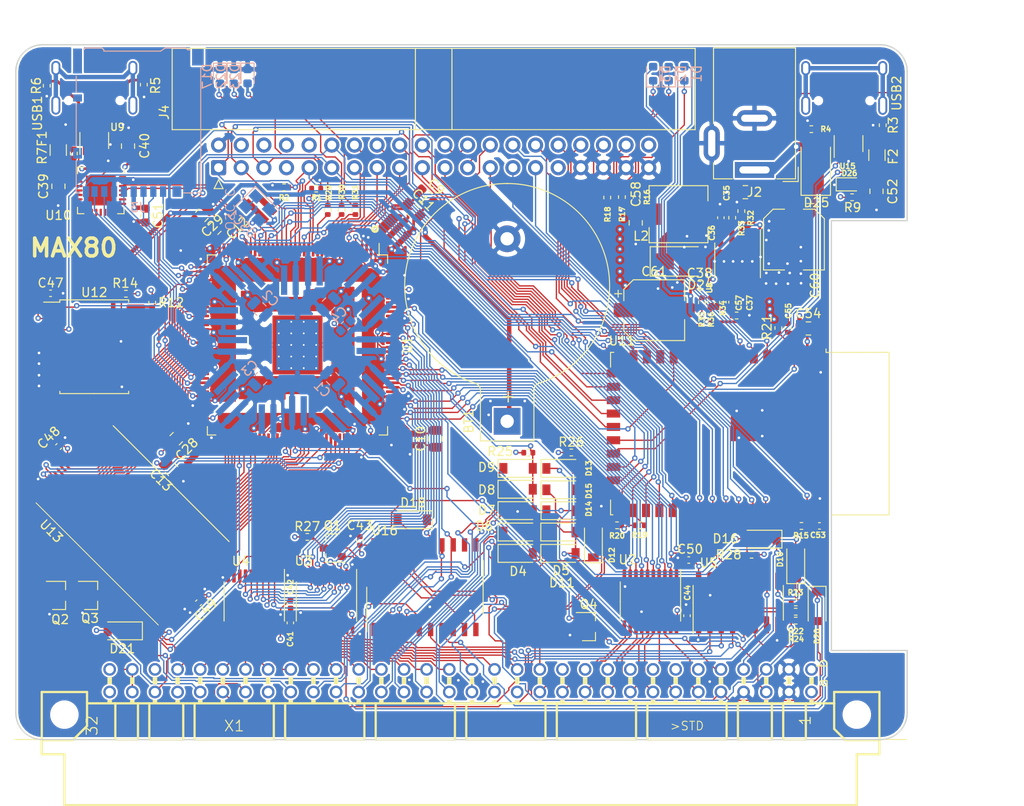
<source format=kicad_pcb>
(kicad_pcb (version 20171130) (host pcbnew 5.1.9-73d0e3b20d~88~ubuntu20.04.1)

  (general
    (thickness 1.6)
    (drawings 17)
    (tracks 3636)
    (zones 0)
    (modules 141)
    (nets 269)
  )

  (page A4)
  (title_block
    (title MAX80)
    (date 2021-01-31)
    (rev 0.01)
    (company "No name")
  )

  (layers
    (0 F.Cu signal)
    (1 In1.Cu signal)
    (2 In2.Cu signal)
    (31 B.Cu signal)
    (32 B.Adhes user)
    (33 F.Adhes user)
    (34 B.Paste user)
    (35 F.Paste user)
    (36 B.SilkS user)
    (37 F.SilkS user)
    (38 B.Mask user)
    (39 F.Mask user)
    (40 Dwgs.User user)
    (41 Cmts.User user)
    (42 Eco1.User user)
    (43 Eco2.User user)
    (44 Edge.Cuts user)
    (45 Margin user)
    (46 B.CrtYd user)
    (47 F.CrtYd user)
    (48 B.Fab user)
    (49 F.Fab user)
  )

  (setup
    (last_trace_width 0.15)
    (user_trace_width 0.3)
    (user_trace_width 0.5)
    (trace_clearance 0.15)
    (zone_clearance 0.2)
    (zone_45_only no)
    (trace_min 0.15)
    (via_size 0.6)
    (via_drill 0.3)
    (via_min_size 0.6)
    (via_min_drill 0.3)
    (uvia_size 0.3)
    (uvia_drill 0.1)
    (uvias_allowed no)
    (uvia_min_size 0.2)
    (uvia_min_drill 0.1)
    (edge_width 0.15)
    (segment_width 0.3)
    (pcb_text_width 0.3)
    (pcb_text_size 1.5 1.5)
    (mod_edge_width 0.15)
    (mod_text_size 1 1)
    (mod_text_width 0.15)
    (pad_size 2.6 1.6)
    (pad_drill 0)
    (pad_to_mask_clearance 0.15)
    (aux_axis_origin 0 0)
    (grid_origin 86.275 147.925)
    (visible_elements FFFFFF7F)
    (pcbplotparams
      (layerselection 0x00030_80000001)
      (usegerberextensions false)
      (usegerberattributes true)
      (usegerberadvancedattributes true)
      (creategerberjobfile true)
      (excludeedgelayer true)
      (linewidth 0.100000)
      (plotframeref false)
      (viasonmask false)
      (mode 1)
      (useauxorigin false)
      (hpglpennumber 1)
      (hpglpenspeed 20)
      (hpglpendiameter 15.000000)
      (psnegative false)
      (psa4output false)
      (plotreference true)
      (plotvalue true)
      (plotinvisibletext false)
      (padsonsilk false)
      (subtractmaskfromsilk false)
      (outputformat 1)
      (mirror false)
      (drillshape 0)
      (scaleselection 1)
      (outputdirectory "/home/one/pcb/max10_breakout/"))
  )

  (net 0 "")
  (net 1 VCC_ONE)
  (net 2 VCCA)
  (net 3 GND)
  (net 4 JTAGEN)
  (net 5 CLK0n)
  (net 6 "Net-(X1-PadA1)")
  (net 7 "Net-(X1-PadA14)")
  (net 8 "Net-(X1-PadA25)")
  (net 9 "Net-(X1-PadA29)")
  (net 10 "Net-(X1-PadA32)")
  (net 11 "Net-(X1-PadB1)")
  (net 12 "Net-(X1-PadB6)")
  (net 13 "Net-(X1-PadB7)")
  (net 14 "Net-(X1-PadB8)")
  (net 15 "Net-(X1-PadB9)")
  (net 16 "Net-(X1-PadB10)")
  (net 17 "Net-(X1-PadB11)")
  (net 18 "Net-(X1-PadB12)")
  (net 19 "Net-(X1-PadB30)")
  (net 20 "Net-(X1-PadB32)")
  (net 21 +5V)
  (net 22 "Net-(F1-Pad2)")
  (net 23 "Net-(R5-Pad2)")
  (net 24 "Net-(R6-Pad2)")
  (net 25 "Net-(R7-Pad1)")
  (net 26 "Net-(U10-Pad5)")
  (net 27 "Net-(U10-Pad4)")
  (net 28 "Net-(U9-Pad4)")
  (net 29 "Net-(U9-Pad6)")
  (net 30 "Net-(U10-Pad1)")
  (net 31 "Net-(U10-Pad2)")
  (net 32 "Net-(U10-Pad10)")
  (net 33 "Net-(U10-Pad11)")
  (net 34 "Net-(U10-Pad12)")
  (net 35 "Net-(U10-Pad13)")
  (net 36 "Net-(U10-Pad14)")
  (net 37 "Net-(U10-Pad15)")
  (net 38 "Net-(U10-Pad16)")
  (net 39 "Net-(U10-Pad17)")
  (net 40 "Net-(U10-Pad18)")
  (net 41 "Net-(U10-Pad19)")
  (net 42 "Net-(U10-Pad20)")
  (net 43 "Net-(U10-Pad21)")
  (net 44 "Net-(U10-Pad22)")
  (net 45 "Net-(U10-Pad23)")
  (net 46 "Net-(U10-Pad27)")
  (net 47 "Net-(USB1-Pad13)")
  (net 48 "Net-(USB1-Pad8)")
  (net 49 "Net-(USB1-Pad5)")
  (net 50 "Net-(USB1-Pad9)")
  (net 51 "Net-(USB1-Pad3)")
  (net 52 "Net-(U10-Pad24)")
  (net 53 "Net-(U10-Pad28)")
  (net 54 "Net-(U11-Pad4)")
  (net 55 "Net-(U11-Pad10)")
  (net 56 "Net-(U11-Pad11)")
  (net 57 "Net-(BT1-Pad1)")
  (net 58 "Net-(U12-Pad4)")
  (net 59 /A4)
  (net 60 /A3)
  (net 61 /A2)
  (net 62 /A1)
  (net 63 /A0)
  (net 64 "Net-(U13-Pad6)")
  (net 65 /IO0)
  (net 66 /IO3)
  (net 67 /IO4)
  (net 68 /IO5)
  (net 69 /IO6)
  (net 70 /IO7)
  (net 71 /WE)
  (net 72 "Net-(U13-Pad19)")
  (net 73 /A19)
  (net 74 /A18)
  (net 75 /A17)
  (net 76 /A16)
  (net 77 /A15)
  (net 78 /A14)
  (net 79 /A13)
  (net 80 "Net-(U13-Pad31)")
  (net 81 /A11)
  (net 82 /IO9)
  (net 83 /LB)
  (net 84 /UB)
  (net 85 /A8)
  (net 86 /A7)
  (net 87 /A6)
  (net 88 /A5)
  (net 89 /A9)
  (net 90 /A10)
  (net 91 /A12)
  (net 92 /IO8)
  (net 93 /IO10)
  (net 94 /IO11)
  (net 95 /IO12)
  (net 96 /IO13)
  (net 97 /IO14)
  (net 98 /IO15)
  (net 99 /abc80bus/D7)
  (net 100 /abc80bus/D6)
  (net 101 /abc80bus/D5)
  (net 102 /abc80bus/D4)
  (net 103 /abc80bus/D3)
  (net 104 /abc80bus/D2)
  (net 105 /abc80bus/D1)
  (net 106 /abc80bus/D0)
  (net 107 /abc80bus/A8)
  (net 108 /abc80bus/A9)
  (net 109 /abc80bus/A10)
  (net 110 /abc80bus/A11)
  (net 111 /abc80bus/A12)
  (net 112 /abc80bus/A13)
  (net 113 /abc80bus/A14)
  (net 114 /abc80bus/A15)
  (net 115 /abc80bus/A7)
  (net 116 /abc80bus/A6)
  (net 117 /abc80bus/A5)
  (net 118 /abc80bus/A4)
  (net 119 /abc80bus/A3)
  (net 120 /abc80bus/A2)
  (net 121 /abc80bus/A1)
  (net 122 /abc80bus/A0)
  (net 123 /IO1)
  (net 124 /IO2)
  (net 125 /32KHZ)
  (net 126 /RTC_INT)
  (net 127 /abc80bus/ABC5V)
  (net 128 /SD_DAT1)
  (net 129 /SD_DAT2)
  (net 130 /SD_DAT3)
  (net 131 /SD_CMD)
  (net 132 /SD_CLK)
  (net 133 /SD_DAT0)
  (net 134 "Net-(J4-Pad40)")
  (net 135 "Net-(J4-Pad8)")
  (net 136 "Net-(J4-Pad6)")
  (net 137 "Net-(J4-Pad7)")
  (net 138 FPGA_TDI)
  (net 139 FPGA_TMS)
  (net 140 FPGA_TDO)
  (net 141 FPGA_TCK)
  (net 142 ABC_CLK_5)
  (net 143 /FPGA_SCL)
  (net 144 /FPGA_SDA)
  (net 145 FPGA_SPI_MISO)
  (net 146 FPGA_SPI_MOSI)
  (net 147 FPGA_SPI_CLK)
  (net 148 FGPA_SPI_CS_ESP32)
  (net 149 INT_ESP32)
  (net 150 "Net-(U11-Pad39)")
  (net 151 "Net-(U11-Pad40)")
  (net 152 "Net-(C53-Pad1)")
  (net 153 "Net-(F2-Pad2)")
  (net 154 ESP32_TDO)
  (net 155 ESP32_TCK)
  (net 156 ESP32_TMS)
  (net 157 ESP32_IO0)
  (net 158 ESP32_RXD)
  (net 159 ESP32_TXD)
  (net 160 ESP32_EN)
  (net 161 "Net-(R3-Pad2)")
  (net 162 "Net-(R4-Pad2)")
  (net 163 /ESP32/USB_D-)
  (net 164 /ESP32/USB_D+)
  (net 165 ESP32_TDI)
  (net 166 "Net-(U15-Pad6)")
  (net 167 "Net-(U15-Pad4)")
  (net 168 "Net-(USB2-Pad3)")
  (net 169 "Net-(USB2-Pad9)")
  (net 170 "Net-(USB2-Pad5)")
  (net 171 "Net-(USB2-Pad8)")
  (net 172 "Net-(USB2-Pad13)")
  (net 173 "Net-(D1-Pad2)")
  (net 174 "Net-(D1-Pad1)")
  (net 175 "Net-(D2-Pad2)")
  (net 176 "Net-(D2-Pad1)")
  (net 177 "Net-(D3-Pad2)")
  (net 178 "Net-(D3-Pad1)")
  (net 179 ESP32_SCL)
  (net 180 ESP32_SDA)
  (net 181 ESP32_CS2)
  (net 182 ESP32_CS0)
  (net 183 ESP32_MISO)
  (net 184 ESP32_SCK)
  (net 185 ESP32_MOSI)
  (net 186 ESP32_CS1)
  (net 187 /FPGA_USB_TXD)
  (net 188 /FPGA_USB_RXD)
  (net 189 "Net-(U16-Pad12)")
  (net 190 /abc80bus/~XMEMW80)
  (net 191 "Net-(U5-Pad12)")
  (net 192 "Net-(U5-Pad11)")
  (net 193 "Net-(U5-Pad7)")
  (net 194 /abc80bus/~CS)
  (net 195 /abc80bus/~C4)
  (net 196 /abc80bus/~C3)
  (net 197 /abc80bus/~C2)
  (net 198 /abc80bus/~C1)
  (net 199 /abc80bus/~OUT)
  (net 200 /abc80bus/~XOUT)
  (net 201 /abc80bus/~RST)
  (net 202 ~IORD)
  (net 203 /abc80bus/~XMEMFL)
  (net 204 /abc80bus/~XIN)
  (net 205 /abc80bus/~INP)
  (net 206 /abc80bus/~STATUS)
  (net 207 ~MEMRW)
  (net 208 "Net-(D18-Pad1)")
  (net 209 /abc80bus/~XINPSTB)
  (net 210 /abc80bus/~XOUTSTB)
  (net 211 /abc80bus/~XMEMW800)
  (net 212 ADSEL0)
  (net 213 ADSEL1)
  (net 214 "Net-(U3-Pad19)")
  (net 215 "Net-(U4-Pad19)")
  (net 216 /abc80bus/~INT)
  (net 217 "Net-(U16-Pad8)")
  (net 218 ~IORW)
  (net 219 ~MEMRD)
  (net 220 AD0)
  (net 221 AD1)
  (net 222 AD2)
  (net 223 AD3)
  (net 224 AD4)
  (net 225 AD5)
  (net 226 AD6)
  (net 227 AD7)
  (net 228 O1)
  (net 229 O2)
  (net 230 /abc80bus/~RESIN)
  (net 231 /abc80bus/~XM)
  (net 232 /abc80bus/Y0)
  (net 233 /abc80bus/~Y0)
  (net 234 "Net-(U1-Pad136)")
  (net 235 "Net-(U1-Pad138)")
  (net 236 "Net-(U1-Pad140)")
  (net 237 "Net-(D20-Pad1)")
  (net 238 "Net-(D21-Pad1)")
  (net 239 /FPGA_LED1)
  (net 240 /FPGA_LED2)
  (net 241 /FPGA_LED3)
  (net 242 "Net-(D17-Pad2)")
  (net 243 "Net-(D22-Pad2)")
  (net 244 "Net-(D23-Pad2)")
  (net 245 FPGA_GPIO3)
  (net 246 FPGA_GPIO2)
  (net 247 FPGA_GPIO1)
  (net 248 FPGA_GPIO0)
  (net 249 FPGA_GPIO5)
  (net 250 FPGA_GPIO4)
  (net 251 "Net-(C36-Pad1)")
  (net 252 "Net-(C37-Pad2)")
  (net 253 "Net-(C37-Pad1)")
  (net 254 "Net-(C38-Pad2)")
  (net 255 "Net-(R32-Pad2)")
  (net 256 "Net-(R35-Pad2)")
  (net 257 "Net-(C38-Pad1)")
  (net 258 /abc80bus/READY)
  (net 259 /abc80bus/~NMI)
  (net 260 "Net-(C35-Pad1)")
  (net 261 ~FPGA_READY)
  (net 262 FPGA_NMI)
  (net 263 "Net-(U1-Pad88)")
  (net 264 "Net-(C39-Pad2)")
  (net 265 "Net-(C52-Pad2)")
  (net 266 "Net-(D26-Pad2)")
  (net 267 FPGA_RESIN)
  (net 268 ABC_CLK_3)

  (net_class Default "This is the default net class."
    (clearance 0.15)
    (trace_width 0.15)
    (via_dia 0.6)
    (via_drill 0.3)
    (uvia_dia 0.3)
    (uvia_drill 0.1)
    (add_net +5V)
    (add_net /32KHZ)
    (add_net /A0)
    (add_net /A1)
    (add_net /A10)
    (add_net /A11)
    (add_net /A12)
    (add_net /A13)
    (add_net /A14)
    (add_net /A15)
    (add_net /A16)
    (add_net /A17)
    (add_net /A18)
    (add_net /A19)
    (add_net /A2)
    (add_net /A3)
    (add_net /A4)
    (add_net /A5)
    (add_net /A6)
    (add_net /A7)
    (add_net /A8)
    (add_net /A9)
    (add_net /ESP32/USB_D+)
    (add_net /ESP32/USB_D-)
    (add_net /FPGA_LED1)
    (add_net /FPGA_LED2)
    (add_net /FPGA_LED3)
    (add_net /FPGA_SCL)
    (add_net /FPGA_SDA)
    (add_net /FPGA_USB_RXD)
    (add_net /FPGA_USB_TXD)
    (add_net /IO0)
    (add_net /IO1)
    (add_net /IO10)
    (add_net /IO11)
    (add_net /IO12)
    (add_net /IO13)
    (add_net /IO14)
    (add_net /IO15)
    (add_net /IO2)
    (add_net /IO3)
    (add_net /IO4)
    (add_net /IO5)
    (add_net /IO6)
    (add_net /IO7)
    (add_net /IO8)
    (add_net /IO9)
    (add_net /LB)
    (add_net /RTC_INT)
    (add_net /SD_CLK)
    (add_net /SD_CMD)
    (add_net /SD_DAT0)
    (add_net /SD_DAT1)
    (add_net /SD_DAT2)
    (add_net /SD_DAT3)
    (add_net /UB)
    (add_net /WE)
    (add_net /abc80bus/A0)
    (add_net /abc80bus/A1)
    (add_net /abc80bus/A10)
    (add_net /abc80bus/A11)
    (add_net /abc80bus/A12)
    (add_net /abc80bus/A13)
    (add_net /abc80bus/A14)
    (add_net /abc80bus/A15)
    (add_net /abc80bus/A2)
    (add_net /abc80bus/A3)
    (add_net /abc80bus/A4)
    (add_net /abc80bus/A5)
    (add_net /abc80bus/A6)
    (add_net /abc80bus/A7)
    (add_net /abc80bus/A8)
    (add_net /abc80bus/A9)
    (add_net /abc80bus/ABC5V)
    (add_net /abc80bus/D0)
    (add_net /abc80bus/D1)
    (add_net /abc80bus/D2)
    (add_net /abc80bus/D3)
    (add_net /abc80bus/D4)
    (add_net /abc80bus/D5)
    (add_net /abc80bus/D6)
    (add_net /abc80bus/D7)
    (add_net /abc80bus/READY)
    (add_net /abc80bus/Y0)
    (add_net /abc80bus/~C1)
    (add_net /abc80bus/~C2)
    (add_net /abc80bus/~C3)
    (add_net /abc80bus/~C4)
    (add_net /abc80bus/~CS)
    (add_net /abc80bus/~INP)
    (add_net /abc80bus/~INT)
    (add_net /abc80bus/~NMI)
    (add_net /abc80bus/~OUT)
    (add_net /abc80bus/~RESIN)
    (add_net /abc80bus/~RST)
    (add_net /abc80bus/~STATUS)
    (add_net /abc80bus/~XIN)
    (add_net /abc80bus/~XINPSTB)
    (add_net /abc80bus/~XM)
    (add_net /abc80bus/~XMEMFL)
    (add_net /abc80bus/~XMEMW80)
    (add_net /abc80bus/~XMEMW800)
    (add_net /abc80bus/~XOUT)
    (add_net /abc80bus/~XOUTSTB)
    (add_net /abc80bus/~Y0)
    (add_net ABC_CLK_3)
    (add_net ABC_CLK_5)
    (add_net AD0)
    (add_net AD1)
    (add_net AD2)
    (add_net AD3)
    (add_net AD4)
    (add_net AD5)
    (add_net AD6)
    (add_net AD7)
    (add_net ADSEL0)
    (add_net ADSEL1)
    (add_net CLK0n)
    (add_net ESP32_CS0)
    (add_net ESP32_CS1)
    (add_net ESP32_CS2)
    (add_net ESP32_EN)
    (add_net ESP32_IO0)
    (add_net ESP32_MISO)
    (add_net ESP32_MOSI)
    (add_net ESP32_RXD)
    (add_net ESP32_SCK)
    (add_net ESP32_SCL)
    (add_net ESP32_SDA)
    (add_net ESP32_TCK)
    (add_net ESP32_TDI)
    (add_net ESP32_TDO)
    (add_net ESP32_TMS)
    (add_net ESP32_TXD)
    (add_net FGPA_SPI_CS_ESP32)
    (add_net FPGA_GPIO0)
    (add_net FPGA_GPIO1)
    (add_net FPGA_GPIO2)
    (add_net FPGA_GPIO3)
    (add_net FPGA_GPIO4)
    (add_net FPGA_GPIO5)
    (add_net FPGA_NMI)
    (add_net FPGA_RESIN)
    (add_net FPGA_SPI_CLK)
    (add_net FPGA_SPI_MISO)
    (add_net FPGA_SPI_MOSI)
    (add_net FPGA_TCK)
    (add_net FPGA_TDI)
    (add_net FPGA_TDO)
    (add_net FPGA_TMS)
    (add_net GND)
    (add_net INT_ESP32)
    (add_net JTAGEN)
    (add_net "Net-(BT1-Pad1)")
    (add_net "Net-(C35-Pad1)")
    (add_net "Net-(C36-Pad1)")
    (add_net "Net-(C37-Pad1)")
    (add_net "Net-(C37-Pad2)")
    (add_net "Net-(C38-Pad1)")
    (add_net "Net-(C38-Pad2)")
    (add_net "Net-(C39-Pad2)")
    (add_net "Net-(C52-Pad2)")
    (add_net "Net-(C53-Pad1)")
    (add_net "Net-(D1-Pad1)")
    (add_net "Net-(D1-Pad2)")
    (add_net "Net-(D17-Pad2)")
    (add_net "Net-(D18-Pad1)")
    (add_net "Net-(D2-Pad1)")
    (add_net "Net-(D2-Pad2)")
    (add_net "Net-(D20-Pad1)")
    (add_net "Net-(D21-Pad1)")
    (add_net "Net-(D22-Pad2)")
    (add_net "Net-(D23-Pad2)")
    (add_net "Net-(D26-Pad2)")
    (add_net "Net-(D3-Pad1)")
    (add_net "Net-(D3-Pad2)")
    (add_net "Net-(F1-Pad2)")
    (add_net "Net-(F2-Pad2)")
    (add_net "Net-(J4-Pad40)")
    (add_net "Net-(J4-Pad6)")
    (add_net "Net-(J4-Pad7)")
    (add_net "Net-(J4-Pad8)")
    (add_net "Net-(R3-Pad2)")
    (add_net "Net-(R32-Pad2)")
    (add_net "Net-(R35-Pad2)")
    (add_net "Net-(R4-Pad2)")
    (add_net "Net-(R5-Pad2)")
    (add_net "Net-(R6-Pad2)")
    (add_net "Net-(R7-Pad1)")
    (add_net "Net-(U1-Pad136)")
    (add_net "Net-(U1-Pad138)")
    (add_net "Net-(U1-Pad140)")
    (add_net "Net-(U1-Pad88)")
    (add_net "Net-(U10-Pad1)")
    (add_net "Net-(U10-Pad10)")
    (add_net "Net-(U10-Pad11)")
    (add_net "Net-(U10-Pad12)")
    (add_net "Net-(U10-Pad13)")
    (add_net "Net-(U10-Pad14)")
    (add_net "Net-(U10-Pad15)")
    (add_net "Net-(U10-Pad16)")
    (add_net "Net-(U10-Pad17)")
    (add_net "Net-(U10-Pad18)")
    (add_net "Net-(U10-Pad19)")
    (add_net "Net-(U10-Pad2)")
    (add_net "Net-(U10-Pad20)")
    (add_net "Net-(U10-Pad21)")
    (add_net "Net-(U10-Pad22)")
    (add_net "Net-(U10-Pad23)")
    (add_net "Net-(U10-Pad24)")
    (add_net "Net-(U10-Pad27)")
    (add_net "Net-(U10-Pad28)")
    (add_net "Net-(U10-Pad4)")
    (add_net "Net-(U10-Pad5)")
    (add_net "Net-(U11-Pad10)")
    (add_net "Net-(U11-Pad11)")
    (add_net "Net-(U11-Pad39)")
    (add_net "Net-(U11-Pad4)")
    (add_net "Net-(U11-Pad40)")
    (add_net "Net-(U12-Pad4)")
    (add_net "Net-(U13-Pad19)")
    (add_net "Net-(U13-Pad31)")
    (add_net "Net-(U13-Pad6)")
    (add_net "Net-(U15-Pad4)")
    (add_net "Net-(U15-Pad6)")
    (add_net "Net-(U16-Pad12)")
    (add_net "Net-(U16-Pad8)")
    (add_net "Net-(U3-Pad19)")
    (add_net "Net-(U4-Pad19)")
    (add_net "Net-(U5-Pad11)")
    (add_net "Net-(U5-Pad12)")
    (add_net "Net-(U5-Pad7)")
    (add_net "Net-(U9-Pad4)")
    (add_net "Net-(U9-Pad6)")
    (add_net "Net-(USB1-Pad13)")
    (add_net "Net-(USB1-Pad3)")
    (add_net "Net-(USB1-Pad5)")
    (add_net "Net-(USB1-Pad8)")
    (add_net "Net-(USB1-Pad9)")
    (add_net "Net-(USB2-Pad13)")
    (add_net "Net-(USB2-Pad3)")
    (add_net "Net-(USB2-Pad5)")
    (add_net "Net-(USB2-Pad8)")
    (add_net "Net-(USB2-Pad9)")
    (add_net "Net-(X1-PadA1)")
    (add_net "Net-(X1-PadA14)")
    (add_net "Net-(X1-PadA25)")
    (add_net "Net-(X1-PadA29)")
    (add_net "Net-(X1-PadA32)")
    (add_net "Net-(X1-PadB1)")
    (add_net "Net-(X1-PadB10)")
    (add_net "Net-(X1-PadB11)")
    (add_net "Net-(X1-PadB12)")
    (add_net "Net-(X1-PadB30)")
    (add_net "Net-(X1-PadB32)")
    (add_net "Net-(X1-PadB6)")
    (add_net "Net-(X1-PadB7)")
    (add_net "Net-(X1-PadB8)")
    (add_net "Net-(X1-PadB9)")
    (add_net O1)
    (add_net O2)
    (add_net VCCA)
    (add_net VCC_ONE)
    (add_net ~FPGA_READY)
    (add_net ~IORD)
    (add_net ~IORW)
    (add_net ~MEMRD)
    (add_net ~MEMRW)
  )

  (module Package_TO_SOT_SMD:SOT-23 (layer F.Cu) (tedit 5A02FF57) (tstamp 6021E332)
    (at 116.775 166.325)
    (descr "SOT-23, Standard")
    (tags SOT-23)
    (path /6013B380/60285B62)
    (attr smd)
    (fp_text reference Q4 (at 0 -2.5) (layer F.SilkS)
      (effects (font (size 1 1) (thickness 0.15)))
    )
    (fp_text value AO3400A (at 0 2.5) (layer F.Fab)
      (effects (font (size 1 1) (thickness 0.15)))
    )
    (fp_text user %R (at 0 0 90) (layer F.Fab)
      (effects (font (size 0.5 0.5) (thickness 0.075)))
    )
    (fp_line (start -0.7 -0.95) (end -0.7 1.5) (layer F.Fab) (width 0.1))
    (fp_line (start -0.15 -1.52) (end 0.7 -1.52) (layer F.Fab) (width 0.1))
    (fp_line (start -0.7 -0.95) (end -0.15 -1.52) (layer F.Fab) (width 0.1))
    (fp_line (start 0.7 -1.52) (end 0.7 1.52) (layer F.Fab) (width 0.1))
    (fp_line (start -0.7 1.52) (end 0.7 1.52) (layer F.Fab) (width 0.1))
    (fp_line (start 0.76 1.58) (end 0.76 0.65) (layer F.SilkS) (width 0.12))
    (fp_line (start 0.76 -1.58) (end 0.76 -0.65) (layer F.SilkS) (width 0.12))
    (fp_line (start -1.7 -1.75) (end 1.7 -1.75) (layer F.CrtYd) (width 0.05))
    (fp_line (start 1.7 -1.75) (end 1.7 1.75) (layer F.CrtYd) (width 0.05))
    (fp_line (start 1.7 1.75) (end -1.7 1.75) (layer F.CrtYd) (width 0.05))
    (fp_line (start -1.7 1.75) (end -1.7 -1.75) (layer F.CrtYd) (width 0.05))
    (fp_line (start 0.76 -1.58) (end -1.4 -1.58) (layer F.SilkS) (width 0.12))
    (fp_line (start 0.76 1.58) (end -0.7 1.58) (layer F.SilkS) (width 0.12))
    (pad 3 smd rect (at 1 0) (size 0.9 0.8) (layers F.Cu F.Paste F.Mask)
      (net 230 /abc80bus/~RESIN))
    (pad 2 smd rect (at -1 0.95) (size 0.9 0.8) (layers F.Cu F.Paste F.Mask)
      (net 3 GND))
    (pad 1 smd rect (at -1 -0.95) (size 0.9 0.8) (layers F.Cu F.Paste F.Mask)
      (net 267 FPGA_RESIN))
    (model ${KISYS3DMOD}/Package_TO_SOT_SMD.3dshapes/SOT-23.wrl
      (at (xyz 0 0 0))
      (scale (xyz 1 1 1))
      (rotate (xyz 0 0 0))
    )
  )

  (module Resistor_SMD:R_0402_1005Metric (layer F.Cu) (tedit 5F68FEEE) (tstamp 6020EA01)
    (at 146.325 118.125)
    (descr "Resistor SMD 0402 (1005 Metric), square (rectangular) end terminal, IPC_7351 nominal, (Body size source: IPC-SM-782 page 72, https://www.pcb-3d.com/wordpress/wp-content/uploads/ipc-sm-782a_amendment_1_and_2.pdf), generated with kicad-footprint-generator")
    (tags resistor)
    (path /6013A59C/6024D9C9)
    (attr smd)
    (fp_text reference R9 (at 0.05 1.15) (layer F.SilkS)
      (effects (font (size 1 1) (thickness 0.15)))
    )
    (fp_text value 1k (at 0 1.17) (layer F.Fab)
      (effects (font (size 1 1) (thickness 0.15)))
    )
    (fp_line (start 0.93 0.47) (end -0.93 0.47) (layer F.CrtYd) (width 0.05))
    (fp_line (start 0.93 -0.47) (end 0.93 0.47) (layer F.CrtYd) (width 0.05))
    (fp_line (start -0.93 -0.47) (end 0.93 -0.47) (layer F.CrtYd) (width 0.05))
    (fp_line (start -0.93 0.47) (end -0.93 -0.47) (layer F.CrtYd) (width 0.05))
    (fp_line (start -0.153641 0.38) (end 0.153641 0.38) (layer F.SilkS) (width 0.12))
    (fp_line (start -0.153641 -0.38) (end 0.153641 -0.38) (layer F.SilkS) (width 0.12))
    (fp_line (start 0.525 0.27) (end -0.525 0.27) (layer F.Fab) (width 0.1))
    (fp_line (start 0.525 -0.27) (end 0.525 0.27) (layer F.Fab) (width 0.1))
    (fp_line (start -0.525 -0.27) (end 0.525 -0.27) (layer F.Fab) (width 0.1))
    (fp_line (start -0.525 0.27) (end -0.525 -0.27) (layer F.Fab) (width 0.1))
    (fp_text user %R (at 0 0) (layer F.Fab)
      (effects (font (size 0.26 0.26) (thickness 0.04)))
    )
    (pad 2 smd roundrect (at 0.51 0) (size 0.54 0.64) (layers F.Cu F.Paste F.Mask) (roundrect_rratio 0.25)
      (net 266 "Net-(D26-Pad2)"))
    (pad 1 smd roundrect (at -0.51 0) (size 0.54 0.64) (layers F.Cu F.Paste F.Mask) (roundrect_rratio 0.25)
      (net 1 VCC_ONE))
    (model ${KISYS3DMOD}/Resistor_SMD.3dshapes/R_0402_1005Metric.wrl
      (at (xyz 0 0 0))
      (scale (xyz 1 1 1))
      (rotate (xyz 0 0 0))
    )
  )

  (module LED_SMD:LED_0603_1608Metric (layer F.Cu) (tedit 5F68FEF1) (tstamp 6020FB48)
    (at 146.025 116.675)
    (descr "LED SMD 0603 (1608 Metric), square (rectangular) end terminal, IPC_7351 nominal, (Body size source: http://www.tortai-tech.com/upload/download/2011102023233369053.pdf), generated with kicad-footprint-generator")
    (tags LED)
    (path /6013A59C/6024C492)
    (attr smd)
    (fp_text reference D26 (at 0 -1.25) (layer F.SilkS)
      (effects (font (size 0.6 0.6) (thickness 0.15)))
    )
    (fp_text value LED-B (at 0 1.43) (layer F.Fab)
      (effects (font (size 1 1) (thickness 0.15)))
    )
    (fp_line (start 1.48 0.73) (end -1.48 0.73) (layer F.CrtYd) (width 0.05))
    (fp_line (start 1.48 -0.73) (end 1.48 0.73) (layer F.CrtYd) (width 0.05))
    (fp_line (start -1.48 -0.73) (end 1.48 -0.73) (layer F.CrtYd) (width 0.05))
    (fp_line (start -1.48 0.73) (end -1.48 -0.73) (layer F.CrtYd) (width 0.05))
    (fp_line (start -1.485 0.735) (end 0.8 0.735) (layer F.SilkS) (width 0.12))
    (fp_line (start -1.485 -0.735) (end -1.485 0.735) (layer F.SilkS) (width 0.12))
    (fp_line (start 0.8 -0.735) (end -1.485 -0.735) (layer F.SilkS) (width 0.12))
    (fp_line (start 0.8 0.4) (end 0.8 -0.4) (layer F.Fab) (width 0.1))
    (fp_line (start -0.8 0.4) (end 0.8 0.4) (layer F.Fab) (width 0.1))
    (fp_line (start -0.8 -0.1) (end -0.8 0.4) (layer F.Fab) (width 0.1))
    (fp_line (start -0.5 -0.4) (end -0.8 -0.1) (layer F.Fab) (width 0.1))
    (fp_line (start 0.8 -0.4) (end -0.5 -0.4) (layer F.Fab) (width 0.1))
    (fp_text user %R (at 0 0) (layer F.Fab)
      (effects (font (size 0.4 0.4) (thickness 0.06)))
    )
    (pad 2 smd roundrect (at 0.7875 0) (size 0.875 0.95) (layers F.Cu F.Paste F.Mask) (roundrect_rratio 0.25)
      (net 266 "Net-(D26-Pad2)"))
    (pad 1 smd roundrect (at -0.7875 0) (size 0.875 0.95) (layers F.Cu F.Paste F.Mask) (roundrect_rratio 0.25)
      (net 3 GND))
    (model ${KISYS3DMOD}/LED_SMD.3dshapes/LED_0603_1608Metric.wrl
      (at (xyz 0 0 0))
      (scale (xyz 1 1 1))
      (rotate (xyz 0 0 0))
    )
  )

  (module Capacitor_SMD:CP_Elec_6.3x5.4 (layer F.Cu) (tedit 5BCA39D0) (tstamp 60206C2E)
    (at 124.125 130.8)
    (descr "SMD capacitor, aluminum electrolytic, Panasonic C55, 6.3x5.4mm")
    (tags "capacitor electrolytic")
    (path /6013A59C/602A7E22)
    (attr smd)
    (fp_text reference C61 (at 0 -4.35) (layer F.SilkS)
      (effects (font (size 1 1) (thickness 0.15)))
    )
    (fp_text value 220uF (at 0 4.35) (layer F.Fab)
      (effects (font (size 1 1) (thickness 0.15)))
    )
    (fp_circle (center 0 0) (end 3.15 0) (layer F.Fab) (width 0.1))
    (fp_line (start 3.3 -3.3) (end 3.3 3.3) (layer F.Fab) (width 0.1))
    (fp_line (start -2.3 -3.3) (end 3.3 -3.3) (layer F.Fab) (width 0.1))
    (fp_line (start -2.3 3.3) (end 3.3 3.3) (layer F.Fab) (width 0.1))
    (fp_line (start -3.3 -2.3) (end -3.3 2.3) (layer F.Fab) (width 0.1))
    (fp_line (start -3.3 -2.3) (end -2.3 -3.3) (layer F.Fab) (width 0.1))
    (fp_line (start -3.3 2.3) (end -2.3 3.3) (layer F.Fab) (width 0.1))
    (fp_line (start -2.704838 -1.33) (end -2.074838 -1.33) (layer F.Fab) (width 0.1))
    (fp_line (start -2.389838 -1.645) (end -2.389838 -1.015) (layer F.Fab) (width 0.1))
    (fp_line (start 3.41 3.41) (end 3.41 1.06) (layer F.SilkS) (width 0.12))
    (fp_line (start 3.41 -3.41) (end 3.41 -1.06) (layer F.SilkS) (width 0.12))
    (fp_line (start -2.345563 -3.41) (end 3.41 -3.41) (layer F.SilkS) (width 0.12))
    (fp_line (start -2.345563 3.41) (end 3.41 3.41) (layer F.SilkS) (width 0.12))
    (fp_line (start -3.41 2.345563) (end -3.41 1.06) (layer F.SilkS) (width 0.12))
    (fp_line (start -3.41 -2.345563) (end -3.41 -1.06) (layer F.SilkS) (width 0.12))
    (fp_line (start -3.41 -2.345563) (end -2.345563 -3.41) (layer F.SilkS) (width 0.12))
    (fp_line (start -3.41 2.345563) (end -2.345563 3.41) (layer F.SilkS) (width 0.12))
    (fp_line (start -4.4375 -1.8475) (end -3.65 -1.8475) (layer F.SilkS) (width 0.12))
    (fp_line (start -4.04375 -2.24125) (end -4.04375 -1.45375) (layer F.SilkS) (width 0.12))
    (fp_line (start 3.55 -3.55) (end 3.55 -1.05) (layer F.CrtYd) (width 0.05))
    (fp_line (start 3.55 -1.05) (end 4.8 -1.05) (layer F.CrtYd) (width 0.05))
    (fp_line (start 4.8 -1.05) (end 4.8 1.05) (layer F.CrtYd) (width 0.05))
    (fp_line (start 4.8 1.05) (end 3.55 1.05) (layer F.CrtYd) (width 0.05))
    (fp_line (start 3.55 1.05) (end 3.55 3.55) (layer F.CrtYd) (width 0.05))
    (fp_line (start -2.4 3.55) (end 3.55 3.55) (layer F.CrtYd) (width 0.05))
    (fp_line (start -2.4 -3.55) (end 3.55 -3.55) (layer F.CrtYd) (width 0.05))
    (fp_line (start -3.55 2.4) (end -2.4 3.55) (layer F.CrtYd) (width 0.05))
    (fp_line (start -3.55 -2.4) (end -2.4 -3.55) (layer F.CrtYd) (width 0.05))
    (fp_line (start -3.55 -2.4) (end -3.55 -1.05) (layer F.CrtYd) (width 0.05))
    (fp_line (start -3.55 1.05) (end -3.55 2.4) (layer F.CrtYd) (width 0.05))
    (fp_line (start -3.55 -1.05) (end -4.8 -1.05) (layer F.CrtYd) (width 0.05))
    (fp_line (start -4.8 -1.05) (end -4.8 1.05) (layer F.CrtYd) (width 0.05))
    (fp_line (start -4.8 1.05) (end -3.55 1.05) (layer F.CrtYd) (width 0.05))
    (fp_text user %R (at 0 0) (layer F.Fab)
      (effects (font (size 1 1) (thickness 0.15)))
    )
    (pad 2 smd roundrect (at 2.8 0) (size 3.5 1.6) (layers F.Cu F.Paste F.Mask) (roundrect_rratio 0.15625)
      (net 3 GND))
    (pad 1 smd roundrect (at -2.8 0) (size 3.5 1.6) (layers F.Cu F.Paste F.Mask) (roundrect_rratio 0.15625)
      (net 1 VCC_ONE))
    (model ${KISYS3DMOD}/Capacitor_SMD.3dshapes/CP_Elec_6.3x5.4.wrl
      (at (xyz 0 0 0))
      (scale (xyz 1 1 1))
      (rotate (xyz 0 0 0))
    )
  )

  (module Capacitor_SMD:CP_Elec_6.3x5.4 (layer F.Cu) (tedit 5BCA39D0) (tstamp 601FE47A)
    (at 139.8 122.875 270)
    (descr "SMD capacitor, aluminum electrolytic, Panasonic C55, 6.3x5.4mm")
    (tags "capacitor electrolytic")
    (path /6013A59C/602A83A7)
    (attr smd)
    (fp_text reference C60 (at 5.15 -2.375 90) (layer F.SilkS)
      (effects (font (size 1 1) (thickness 0.15)))
    )
    (fp_text value 220uF (at 0 4.35 90) (layer F.Fab)
      (effects (font (size 1 1) (thickness 0.15)))
    )
    (fp_circle (center 0 0) (end 3.15 0) (layer F.Fab) (width 0.1))
    (fp_line (start 3.3 -3.3) (end 3.3 3.3) (layer F.Fab) (width 0.1))
    (fp_line (start -2.3 -3.3) (end 3.3 -3.3) (layer F.Fab) (width 0.1))
    (fp_line (start -2.3 3.3) (end 3.3 3.3) (layer F.Fab) (width 0.1))
    (fp_line (start -3.3 -2.3) (end -3.3 2.3) (layer F.Fab) (width 0.1))
    (fp_line (start -3.3 -2.3) (end -2.3 -3.3) (layer F.Fab) (width 0.1))
    (fp_line (start -3.3 2.3) (end -2.3 3.3) (layer F.Fab) (width 0.1))
    (fp_line (start -2.704838 -1.33) (end -2.074838 -1.33) (layer F.Fab) (width 0.1))
    (fp_line (start -2.389838 -1.645) (end -2.389838 -1.015) (layer F.Fab) (width 0.1))
    (fp_line (start 3.41 3.41) (end 3.41 1.06) (layer F.SilkS) (width 0.12))
    (fp_line (start 3.41 -3.41) (end 3.41 -1.06) (layer F.SilkS) (width 0.12))
    (fp_line (start -2.345563 -3.41) (end 3.41 -3.41) (layer F.SilkS) (width 0.12))
    (fp_line (start -2.345563 3.41) (end 3.41 3.41) (layer F.SilkS) (width 0.12))
    (fp_line (start -3.41 2.345563) (end -3.41 1.06) (layer F.SilkS) (width 0.12))
    (fp_line (start -3.41 -2.345563) (end -3.41 -1.06) (layer F.SilkS) (width 0.12))
    (fp_line (start -3.41 -2.345563) (end -2.345563 -3.41) (layer F.SilkS) (width 0.12))
    (fp_line (start -3.41 2.345563) (end -2.345563 3.41) (layer F.SilkS) (width 0.12))
    (fp_line (start -4.4375 -1.8475) (end -3.65 -1.8475) (layer F.SilkS) (width 0.12))
    (fp_line (start -4.04375 -2.24125) (end -4.04375 -1.45375) (layer F.SilkS) (width 0.12))
    (fp_line (start 3.55 -3.55) (end 3.55 -1.05) (layer F.CrtYd) (width 0.05))
    (fp_line (start 3.55 -1.05) (end 4.8 -1.05) (layer F.CrtYd) (width 0.05))
    (fp_line (start 4.8 -1.05) (end 4.8 1.05) (layer F.CrtYd) (width 0.05))
    (fp_line (start 4.8 1.05) (end 3.55 1.05) (layer F.CrtYd) (width 0.05))
    (fp_line (start 3.55 1.05) (end 3.55 3.55) (layer F.CrtYd) (width 0.05))
    (fp_line (start -2.4 3.55) (end 3.55 3.55) (layer F.CrtYd) (width 0.05))
    (fp_line (start -2.4 -3.55) (end 3.55 -3.55) (layer F.CrtYd) (width 0.05))
    (fp_line (start -3.55 2.4) (end -2.4 3.55) (layer F.CrtYd) (width 0.05))
    (fp_line (start -3.55 -2.4) (end -2.4 -3.55) (layer F.CrtYd) (width 0.05))
    (fp_line (start -3.55 -2.4) (end -3.55 -1.05) (layer F.CrtYd) (width 0.05))
    (fp_line (start -3.55 1.05) (end -3.55 2.4) (layer F.CrtYd) (width 0.05))
    (fp_line (start -3.55 -1.05) (end -4.8 -1.05) (layer F.CrtYd) (width 0.05))
    (fp_line (start -4.8 -1.05) (end -4.8 1.05) (layer F.CrtYd) (width 0.05))
    (fp_line (start -4.8 1.05) (end -3.55 1.05) (layer F.CrtYd) (width 0.05))
    (fp_text user %R (at 0 0 90) (layer F.Fab)
      (effects (font (size 1 1) (thickness 0.15)))
    )
    (pad 2 smd roundrect (at 2.8 0 270) (size 3.5 1.6) (layers F.Cu F.Paste F.Mask) (roundrect_rratio 0.15625)
      (net 3 GND))
    (pad 1 smd roundrect (at -2.8 0 270) (size 3.5 1.6) (layers F.Cu F.Paste F.Mask) (roundrect_rratio 0.15625)
      (net 260 "Net-(C35-Pad1)"))
    (model ${KISYS3DMOD}/Capacitor_SMD.3dshapes/CP_Elec_6.3x5.4.wrl
      (at (xyz 0 0 0))
      (scale (xyz 1 1 1))
      (rotate (xyz 0 0 0))
    )
  )

  (module Capacitor_SMD:C_0805_2012Metric (layer F.Cu) (tedit 5F68FEEE) (tstamp 60240E0A)
    (at 73.375 120.15 225)
    (descr "Capacitor SMD 0805 (2012 Metric), square (rectangular) end terminal, IPC_7351 nominal, (Body size source: IPC-SM-782 page 76, https://www.pcb-3d.com/wordpress/wp-content/uploads/ipc-sm-782a_amendment_1_and_2.pdf, https://docs.google.com/spreadsheets/d/1BsfQQcO9C6DZCsRaXUlFlo91Tg2WpOkGARC1WS5S8t0/edit?usp=sharing), generated with kicad-footprint-generator")
    (tags capacitor)
    (path /57BBEF6F)
    (attr smd)
    (fp_text reference C29 (at 0 -1.68 45) (layer F.SilkS)
      (effects (font (size 1 1) (thickness 0.15)))
    )
    (fp_text value 47uF (at 0 1.68 45) (layer F.Fab)
      (effects (font (size 1 1) (thickness 0.15)))
    )
    (fp_line (start -1 0.625) (end -1 -0.625) (layer F.Fab) (width 0.1))
    (fp_line (start -1 -0.625) (end 1 -0.625) (layer F.Fab) (width 0.1))
    (fp_line (start 1 -0.625) (end 1 0.625) (layer F.Fab) (width 0.1))
    (fp_line (start 1 0.625) (end -1 0.625) (layer F.Fab) (width 0.1))
    (fp_line (start -0.261252 -0.735) (end 0.261252 -0.735) (layer F.SilkS) (width 0.12))
    (fp_line (start -0.261252 0.735) (end 0.261252 0.735) (layer F.SilkS) (width 0.12))
    (fp_line (start -1.7 0.98) (end -1.7 -0.98) (layer F.CrtYd) (width 0.05))
    (fp_line (start -1.7 -0.98) (end 1.7 -0.98) (layer F.CrtYd) (width 0.05))
    (fp_line (start 1.7 -0.98) (end 1.7 0.98) (layer F.CrtYd) (width 0.05))
    (fp_line (start 1.7 0.98) (end -1.7 0.98) (layer F.CrtYd) (width 0.05))
    (fp_text user %R (at 0 0 45) (layer F.Fab)
      (effects (font (size 0.5 0.5) (thickness 0.08)))
    )
    (pad 2 smd roundrect (at 0.95 0 225) (size 1 1.45) (layers F.Cu F.Paste F.Mask) (roundrect_rratio 0.25)
      (net 1 VCC_ONE))
    (pad 1 smd roundrect (at -0.95 0 225) (size 1 1.45) (layers F.Cu F.Paste F.Mask) (roundrect_rratio 0.25)
      (net 3 GND))
    (model ${KISYS3DMOD}/Capacitor_SMD.3dshapes/C_0805_2012Metric.wrl
      (at (xyz 0 0 0))
      (scale (xyz 1 1 1))
      (rotate (xyz 0 0 0))
    )
  )

  (module Capacitor_SMD:C_0805_2012Metric (layer F.Cu) (tedit 5F68FEEE) (tstamp 6012B32A)
    (at 70.5 145.225 225)
    (descr "Capacitor SMD 0805 (2012 Metric), square (rectangular) end terminal, IPC_7351 nominal, (Body size source: IPC-SM-782 page 76, https://www.pcb-3d.com/wordpress/wp-content/uploads/ipc-sm-782a_amendment_1_and_2.pdf, https://docs.google.com/spreadsheets/d/1BsfQQcO9C6DZCsRaXUlFlo91Tg2WpOkGARC1WS5S8t0/edit?usp=sharing), generated with kicad-footprint-generator")
    (tags capacitor)
    (path /57BBEDBF)
    (attr smd)
    (fp_text reference C28 (at 0 -1.68 45) (layer F.SilkS)
      (effects (font (size 1 1) (thickness 0.15)))
    )
    (fp_text value 47uF (at 0 1.68 45) (layer F.Fab)
      (effects (font (size 1 1) (thickness 0.15)))
    )
    (fp_line (start -1 0.625) (end -1 -0.625) (layer F.Fab) (width 0.1))
    (fp_line (start -1 -0.625) (end 1 -0.625) (layer F.Fab) (width 0.1))
    (fp_line (start 1 -0.625) (end 1 0.625) (layer F.Fab) (width 0.1))
    (fp_line (start 1 0.625) (end -1 0.625) (layer F.Fab) (width 0.1))
    (fp_line (start -0.261252 -0.735) (end 0.261252 -0.735) (layer F.SilkS) (width 0.12))
    (fp_line (start -0.261252 0.735) (end 0.261252 0.735) (layer F.SilkS) (width 0.12))
    (fp_line (start -1.7 0.98) (end -1.7 -0.98) (layer F.CrtYd) (width 0.05))
    (fp_line (start -1.7 -0.98) (end 1.7 -0.98) (layer F.CrtYd) (width 0.05))
    (fp_line (start 1.7 -0.98) (end 1.7 0.98) (layer F.CrtYd) (width 0.05))
    (fp_line (start 1.7 0.98) (end -1.7 0.98) (layer F.CrtYd) (width 0.05))
    (fp_text user %R (at 0 0 45) (layer F.Fab)
      (effects (font (size 0.5 0.5) (thickness 0.08)))
    )
    (pad 2 smd roundrect (at 0.95 0 225) (size 1 1.45) (layers F.Cu F.Paste F.Mask) (roundrect_rratio 0.25)
      (net 1 VCC_ONE))
    (pad 1 smd roundrect (at -0.95 0 225) (size 1 1.45) (layers F.Cu F.Paste F.Mask) (roundrect_rratio 0.25)
      (net 3 GND))
    (model ${KISYS3DMOD}/Capacitor_SMD.3dshapes/C_0805_2012Metric.wrl
      (at (xyz 0 0 0))
      (scale (xyz 1 1 1))
      (rotate (xyz 0 0 0))
    )
  )

  (module Capacitor_SMD:C_0805_2012Metric (layer F.Cu) (tedit 5F68FEEE) (tstamp 6012B1AA)
    (at 69.973285 148.6736 135)
    (descr "Capacitor SMD 0805 (2012 Metric), square (rectangular) end terminal, IPC_7351 nominal, (Body size source: IPC-SM-782 page 76, https://www.pcb-3d.com/wordpress/wp-content/uploads/ipc-sm-782a_amendment_1_and_2.pdf, https://docs.google.com/spreadsheets/d/1BsfQQcO9C6DZCsRaXUlFlo91Tg2WpOkGARC1WS5S8t0/edit?usp=sharing), generated with kicad-footprint-generator")
    (tags capacitor)
    (path /57BB0661)
    (attr smd)
    (fp_text reference C13 (at 0 -1.68 135) (layer F.SilkS)
      (effects (font (size 1 1) (thickness 0.15)))
    )
    (fp_text value 47uF (at 0 1.68 135) (layer F.Fab)
      (effects (font (size 1 1) (thickness 0.15)))
    )
    (fp_line (start -1 0.625) (end -1 -0.625) (layer F.Fab) (width 0.1))
    (fp_line (start -1 -0.625) (end 1 -0.625) (layer F.Fab) (width 0.1))
    (fp_line (start 1 -0.625) (end 1 0.625) (layer F.Fab) (width 0.1))
    (fp_line (start 1 0.625) (end -1 0.625) (layer F.Fab) (width 0.1))
    (fp_line (start -0.261252 -0.735) (end 0.261252 -0.735) (layer F.SilkS) (width 0.12))
    (fp_line (start -0.261252 0.735) (end 0.261252 0.735) (layer F.SilkS) (width 0.12))
    (fp_line (start -1.7 0.98) (end -1.7 -0.98) (layer F.CrtYd) (width 0.05))
    (fp_line (start -1.7 -0.98) (end 1.7 -0.98) (layer F.CrtYd) (width 0.05))
    (fp_line (start 1.7 -0.98) (end 1.7 0.98) (layer F.CrtYd) (width 0.05))
    (fp_line (start 1.7 0.98) (end -1.7 0.98) (layer F.CrtYd) (width 0.05))
    (fp_text user %R (at 0 0 135) (layer F.Fab)
      (effects (font (size 0.5 0.5) (thickness 0.08)))
    )
    (pad 2 smd roundrect (at 0.95 0 135) (size 1 1.45) (layers F.Cu F.Paste F.Mask) (roundrect_rratio 0.25)
      (net 1 VCC_ONE))
    (pad 1 smd roundrect (at -0.95 0 135) (size 1 1.45) (layers F.Cu F.Paste F.Mask) (roundrect_rratio 0.25)
      (net 3 GND))
    (model ${KISYS3DMOD}/Capacitor_SMD.3dshapes/C_0805_2012Metric.wrl
      (at (xyz 0 0 0))
      (scale (xyz 1 1 1))
      (rotate (xyz 0 0 0))
    )
  )

  (module Capacitor_SMD:C_0805_2012Metric (layer F.Cu) (tedit 5F68FEEE) (tstamp 6012B05D)
    (at 74.825 121.6 225)
    (descr "Capacitor SMD 0805 (2012 Metric), square (rectangular) end terminal, IPC_7351 nominal, (Body size source: IPC-SM-782 page 76, https://www.pcb-3d.com/wordpress/wp-content/uploads/ipc-sm-782a_amendment_1_and_2.pdf, https://docs.google.com/spreadsheets/d/1BsfQQcO9C6DZCsRaXUlFlo91Tg2WpOkGARC1WS5S8t0/edit?usp=sharing), generated with kicad-footprint-generator")
    (tags capacitor)
    (path /57BB0614)
    (attr smd)
    (fp_text reference C12 (at -1.8208 -1.785445 45) (layer F.SilkS)
      (effects (font (size 1 1) (thickness 0.15)))
    )
    (fp_text value 47uF (at 0 1.68 45) (layer F.Fab)
      (effects (font (size 1 1) (thickness 0.15)))
    )
    (fp_line (start -1 0.625) (end -1 -0.625) (layer F.Fab) (width 0.1))
    (fp_line (start -1 -0.625) (end 1 -0.625) (layer F.Fab) (width 0.1))
    (fp_line (start 1 -0.625) (end 1 0.625) (layer F.Fab) (width 0.1))
    (fp_line (start 1 0.625) (end -1 0.625) (layer F.Fab) (width 0.1))
    (fp_line (start -0.261252 -0.735) (end 0.261252 -0.735) (layer F.SilkS) (width 0.12))
    (fp_line (start -0.261252 0.735) (end 0.261252 0.735) (layer F.SilkS) (width 0.12))
    (fp_line (start -1.7 0.98) (end -1.7 -0.98) (layer F.CrtYd) (width 0.05))
    (fp_line (start -1.7 -0.98) (end 1.7 -0.98) (layer F.CrtYd) (width 0.05))
    (fp_line (start 1.7 -0.98) (end 1.7 0.98) (layer F.CrtYd) (width 0.05))
    (fp_line (start 1.7 0.98) (end -1.7 0.98) (layer F.CrtYd) (width 0.05))
    (fp_text user %R (at 0 0 45) (layer F.Fab)
      (effects (font (size 0.5 0.5) (thickness 0.08)))
    )
    (pad 2 smd roundrect (at 0.95 0 225) (size 1 1.45) (layers F.Cu F.Paste F.Mask) (roundrect_rratio 0.25)
      (net 1 VCC_ONE))
    (pad 1 smd roundrect (at -0.95 0 225) (size 1 1.45) (layers F.Cu F.Paste F.Mask) (roundrect_rratio 0.25)
      (net 3 GND))
    (model ${KISYS3DMOD}/Capacitor_SMD.3dshapes/C_0805_2012Metric.wrl
      (at (xyz 0 0 0))
      (scale (xyz 1 1 1))
      (rotate (xyz 0 0 0))
    )
  )

  (module Capacitor_SMD:C_0805_2012Metric (layer F.Cu) (tedit 5F68FEEE) (tstamp 6012B0C3)
    (at 97.0511 119.6036 315)
    (descr "Capacitor SMD 0805 (2012 Metric), square (rectangular) end terminal, IPC_7351 nominal, (Body size source: IPC-SM-782 page 76, https://www.pcb-3d.com/wordpress/wp-content/uploads/ipc-sm-782a_amendment_1_and_2.pdf, https://docs.google.com/spreadsheets/d/1BsfQQcO9C6DZCsRaXUlFlo91Tg2WpOkGARC1WS5S8t0/edit?usp=sharing), generated with kicad-footprint-generator")
    (tags capacitor)
    (path /57BB05CE)
    (attr smd)
    (fp_text reference C11 (at 0 -1.68 135) (layer F.SilkS)
      (effects (font (size 1 1) (thickness 0.15)))
    )
    (fp_text value 47uF (at 0 1.68 135) (layer F.Fab)
      (effects (font (size 1 1) (thickness 0.15)))
    )
    (fp_line (start -1 0.625) (end -1 -0.625) (layer F.Fab) (width 0.1))
    (fp_line (start -1 -0.625) (end 1 -0.625) (layer F.Fab) (width 0.1))
    (fp_line (start 1 -0.625) (end 1 0.625) (layer F.Fab) (width 0.1))
    (fp_line (start 1 0.625) (end -1 0.625) (layer F.Fab) (width 0.1))
    (fp_line (start -0.261252 -0.735) (end 0.261252 -0.735) (layer F.SilkS) (width 0.12))
    (fp_line (start -0.261252 0.735) (end 0.261252 0.735) (layer F.SilkS) (width 0.12))
    (fp_line (start -1.7 0.98) (end -1.7 -0.98) (layer F.CrtYd) (width 0.05))
    (fp_line (start -1.7 -0.98) (end 1.7 -0.98) (layer F.CrtYd) (width 0.05))
    (fp_line (start 1.7 -0.98) (end 1.7 0.98) (layer F.CrtYd) (width 0.05))
    (fp_line (start 1.7 0.98) (end -1.7 0.98) (layer F.CrtYd) (width 0.05))
    (fp_text user %R (at 0 0 135) (layer F.Fab)
      (effects (font (size 0.5 0.5) (thickness 0.08)))
    )
    (pad 2 smd roundrect (at 0.95 0 315) (size 1 1.45) (layers F.Cu F.Paste F.Mask) (roundrect_rratio 0.25)
      (net 1 VCC_ONE))
    (pad 1 smd roundrect (at -0.95 0 315) (size 1 1.45) (layers F.Cu F.Paste F.Mask) (roundrect_rratio 0.25)
      (net 3 GND))
    (model ${KISYS3DMOD}/Capacitor_SMD.3dshapes/C_0805_2012Metric.wrl
      (at (xyz 0 0 0))
      (scale (xyz 1 1 1))
      (rotate (xyz 0 0 0))
    )
  )

  (module Capacitor_SMD:C_0805_2012Metric (layer F.Cu) (tedit 5F68FEEE) (tstamp 6012AA42)
    (at 99.5951 145.2446 90)
    (descr "Capacitor SMD 0805 (2012 Metric), square (rectangular) end terminal, IPC_7351 nominal, (Body size source: IPC-SM-782 page 76, https://www.pcb-3d.com/wordpress/wp-content/uploads/ipc-sm-782a_amendment_1_and_2.pdf, https://docs.google.com/spreadsheets/d/1BsfQQcO9C6DZCsRaXUlFlo91Tg2WpOkGARC1WS5S8t0/edit?usp=sharing), generated with kicad-footprint-generator")
    (tags capacitor)
    (path /57BB0565)
    (attr smd)
    (fp_text reference C10 (at 0 -1.68 90) (layer F.SilkS)
      (effects (font (size 1 1) (thickness 0.15)))
    )
    (fp_text value 47uF (at 0 1.68 90) (layer F.Fab)
      (effects (font (size 1 1) (thickness 0.15)))
    )
    (fp_line (start -1 0.625) (end -1 -0.625) (layer F.Fab) (width 0.1))
    (fp_line (start -1 -0.625) (end 1 -0.625) (layer F.Fab) (width 0.1))
    (fp_line (start 1 -0.625) (end 1 0.625) (layer F.Fab) (width 0.1))
    (fp_line (start 1 0.625) (end -1 0.625) (layer F.Fab) (width 0.1))
    (fp_line (start -0.261252 -0.735) (end 0.261252 -0.735) (layer F.SilkS) (width 0.12))
    (fp_line (start -0.261252 0.735) (end 0.261252 0.735) (layer F.SilkS) (width 0.12))
    (fp_line (start -1.7 0.98) (end -1.7 -0.98) (layer F.CrtYd) (width 0.05))
    (fp_line (start -1.7 -0.98) (end 1.7 -0.98) (layer F.CrtYd) (width 0.05))
    (fp_line (start 1.7 -0.98) (end 1.7 0.98) (layer F.CrtYd) (width 0.05))
    (fp_line (start 1.7 0.98) (end -1.7 0.98) (layer F.CrtYd) (width 0.05))
    (fp_text user %R (at 0 0 90) (layer F.Fab)
      (effects (font (size 0.5 0.5) (thickness 0.08)))
    )
    (pad 2 smd roundrect (at 0.95 0 90) (size 1 1.45) (layers F.Cu F.Paste F.Mask) (roundrect_rratio 0.25)
      (net 1 VCC_ONE))
    (pad 1 smd roundrect (at -0.95 0 90) (size 1 1.45) (layers F.Cu F.Paste F.Mask) (roundrect_rratio 0.25)
      (net 3 GND))
    (model ${KISYS3DMOD}/Capacitor_SMD.3dshapes/C_0805_2012Metric.wrl
      (at (xyz 0 0 0))
      (scale (xyz 1 1 1))
      (rotate (xyz 0 0 0))
    )
  )

  (module Capacitor_SMD:C_0805_2012Metric (layer F.Cu) (tedit 5F68FEEE) (tstamp 60285B71)
    (at 98.5011 118.1036 315)
    (descr "Capacitor SMD 0805 (2012 Metric), square (rectangular) end terminal, IPC_7351 nominal, (Body size source: IPC-SM-782 page 76, https://www.pcb-3d.com/wordpress/wp-content/uploads/ipc-sm-782a_amendment_1_and_2.pdf, https://docs.google.com/spreadsheets/d/1BsfQQcO9C6DZCsRaXUlFlo91Tg2WpOkGARC1WS5S8t0/edit?usp=sharing), generated with kicad-footprint-generator")
    (tags capacitor)
    (path /57BB0507)
    (attr smd)
    (fp_text reference C9 (at 0 -1.68 135) (layer F.SilkS)
      (effects (font (size 1 1) (thickness 0.15)))
    )
    (fp_text value 47uF (at 0 1.68 135) (layer F.Fab)
      (effects (font (size 1 1) (thickness 0.15)))
    )
    (fp_line (start -1 0.625) (end -1 -0.625) (layer F.Fab) (width 0.1))
    (fp_line (start -1 -0.625) (end 1 -0.625) (layer F.Fab) (width 0.1))
    (fp_line (start 1 -0.625) (end 1 0.625) (layer F.Fab) (width 0.1))
    (fp_line (start 1 0.625) (end -1 0.625) (layer F.Fab) (width 0.1))
    (fp_line (start -0.261252 -0.735) (end 0.261252 -0.735) (layer F.SilkS) (width 0.12))
    (fp_line (start -0.261252 0.735) (end 0.261252 0.735) (layer F.SilkS) (width 0.12))
    (fp_line (start -1.7 0.98) (end -1.7 -0.98) (layer F.CrtYd) (width 0.05))
    (fp_line (start -1.7 -0.98) (end 1.7 -0.98) (layer F.CrtYd) (width 0.05))
    (fp_line (start 1.7 -0.98) (end 1.7 0.98) (layer F.CrtYd) (width 0.05))
    (fp_line (start 1.7 0.98) (end -1.7 0.98) (layer F.CrtYd) (width 0.05))
    (fp_text user %R (at 0 0 135) (layer F.Fab)
      (effects (font (size 0.5 0.5) (thickness 0.08)))
    )
    (pad 2 smd roundrect (at 0.95 0 315) (size 1 1.45) (layers F.Cu F.Paste F.Mask) (roundrect_rratio 0.25)
      (net 1 VCC_ONE))
    (pad 1 smd roundrect (at -0.95 0 315) (size 1 1.45) (layers F.Cu F.Paste F.Mask) (roundrect_rratio 0.25)
      (net 3 GND))
    (model ${KISYS3DMOD}/Capacitor_SMD.3dshapes/C_0805_2012Metric.wrl
      (at (xyz 0 0 0))
      (scale (xyz 1 1 1))
      (rotate (xyz 0 0 0))
    )
  )

  (module Capacitor_SMD:C_0805_2012Metric (layer B.Cu) (tedit 5F68FEEE) (tstamp 6012B2FA)
    (at 87.5936 130.1316 45)
    (descr "Capacitor SMD 0805 (2012 Metric), square (rectangular) end terminal, IPC_7351 nominal, (Body size source: IPC-SM-782 page 76, https://www.pcb-3d.com/wordpress/wp-content/uploads/ipc-sm-782a_amendment_1_and_2.pdf, https://docs.google.com/spreadsheets/d/1BsfQQcO9C6DZCsRaXUlFlo91Tg2WpOkGARC1WS5S8t0/edit?usp=sharing), generated with kicad-footprint-generator")
    (tags capacitor)
    (path /57BAFE7E)
    (attr smd)
    (fp_text reference C4 (at 0 1.68 45) (layer B.SilkS)
      (effects (font (size 1 1) (thickness 0.15)) (justify mirror))
    )
    (fp_text value 47uF (at 0 -1.68 45) (layer B.Fab)
      (effects (font (size 1 1) (thickness 0.15)) (justify mirror))
    )
    (fp_line (start -1 -0.625) (end -1 0.625) (layer B.Fab) (width 0.1))
    (fp_line (start -1 0.625) (end 1 0.625) (layer B.Fab) (width 0.1))
    (fp_line (start 1 0.625) (end 1 -0.625) (layer B.Fab) (width 0.1))
    (fp_line (start 1 -0.625) (end -1 -0.625) (layer B.Fab) (width 0.1))
    (fp_line (start -0.261252 0.735) (end 0.261252 0.735) (layer B.SilkS) (width 0.12))
    (fp_line (start -0.261252 -0.735) (end 0.261252 -0.735) (layer B.SilkS) (width 0.12))
    (fp_line (start -1.7 -0.98) (end -1.7 0.98) (layer B.CrtYd) (width 0.05))
    (fp_line (start -1.7 0.98) (end 1.7 0.98) (layer B.CrtYd) (width 0.05))
    (fp_line (start 1.7 0.98) (end 1.7 -0.98) (layer B.CrtYd) (width 0.05))
    (fp_line (start 1.7 -0.98) (end -1.7 -0.98) (layer B.CrtYd) (width 0.05))
    (fp_text user %R (at 0 0 45) (layer B.Fab)
      (effects (font (size 0.5 0.5) (thickness 0.08)) (justify mirror))
    )
    (pad 2 smd roundrect (at 0.95 0 45) (size 1 1.45) (layers B.Cu B.Paste B.Mask) (roundrect_rratio 0.25)
      (net 2 VCCA))
    (pad 1 smd roundrect (at -0.95 0 45) (size 1 1.45) (layers B.Cu B.Paste B.Mask) (roundrect_rratio 0.25)
      (net 3 GND))
    (model ${KISYS3DMOD}/Capacitor_SMD.3dshapes/C_0805_2012Metric.wrl
      (at (xyz 0 0 0))
      (scale (xyz 1 1 1))
      (rotate (xyz 0 0 0))
    )
  )

  (module Capacitor_SMD:C_0805_2012Metric (layer B.Cu) (tedit 5F68FEEE) (tstamp 6012B261)
    (at 79.9511 138.5036 225)
    (descr "Capacitor SMD 0805 (2012 Metric), square (rectangular) end terminal, IPC_7351 nominal, (Body size source: IPC-SM-782 page 76, https://www.pcb-3d.com/wordpress/wp-content/uploads/ipc-sm-782a_amendment_1_and_2.pdf, https://docs.google.com/spreadsheets/d/1BsfQQcO9C6DZCsRaXUlFlo91Tg2WpOkGARC1WS5S8t0/edit?usp=sharing), generated with kicad-footprint-generator")
    (tags capacitor)
    (path /57BAFE3C)
    (attr smd)
    (fp_text reference C3 (at 0 1.68 45) (layer B.SilkS)
      (effects (font (size 1 1) (thickness 0.15)) (justify mirror))
    )
    (fp_text value 47uF (at 0 -1.68 45) (layer B.Fab)
      (effects (font (size 1 1) (thickness 0.15)) (justify mirror))
    )
    (fp_line (start -1 -0.625) (end -1 0.625) (layer B.Fab) (width 0.1))
    (fp_line (start -1 0.625) (end 1 0.625) (layer B.Fab) (width 0.1))
    (fp_line (start 1 0.625) (end 1 -0.625) (layer B.Fab) (width 0.1))
    (fp_line (start 1 -0.625) (end -1 -0.625) (layer B.Fab) (width 0.1))
    (fp_line (start -0.261252 0.735) (end 0.261252 0.735) (layer B.SilkS) (width 0.12))
    (fp_line (start -0.261252 -0.735) (end 0.261252 -0.735) (layer B.SilkS) (width 0.12))
    (fp_line (start -1.7 -0.98) (end -1.7 0.98) (layer B.CrtYd) (width 0.05))
    (fp_line (start -1.7 0.98) (end 1.7 0.98) (layer B.CrtYd) (width 0.05))
    (fp_line (start 1.7 0.98) (end 1.7 -0.98) (layer B.CrtYd) (width 0.05))
    (fp_line (start 1.7 -0.98) (end -1.7 -0.98) (layer B.CrtYd) (width 0.05))
    (fp_text user %R (at 0 0 45) (layer B.Fab)
      (effects (font (size 0.5 0.5) (thickness 0.08)) (justify mirror))
    )
    (pad 2 smd roundrect (at 0.95 0 225) (size 1 1.45) (layers B.Cu B.Paste B.Mask) (roundrect_rratio 0.25)
      (net 2 VCCA))
    (pad 1 smd roundrect (at -0.95 0 225) (size 1 1.45) (layers B.Cu B.Paste B.Mask) (roundrect_rratio 0.25)
      (net 3 GND))
    (model ${KISYS3DMOD}/Capacitor_SMD.3dshapes/C_0805_2012Metric.wrl
      (at (xyz 0 0 0))
      (scale (xyz 1 1 1))
      (rotate (xyz 0 0 0))
    )
  )

  (module Capacitor_SMD:C_0805_2012Metric (layer B.Cu) (tedit 5F68FEEE) (tstamp 6012B228)
    (at 79.874866 130.667866 135)
    (descr "Capacitor SMD 0805 (2012 Metric), square (rectangular) end terminal, IPC_7351 nominal, (Body size source: IPC-SM-782 page 76, https://www.pcb-3d.com/wordpress/wp-content/uploads/ipc-sm-782a_amendment_1_and_2.pdf, https://docs.google.com/spreadsheets/d/1BsfQQcO9C6DZCsRaXUlFlo91Tg2WpOkGARC1WS5S8t0/edit?usp=sharing), generated with kicad-footprint-generator")
    (tags capacitor)
    (path /57BAFDFF)
    (attr smd)
    (fp_text reference C2 (at 0 1.68 135) (layer B.SilkS)
      (effects (font (size 1 1) (thickness 0.15)) (justify mirror))
    )
    (fp_text value 47uF (at 0 -1.68 135) (layer B.Fab)
      (effects (font (size 1 1) (thickness 0.15)) (justify mirror))
    )
    (fp_line (start -1 -0.625) (end -1 0.625) (layer B.Fab) (width 0.1))
    (fp_line (start -1 0.625) (end 1 0.625) (layer B.Fab) (width 0.1))
    (fp_line (start 1 0.625) (end 1 -0.625) (layer B.Fab) (width 0.1))
    (fp_line (start 1 -0.625) (end -1 -0.625) (layer B.Fab) (width 0.1))
    (fp_line (start -0.261252 0.735) (end 0.261252 0.735) (layer B.SilkS) (width 0.12))
    (fp_line (start -0.261252 -0.735) (end 0.261252 -0.735) (layer B.SilkS) (width 0.12))
    (fp_line (start -1.7 -0.98) (end -1.7 0.98) (layer B.CrtYd) (width 0.05))
    (fp_line (start -1.7 0.98) (end 1.7 0.98) (layer B.CrtYd) (width 0.05))
    (fp_line (start 1.7 0.98) (end 1.7 -0.98) (layer B.CrtYd) (width 0.05))
    (fp_line (start 1.7 -0.98) (end -1.7 -0.98) (layer B.CrtYd) (width 0.05))
    (fp_text user %R (at 0 0 135) (layer B.Fab)
      (effects (font (size 0.5 0.5) (thickness 0.08)) (justify mirror))
    )
    (pad 2 smd roundrect (at 0.95 0 135) (size 1 1.45) (layers B.Cu B.Paste B.Mask) (roundrect_rratio 0.25)
      (net 2 VCCA))
    (pad 1 smd roundrect (at -0.95 0 135) (size 1 1.45) (layers B.Cu B.Paste B.Mask) (roundrect_rratio 0.25)
      (net 3 GND))
    (model ${KISYS3DMOD}/Capacitor_SMD.3dshapes/C_0805_2012Metric.wrl
      (at (xyz 0 0 0))
      (scale (xyz 1 1 1))
      (rotate (xyz 0 0 0))
    )
  )

  (module Capacitor_SMD:C_0805_2012Metric (layer B.Cu) (tedit 5F68FEEE) (tstamp 6012B291)
    (at 88.0511 138.4786 315)
    (descr "Capacitor SMD 0805 (2012 Metric), square (rectangular) end terminal, IPC_7351 nominal, (Body size source: IPC-SM-782 page 76, https://www.pcb-3d.com/wordpress/wp-content/uploads/ipc-sm-782a_amendment_1_and_2.pdf, https://docs.google.com/spreadsheets/d/1BsfQQcO9C6DZCsRaXUlFlo91Tg2WpOkGARC1WS5S8t0/edit?usp=sharing), generated with kicad-footprint-generator")
    (tags capacitor)
    (path /57BAFAFD)
    (attr smd)
    (fp_text reference C1 (at 0 1.68 135) (layer B.SilkS)
      (effects (font (size 1 1) (thickness 0.15)) (justify mirror))
    )
    (fp_text value 47uF (at 0 -1.68 135) (layer B.Fab)
      (effects (font (size 1 1) (thickness 0.15)) (justify mirror))
    )
    (fp_line (start -1 -0.625) (end -1 0.625) (layer B.Fab) (width 0.1))
    (fp_line (start -1 0.625) (end 1 0.625) (layer B.Fab) (width 0.1))
    (fp_line (start 1 0.625) (end 1 -0.625) (layer B.Fab) (width 0.1))
    (fp_line (start 1 -0.625) (end -1 -0.625) (layer B.Fab) (width 0.1))
    (fp_line (start -0.261252 0.735) (end 0.261252 0.735) (layer B.SilkS) (width 0.12))
    (fp_line (start -0.261252 -0.735) (end 0.261252 -0.735) (layer B.SilkS) (width 0.12))
    (fp_line (start -1.7 -0.98) (end -1.7 0.98) (layer B.CrtYd) (width 0.05))
    (fp_line (start -1.7 0.98) (end 1.7 0.98) (layer B.CrtYd) (width 0.05))
    (fp_line (start 1.7 0.98) (end 1.7 -0.98) (layer B.CrtYd) (width 0.05))
    (fp_line (start 1.7 -0.98) (end -1.7 -0.98) (layer B.CrtYd) (width 0.05))
    (fp_text user %R (at 0 0 135) (layer B.Fab)
      (effects (font (size 0.5 0.5) (thickness 0.08)) (justify mirror))
    )
    (pad 2 smd roundrect (at 0.95 0 315) (size 1 1.45) (layers B.Cu B.Paste B.Mask) (roundrect_rratio 0.25)
      (net 2 VCCA))
    (pad 1 smd roundrect (at -0.95 0 315) (size 1 1.45) (layers B.Cu B.Paste B.Mask) (roundrect_rratio 0.25)
      (net 3 GND))
    (model ${KISYS3DMOD}/Capacitor_SMD.3dshapes/C_0805_2012Metric.wrl
      (at (xyz 0 0 0))
      (scale (xyz 1 1 1))
      (rotate (xyz 0 0 0))
    )
  )

  (module max80:BatteryHolder_Keystone_103_1x20mm (layer F.Cu) (tedit 601E5DE3) (tstamp 60206633)
    (at 107.625 143.275 90)
    (descr http://www.keyelco.com/product-pdf.cfm?p=719)
    (tags "Keystone type 103 battery holder")
    (path /6023577B/6023A838)
    (fp_text reference BT1 (at 0 -4.3 90) (layer F.SilkS)
      (effects (font (size 1 1) (thickness 0.15)))
    )
    (fp_text value Battery_Cell (at 15 13 90) (layer F.Fab)
      (effects (font (size 1 1) (thickness 0.15)))
    )
    (fp_line (start -2.45 -3.25) (end 3.5 -3.25) (layer F.CrtYd) (width 0.05))
    (fp_line (start -2.45 3.25) (end 3.5 3.25) (layer F.CrtYd) (width 0.05))
    (fp_line (start -2.45 3.25) (end -2.45 -3.25) (layer F.CrtYd) (width 0.05))
    (fp_line (start -2.2 -3) (end 3.5 -3) (layer F.SilkS) (width 0.12))
    (fp_line (start -2.2 3) (end -2.2 -3) (layer F.SilkS) (width 0.12))
    (fp_line (start -2.2 3) (end 3.5 3) (layer F.SilkS) (width 0.12))
    (fp_line (start 23.5712 7.7216) (end 22.6568 6.8834) (layer F.Fab) (width 0.1))
    (fp_line (start 23.5712 -7.7216) (end 22.6314 -6.858) (layer F.Fab) (width 0.1))
    (fp_line (start 3.5306 -2.9) (end -1.7 -2.9) (layer F.Fab) (width 0.1))
    (fp_line (start -1.7 2.9) (end 3.5306 2.9) (layer F.Fab) (width 0.1))
    (fp_line (start -2.1 -2.5) (end -2.1 2.5) (layer F.Fab) (width 0.1))
    (fp_line (start 0 1.3) (end 16.2 1.3) (layer F.Fab) (width 0.1))
    (fp_line (start 16.2 -1.3) (end 0 -1.3) (layer F.Fab) (width 0.1))
    (fp_line (start 0 -1.3) (end 0 1.3) (layer F.Fab) (width 0.1))
    (fp_arc (start -1.7 -2.5) (end -2.1 -2.5) (angle 90) (layer F.Fab) (width 0.1))
    (fp_arc (start -1.7 2.5) (end -2.1 2.5) (angle -90) (layer F.Fab) (width 0.1))
    (fp_arc (start 16.2 0) (end 16.2 -1.3) (angle 180) (layer F.Fab) (width 0.1))
    (fp_arc (start 3.5 -3.8) (end 3.5 -2.9) (angle -70) (layer F.Fab) (width 0.1))
    (fp_arc (start 15.2 0) (end 5.2 -1.3) (angle 180) (layer F.Fab) (width 0.1))
    (fp_arc (start 15.2 0) (end 9 -1.3) (angle 170) (layer F.Fab) (width 0.1))
    (fp_arc (start 15.2 0) (end 13.3 -1.3) (angle 150) (layer F.Fab) (width 0.1))
    (fp_arc (start 15.2 0) (end 13.3 1.3) (angle -150) (layer F.Fab) (width 0.1))
    (fp_arc (start 15.2 0) (end 9 1.3) (angle -170) (layer F.Fab) (width 0.1))
    (fp_arc (start 15.2 0) (end 5.2 1.3) (angle -180) (layer F.Fab) (width 0.1))
    (fp_arc (start 15.2 0) (end 4.35 -3.5) (angle 162.5) (layer F.Fab) (width 0.1))
    (fp_arc (start 15.2 0) (end 4.35 3.5) (angle -162.5) (layer F.Fab) (width 0.1))
    (fp_arc (start 3.5 3.8) (end 3.5 2.9) (angle 70) (layer F.Fab) (width 0.1))
    (fp_arc (start 3.5 -3.8) (end 3.5 -3) (angle -70) (layer F.SilkS) (width 0.12))
    (fp_arc (start 15.2 0) (end 4.25 -3.5) (angle 162.5) (layer F.SilkS) (width 0.12))
    (fp_arc (start 3.5 3.8) (end 3.5 3) (angle 70) (layer F.SilkS) (width 0.12))
    (fp_arc (start 15.2 0) (end 4.25 3.5) (angle -162.5) (layer F.SilkS) (width 0.12))
    (fp_arc (start 3.5 -3.8) (end 3.5 -3.25) (angle -68.58703433) (layer F.CrtYd) (width 0.05))
    (fp_arc (start 3.5 3.8) (end 3.5 3.25) (angle 70) (layer F.CrtYd) (width 0.05))
    (fp_arc (start 15.2 0) (end 4.01 -3.6) (angle 162.1661955) (layer F.CrtYd) (width 0.05))
    (fp_arc (start 15.2 0) (end 4.016831 3.611889) (angle -162.1008173) (layer F.CrtYd) (width 0.05))
    (fp_text user %R (at 0 0 90) (layer F.Fab)
      (effects (font (size 1 1) (thickness 0.15)))
    )
    (fp_text user + (at 2.75 0 90) (layer F.SilkS)
      (effects (font (size 1.5 1.5) (thickness 0.15)))
    )
    (pad 1 thru_hole rect (at 0 0 90) (size 3 3) (drill 1.5) (layers *.Cu *.Mask)
      (net 57 "Net-(BT1-Pad1)"))
    (pad 2 thru_hole circle (at 20.49 0 90) (size 3 3) (drill 1.5) (layers *.Cu *.Mask)
      (net 3 GND))
    (model ${KISYS3DMOD}/Battery.3dshapes/BatteryHolder_Keystone_103_1x20mm.wrl
      (at (xyz 0 0 0))
      (scale (xyz 1 1 1))
      (rotate (xyz 0 0 0))
    )
  )

  (module Capacitor_SMD:C_0603_1608Metric (layer F.Cu) (tedit 5F68FEEE) (tstamp 601F0A81)
    (at 129.225 128.075)
    (descr "Capacitor SMD 0603 (1608 Metric), square (rectangular) end terminal, IPC_7351 nominal, (Body size source: IPC-SM-782 page 76, https://www.pcb-3d.com/wordpress/wp-content/uploads/ipc-sm-782a_amendment_1_and_2.pdf), generated with kicad-footprint-generator")
    (tags capacitor)
    (path /6013A59C/6025CAC8)
    (attr smd)
    (fp_text reference C38 (at 0 -1.43) (layer F.SilkS)
      (effects (font (size 1 1) (thickness 0.15)))
    )
    (fp_text value 100nF (at 0 1.43) (layer F.Fab)
      (effects (font (size 1 1) (thickness 0.15)))
    )
    (fp_line (start -0.8 0.4) (end -0.8 -0.4) (layer F.Fab) (width 0.1))
    (fp_line (start -0.8 -0.4) (end 0.8 -0.4) (layer F.Fab) (width 0.1))
    (fp_line (start 0.8 -0.4) (end 0.8 0.4) (layer F.Fab) (width 0.1))
    (fp_line (start 0.8 0.4) (end -0.8 0.4) (layer F.Fab) (width 0.1))
    (fp_line (start -0.14058 -0.51) (end 0.14058 -0.51) (layer F.SilkS) (width 0.12))
    (fp_line (start -0.14058 0.51) (end 0.14058 0.51) (layer F.SilkS) (width 0.12))
    (fp_line (start -1.48 0.73) (end -1.48 -0.73) (layer F.CrtYd) (width 0.05))
    (fp_line (start -1.48 -0.73) (end 1.48 -0.73) (layer F.CrtYd) (width 0.05))
    (fp_line (start 1.48 -0.73) (end 1.48 0.73) (layer F.CrtYd) (width 0.05))
    (fp_line (start 1.48 0.73) (end -1.48 0.73) (layer F.CrtYd) (width 0.05))
    (fp_text user %R (at 0 0) (layer F.Fab)
      (effects (font (size 0.4 0.4) (thickness 0.06)))
    )
    (pad 2 smd roundrect (at 0.775 0) (size 0.9 0.95) (layers F.Cu F.Paste F.Mask) (roundrect_rratio 0.25)
      (net 254 "Net-(C38-Pad2)"))
    (pad 1 smd roundrect (at -0.775 0) (size 0.9 0.95) (layers F.Cu F.Paste F.Mask) (roundrect_rratio 0.25)
      (net 257 "Net-(C38-Pad1)"))
    (model ${KISYS3DMOD}/Capacitor_SMD.3dshapes/C_0603_1608Metric.wrl
      (at (xyz 0 0 0))
      (scale (xyz 1 1 1))
      (rotate (xyz 0 0 0))
    )
  )

  (module Capacitor_SMD:C_0402_1005Metric (layer F.Cu) (tedit 5F68FEEE) (tstamp 601EBEC1)
    (at 131.6 120.425 90)
    (descr "Capacitor SMD 0402 (1005 Metric), square (rectangular) end terminal, IPC_7351 nominal, (Body size source: IPC-SM-782 page 76, https://www.pcb-3d.com/wordpress/wp-content/uploads/ipc-sm-782a_amendment_1_and_2.pdf), generated with kicad-footprint-generator")
    (tags capacitor)
    (path /6013A59C/60276365)
    (attr smd)
    (fp_text reference C36 (at -1.7 -1 90) (layer F.SilkS)
      (effects (font (size 0.6 0.6) (thickness 0.15)))
    )
    (fp_text value 15nF (at 0 1.16 90) (layer F.Fab)
      (effects (font (size 1 1) (thickness 0.15)))
    )
    (fp_line (start 0.91 0.46) (end -0.91 0.46) (layer F.CrtYd) (width 0.05))
    (fp_line (start 0.91 -0.46) (end 0.91 0.46) (layer F.CrtYd) (width 0.05))
    (fp_line (start -0.91 -0.46) (end 0.91 -0.46) (layer F.CrtYd) (width 0.05))
    (fp_line (start -0.91 0.46) (end -0.91 -0.46) (layer F.CrtYd) (width 0.05))
    (fp_line (start -0.107836 0.36) (end 0.107836 0.36) (layer F.SilkS) (width 0.12))
    (fp_line (start -0.107836 -0.36) (end 0.107836 -0.36) (layer F.SilkS) (width 0.12))
    (fp_line (start 0.5 0.25) (end -0.5 0.25) (layer F.Fab) (width 0.1))
    (fp_line (start 0.5 -0.25) (end 0.5 0.25) (layer F.Fab) (width 0.1))
    (fp_line (start -0.5 -0.25) (end 0.5 -0.25) (layer F.Fab) (width 0.1))
    (fp_line (start -0.5 0.25) (end -0.5 -0.25) (layer F.Fab) (width 0.1))
    (fp_text user %R (at 0 0 90) (layer F.Fab)
      (effects (font (size 0.25 0.25) (thickness 0.04)))
    )
    (pad 2 smd roundrect (at 0.48 0 90) (size 0.56 0.62) (layers F.Cu F.Paste F.Mask) (roundrect_rratio 0.25)
      (net 3 GND))
    (pad 1 smd roundrect (at -0.48 0 90) (size 0.56 0.62) (layers F.Cu F.Paste F.Mask) (roundrect_rratio 0.25)
      (net 251 "Net-(C36-Pad1)"))
    (model ${KISYS3DMOD}/Capacitor_SMD.3dshapes/C_0402_1005Metric.wrl
      (at (xyz 0 0 0))
      (scale (xyz 1 1 1))
      (rotate (xyz 0 0 0))
    )
  )

  (module Resistor_SMD:R_0402_1005Metric (layer F.Cu) (tedit 5F68FEEE) (tstamp 601FB77F)
    (at 133.375 131.4)
    (descr "Resistor SMD 0402 (1005 Metric), square (rectangular) end terminal, IPC_7351 nominal, (Body size source: IPC-SM-782 page 72, https://www.pcb-3d.com/wordpress/wp-content/uploads/ipc-sm-782a_amendment_1_and_2.pdf), generated with kicad-footprint-generator")
    (tags resistor)
    (path /6013A59C/6026DD71)
    (attr smd)
    (fp_text reference R34 (at -1.55 -0.825 270) (layer F.SilkS)
      (effects (font (size 0.6 0.6) (thickness 0.15)))
    )
    (fp_text value 12.7k (at 0 1.17) (layer F.Fab)
      (effects (font (size 1 1) (thickness 0.15)))
    )
    (fp_line (start 0.93 0.47) (end -0.93 0.47) (layer F.CrtYd) (width 0.05))
    (fp_line (start 0.93 -0.47) (end 0.93 0.47) (layer F.CrtYd) (width 0.05))
    (fp_line (start -0.93 -0.47) (end 0.93 -0.47) (layer F.CrtYd) (width 0.05))
    (fp_line (start -0.93 0.47) (end -0.93 -0.47) (layer F.CrtYd) (width 0.05))
    (fp_line (start -0.153641 0.38) (end 0.153641 0.38) (layer F.SilkS) (width 0.12))
    (fp_line (start -0.153641 -0.38) (end 0.153641 -0.38) (layer F.SilkS) (width 0.12))
    (fp_line (start 0.525 0.27) (end -0.525 0.27) (layer F.Fab) (width 0.1))
    (fp_line (start 0.525 -0.27) (end 0.525 0.27) (layer F.Fab) (width 0.1))
    (fp_line (start -0.525 -0.27) (end 0.525 -0.27) (layer F.Fab) (width 0.1))
    (fp_line (start -0.525 0.27) (end -0.525 -0.27) (layer F.Fab) (width 0.1))
    (fp_text user %R (at 0 0) (layer F.Fab)
      (effects (font (size 0.26 0.26) (thickness 0.04)))
    )
    (pad 2 smd roundrect (at 0.51 0) (size 0.54 0.64) (layers F.Cu F.Paste F.Mask) (roundrect_rratio 0.25)
      (net 3 GND))
    (pad 1 smd roundrect (at -0.51 0) (size 0.54 0.64) (layers F.Cu F.Paste F.Mask) (roundrect_rratio 0.25)
      (net 252 "Net-(C37-Pad2)"))
    (model ${KISYS3DMOD}/Resistor_SMD.3dshapes/R_0402_1005Metric.wrl
      (at (xyz 0 0 0))
      (scale (xyz 1 1 1))
      (rotate (xyz 0 0 0))
    )
  )

  (module Resistor_SMD:R_0402_1005Metric (layer F.Cu) (tedit 5F68FEEE) (tstamp 601FB76E)
    (at 133.9 119.675 90)
    (descr "Resistor SMD 0402 (1005 Metric), square (rectangular) end terminal, IPC_7351 nominal, (Body size source: IPC-SM-782 page 72, https://www.pcb-3d.com/wordpress/wp-content/uploads/ipc-sm-782a_amendment_1_and_2.pdf), generated with kicad-footprint-generator")
    (tags resistor)
    (path /6013A59C/60287738)
    (attr smd)
    (fp_text reference R33 (at -1.925 0.025 90) (layer F.SilkS)
      (effects (font (size 0.6 0.6) (thickness 0.15)))
    )
    (fp_text value 120k (at 0 1.17 90) (layer F.Fab)
      (effects (font (size 1 1) (thickness 0.15)))
    )
    (fp_line (start 0.93 0.47) (end -0.93 0.47) (layer F.CrtYd) (width 0.05))
    (fp_line (start 0.93 -0.47) (end 0.93 0.47) (layer F.CrtYd) (width 0.05))
    (fp_line (start -0.93 -0.47) (end 0.93 -0.47) (layer F.CrtYd) (width 0.05))
    (fp_line (start -0.93 0.47) (end -0.93 -0.47) (layer F.CrtYd) (width 0.05))
    (fp_line (start -0.153641 0.38) (end 0.153641 0.38) (layer F.SilkS) (width 0.12))
    (fp_line (start -0.153641 -0.38) (end 0.153641 -0.38) (layer F.SilkS) (width 0.12))
    (fp_line (start 0.525 0.27) (end -0.525 0.27) (layer F.Fab) (width 0.1))
    (fp_line (start 0.525 -0.27) (end 0.525 0.27) (layer F.Fab) (width 0.1))
    (fp_line (start -0.525 -0.27) (end 0.525 -0.27) (layer F.Fab) (width 0.1))
    (fp_line (start -0.525 0.27) (end -0.525 -0.27) (layer F.Fab) (width 0.1))
    (fp_text user %R (at 0 0 90) (layer F.Fab)
      (effects (font (size 0.26 0.26) (thickness 0.04)))
    )
    (pad 2 smd roundrect (at 0.51 0 90) (size 0.54 0.64) (layers F.Cu F.Paste F.Mask) (roundrect_rratio 0.25)
      (net 3 GND))
    (pad 1 smd roundrect (at -0.51 0 90) (size 0.54 0.64) (layers F.Cu F.Paste F.Mask) (roundrect_rratio 0.25)
      (net 255 "Net-(R32-Pad2)"))
    (model ${KISYS3DMOD}/Resistor_SMD.3dshapes/R_0402_1005Metric.wrl
      (at (xyz 0 0 0))
      (scale (xyz 1 1 1))
      (rotate (xyz 0 0 0))
    )
  )

  (module Resistor_SMD:R_0402_1005Metric (layer F.Cu) (tedit 5F68FEEE) (tstamp 601FB75D)
    (at 132.875 120.425 270)
    (descr "Resistor SMD 0402 (1005 Metric), square (rectangular) end terminal, IPC_7351 nominal, (Body size source: IPC-SM-782 page 72, https://www.pcb-3d.com/wordpress/wp-content/uploads/ipc-sm-782a_amendment_1_and_2.pdf), generated with kicad-footprint-generator")
    (tags resistor)
    (path /6013A59C/602875D0)
    (attr smd)
    (fp_text reference R32 (at 0.025 -2.075 90) (layer F.SilkS)
      (effects (font (size 0.6 0.6) (thickness 0.15)))
    )
    (fp_text value 330k (at 0 1.17 90) (layer F.Fab)
      (effects (font (size 1 1) (thickness 0.15)))
    )
    (fp_line (start 0.93 0.47) (end -0.93 0.47) (layer F.CrtYd) (width 0.05))
    (fp_line (start 0.93 -0.47) (end 0.93 0.47) (layer F.CrtYd) (width 0.05))
    (fp_line (start -0.93 -0.47) (end 0.93 -0.47) (layer F.CrtYd) (width 0.05))
    (fp_line (start -0.93 0.47) (end -0.93 -0.47) (layer F.CrtYd) (width 0.05))
    (fp_line (start -0.153641 0.38) (end 0.153641 0.38) (layer F.SilkS) (width 0.12))
    (fp_line (start -0.153641 -0.38) (end 0.153641 -0.38) (layer F.SilkS) (width 0.12))
    (fp_line (start 0.525 0.27) (end -0.525 0.27) (layer F.Fab) (width 0.1))
    (fp_line (start 0.525 -0.27) (end 0.525 0.27) (layer F.Fab) (width 0.1))
    (fp_line (start -0.525 -0.27) (end 0.525 -0.27) (layer F.Fab) (width 0.1))
    (fp_line (start -0.525 0.27) (end -0.525 -0.27) (layer F.Fab) (width 0.1))
    (fp_text user %R (at 0 0 90) (layer F.Fab)
      (effects (font (size 0.26 0.26) (thickness 0.04)))
    )
    (pad 2 smd roundrect (at 0.51 0 270) (size 0.54 0.64) (layers F.Cu F.Paste F.Mask) (roundrect_rratio 0.25)
      (net 255 "Net-(R32-Pad2)"))
    (pad 1 smd roundrect (at -0.51 0 270) (size 0.54 0.64) (layers F.Cu F.Paste F.Mask) (roundrect_rratio 0.25)
      (net 260 "Net-(C35-Pad1)"))
    (model ${KISYS3DMOD}/Resistor_SMD.3dshapes/R_0402_1005Metric.wrl
      (at (xyz 0 0 0))
      (scale (xyz 1 1 1))
      (rotate (xyz 0 0 0))
    )
  )

  (module Capacitor_SMD:C_0805_2012Metric (layer F.Cu) (tedit 5F68FEEE) (tstamp 60211466)
    (at 134.35 117.55 180)
    (descr "Capacitor SMD 0805 (2012 Metric), square (rectangular) end terminal, IPC_7351 nominal, (Body size source: IPC-SM-782 page 76, https://www.pcb-3d.com/wordpress/wp-content/uploads/ipc-sm-782a_amendment_1_and_2.pdf, https://docs.google.com/spreadsheets/d/1BsfQQcO9C6DZCsRaXUlFlo91Tg2WpOkGARC1WS5S8t0/edit?usp=sharing), generated with kicad-footprint-generator")
    (tags capacitor)
    (path /6013A59C/60299F43)
    (attr smd)
    (fp_text reference C35 (at 2.1 -0.1 90) (layer F.SilkS)
      (effects (font (size 0.6 0.6) (thickness 0.15)))
    )
    (fp_text value 47uF (at 0 1.68) (layer F.Fab)
      (effects (font (size 1 1) (thickness 0.15)))
    )
    (fp_line (start 1.7 0.98) (end -1.7 0.98) (layer F.CrtYd) (width 0.05))
    (fp_line (start 1.7 -0.98) (end 1.7 0.98) (layer F.CrtYd) (width 0.05))
    (fp_line (start -1.7 -0.98) (end 1.7 -0.98) (layer F.CrtYd) (width 0.05))
    (fp_line (start -1.7 0.98) (end -1.7 -0.98) (layer F.CrtYd) (width 0.05))
    (fp_line (start -0.261252 0.735) (end 0.261252 0.735) (layer F.SilkS) (width 0.12))
    (fp_line (start -0.261252 -0.735) (end 0.261252 -0.735) (layer F.SilkS) (width 0.12))
    (fp_line (start 1 0.625) (end -1 0.625) (layer F.Fab) (width 0.1))
    (fp_line (start 1 -0.625) (end 1 0.625) (layer F.Fab) (width 0.1))
    (fp_line (start -1 -0.625) (end 1 -0.625) (layer F.Fab) (width 0.1))
    (fp_line (start -1 0.625) (end -1 -0.625) (layer F.Fab) (width 0.1))
    (fp_text user %R (at 0 0) (layer F.Fab)
      (effects (font (size 0.5 0.5) (thickness 0.08)))
    )
    (pad 2 smd roundrect (at 0.95 0 180) (size 1 1.45) (layers F.Cu F.Paste F.Mask) (roundrect_rratio 0.25)
      (net 3 GND))
    (pad 1 smd roundrect (at -0.95 0 180) (size 1 1.45) (layers F.Cu F.Paste F.Mask) (roundrect_rratio 0.25)
      (net 260 "Net-(C35-Pad1)"))
    (model ${KISYS3DMOD}/Capacitor_SMD.3dshapes/C_0805_2012Metric.wrl
      (at (xyz 0 0 0))
      (scale (xyz 1 1 1))
      (rotate (xyz 0 0 0))
    )
  )

  (module Connector_IDC:IDC-Header_2x20_P2.54mm_Horizontal (layer F.Cu) (tedit 5EAC9A08) (tstamp 6023ED55)
    (at 75.2511 114.8036 90)
    (descr "Through hole IDC box header, 2x20, 2.54mm pitch, DIN 41651 / IEC 60603-13, double rows, https://docs.google.com/spreadsheets/d/16SsEcesNF15N3Lb4niX7dcUr-NY5_MFPQhobNuNppn4/edit#gid=0")
    (tags "Through hole horizontal IDC box header THT 2x20 2.54mm double row")
    (path /60B94961/60B95FED)
    (fp_text reference J4 (at 6.215 -6.1 90) (layer F.SilkS)
      (effects (font (size 1 1) (thickness 0.15)))
    )
    (fp_text value Conn_02x20_Odd_Even (at 6.215 54.36 90) (layer F.Fab)
      (effects (font (size 1 1) (thickness 0.15)))
    )
    (fp_line (start 4.38 -4.1) (end 5.38 -5.1) (layer F.Fab) (width 0.1))
    (fp_line (start 4.38 22.08) (end 13.28 22.08) (layer F.Fab) (width 0.1))
    (fp_line (start 4.38 26.18) (end 13.28 26.18) (layer F.Fab) (width 0.1))
    (fp_line (start 4.27 22.08) (end 13.39 22.08) (layer F.SilkS) (width 0.12))
    (fp_line (start 4.27 26.18) (end 13.39 26.18) (layer F.SilkS) (width 0.12))
    (fp_line (start 4.38 -0.32) (end -0.32 -0.32) (layer F.Fab) (width 0.1))
    (fp_line (start -0.32 -0.32) (end -0.32 0.32) (layer F.Fab) (width 0.1))
    (fp_line (start -0.32 0.32) (end 4.38 0.32) (layer F.Fab) (width 0.1))
    (fp_line (start 4.38 2.22) (end -0.32 2.22) (layer F.Fab) (width 0.1))
    (fp_line (start -0.32 2.22) (end -0.32 2.86) (layer F.Fab) (width 0.1))
    (fp_line (start -0.32 2.86) (end 4.38 2.86) (layer F.Fab) (width 0.1))
    (fp_line (start 4.38 4.76) (end -0.32 4.76) (layer F.Fab) (width 0.1))
    (fp_line (start -0.32 4.76) (end -0.32 5.4) (layer F.Fab) (width 0.1))
    (fp_line (start -0.32 5.4) (end 4.38 5.4) (layer F.Fab) (width 0.1))
    (fp_line (start 4.38 7.3) (end -0.32 7.3) (layer F.Fab) (width 0.1))
    (fp_line (start -0.32 7.3) (end -0.32 7.94) (layer F.Fab) (width 0.1))
    (fp_line (start -0.32 7.94) (end 4.38 7.94) (layer F.Fab) (width 0.1))
    (fp_line (start 4.38 9.84) (end -0.32 9.84) (layer F.Fab) (width 0.1))
    (fp_line (start -0.32 9.84) (end -0.32 10.48) (layer F.Fab) (width 0.1))
    (fp_line (start -0.32 10.48) (end 4.38 10.48) (layer F.Fab) (width 0.1))
    (fp_line (start 4.38 12.38) (end -0.32 12.38) (layer F.Fab) (width 0.1))
    (fp_line (start -0.32 12.38) (end -0.32 13.02) (layer F.Fab) (width 0.1))
    (fp_line (start -0.32 13.02) (end 4.38 13.02) (layer F.Fab) (width 0.1))
    (fp_line (start 4.38 14.92) (end -0.32 14.92) (layer F.Fab) (width 0.1))
    (fp_line (start -0.32 14.92) (end -0.32 15.56) (layer F.Fab) (width 0.1))
    (fp_line (start -0.32 15.56) (end 4.38 15.56) (layer F.Fab) (width 0.1))
    (fp_line (start 4.38 17.46) (end -0.32 17.46) (layer F.Fab) (width 0.1))
    (fp_line (start -0.32 17.46) (end -0.32 18.1) (layer F.Fab) (width 0.1))
    (fp_line (start -0.32 18.1) (end 4.38 18.1) (layer F.Fab) (width 0.1))
    (fp_line (start 4.38 20) (end -0.32 20) (layer F.Fab) (width 0.1))
    (fp_line (start -0.32 20) (end -0.32 20.64) (layer F.Fab) (width 0.1))
    (fp_line (start -0.32 20.64) (end 4.38 20.64) (layer F.Fab) (width 0.1))
    (fp_line (start 4.38 22.54) (end -0.32 22.54) (layer F.Fab) (width 0.1))
    (fp_line (start -0.32 22.54) (end -0.32 23.18) (layer F.Fab) (width 0.1))
    (fp_line (start -0.32 23.18) (end 4.38 23.18) (layer F.Fab) (width 0.1))
    (fp_line (start 4.38 25.08) (end -0.32 25.08) (layer F.Fab) (width 0.1))
    (fp_line (start -0.32 25.08) (end -0.32 25.72) (layer F.Fab) (width 0.1))
    (fp_line (start -0.32 25.72) (end 4.38 25.72) (layer F.Fab) (width 0.1))
    (fp_line (start 4.38 27.62) (end -0.32 27.62) (layer F.Fab) (width 0.1))
    (fp_line (start -0.32 27.62) (end -0.32 28.26) (layer F.Fab) (width 0.1))
    (fp_line (start -0.32 28.26) (end 4.38 28.26) (layer F.Fab) (width 0.1))
    (fp_line (start 4.38 30.16) (end -0.32 30.16) (layer F.Fab) (width 0.1))
    (fp_line (start -0.32 30.16) (end -0.32 30.8) (layer F.Fab) (width 0.1))
    (fp_line (start -0.32 30.8) (end 4.38 30.8) (layer F.Fab) (width 0.1))
    (fp_line (start 4.38 32.7) (end -0.32 32.7) (layer F.Fab) (width 0.1))
    (fp_line (start -0.32 32.7) (end -0.32 33.34) (layer F.Fab) (width 0.1))
    (fp_line (start -0.32 33.34) (end 4.38 33.34) (layer F.Fab) (width 0.1))
    (fp_line (start 4.38 35.24) (end -0.32 35.24) (layer F.Fab) (width 0.1))
    (fp_line (start -0.32 35.24) (end -0.32 35.88) (layer F.Fab) (width 0.1))
    (fp_line (start -0.32 35.88) (end 4.38 35.88) (layer F.Fab) (width 0.1))
    (fp_line (start 4.38 37.78) (end -0.32 37.78) (layer F.Fab) (width 0.1))
    (fp_line (start -0.32 37.78) (end -0.32 38.42) (layer F.Fab) (width 0.1))
    (fp_line (start -0.32 38.42) (end 4.38 38.42) (layer F.Fab) (width 0.1))
    (fp_line (start 4.38 40.32) (end -0.32 40.32) (layer F.Fab) (width 0.1))
    (fp_line (start -0.32 40.32) (end -0.32 40.96) (layer F.Fab) (width 0.1))
    (fp_line (start -0.32 40.96) (end 4.38 40.96) (layer F.Fab) (width 0.1))
    (fp_line (start 4.38 42.86) (end -0.32 42.86) (layer F.Fab) (width 0.1))
    (fp_line (start -0.32 42.86) (end -0.32 43.5) (layer F.Fab) (width 0.1))
    (fp_line (start -0.32 43.5) (end 4.38 43.5) (layer F.Fab) (width 0.1))
    (fp_line (start 4.38 45.4) (end -0.32 45.4) (layer F.Fab) (width 0.1))
    (fp_line (start -0.32 45.4) (end -0.32 46.04) (layer F.Fab) (width 0.1))
    (fp_line (start -0.32 46.04) (end 4.38 46.04) (layer F.Fab) (width 0.1))
    (fp_line (start 4.38 47.94) (end -0.32 47.94) (layer F.Fab) (width 0.1))
    (fp_line (start -0.32 47.94) (end -0.32 48.58) (layer F.Fab) (width 0.1))
    (fp_line (start -0.32 48.58) (end 4.38 48.58) (layer F.Fab) (width 0.1))
    (fp_line (start 5.38 -5.1) (end 13.28 -5.1) (layer F.Fab) (width 0.1))
    (fp_line (start 13.28 -5.1) (end 13.28 53.36) (layer F.Fab) (width 0.1))
    (fp_line (start 13.28 53.36) (end 4.38 53.36) (layer F.Fab) (width 0.1))
    (fp_line (start 4.38 53.36) (end 4.38 -4.1) (layer F.Fab) (width 0.1))
    (fp_line (start 4.27 -5.21) (end 13.39 -5.21) (layer F.SilkS) (width 0.12))
    (fp_line (start 13.39 -5.21) (end 13.39 53.47) (layer F.SilkS) (width 0.12))
    (fp_line (start 13.39 53.47) (end 4.27 53.47) (layer F.SilkS) (width 0.12))
    (fp_line (start 4.27 53.47) (end 4.27 -5.21) (layer F.SilkS) (width 0.12))
    (fp_line (start -1.35 0) (end -2.35 -0.5) (layer F.SilkS) (width 0.12))
    (fp_line (start -2.35 -0.5) (end -2.35 0.5) (layer F.SilkS) (width 0.12))
    (fp_line (start -2.35 0.5) (end -1.35 0) (layer F.SilkS) (width 0.12))
    (fp_line (start -1.35 -5.6) (end -1.35 53.86) (layer F.CrtYd) (width 0.05))
    (fp_line (start -1.35 53.86) (end 13.78 53.86) (layer F.CrtYd) (width 0.05))
    (fp_line (start 13.78 53.86) (end 13.78 -5.6) (layer F.CrtYd) (width 0.05))
    (fp_line (start 13.78 -5.6) (end -1.35 -5.6) (layer F.CrtYd) (width 0.05))
    (fp_text user %R (at 8.83 24.13) (layer F.Fab)
      (effects (font (size 1 1) (thickness 0.15)))
    )
    (pad 40 thru_hole circle (at 2.54 48.26 90) (size 1.7 1.7) (drill 1) (layers *.Cu *.Mask)
      (net 134 "Net-(J4-Pad40)"))
    (pad 38 thru_hole circle (at 2.54 45.72 90) (size 1.7 1.7) (drill 1) (layers *.Cu *.Mask)
      (net 165 ESP32_TDI))
    (pad 36 thru_hole circle (at 2.54 43.18 90) (size 1.7 1.7) (drill 1) (layers *.Cu *.Mask)
      (net 154 ESP32_TDO))
    (pad 34 thru_hole circle (at 2.54 40.64 90) (size 1.7 1.7) (drill 1) (layers *.Cu *.Mask)
      (net 155 ESP32_TCK))
    (pad 32 thru_hole circle (at 2.54 38.1 90) (size 1.7 1.7) (drill 1) (layers *.Cu *.Mask)
      (net 156 ESP32_TMS))
    (pad 30 thru_hole circle (at 2.54 35.56 90) (size 1.7 1.7) (drill 1) (layers *.Cu *.Mask)
      (net 157 ESP32_IO0))
    (pad 28 thru_hole circle (at 2.54 33.02 90) (size 1.7 1.7) (drill 1) (layers *.Cu *.Mask)
      (net 160 ESP32_EN))
    (pad 26 thru_hole circle (at 2.54 30.48 90) (size 1.7 1.7) (drill 1) (layers *.Cu *.Mask)
      (net 183 ESP32_MISO))
    (pad 24 thru_hole circle (at 2.54 27.94 90) (size 1.7 1.7) (drill 1) (layers *.Cu *.Mask)
      (net 184 ESP32_SCK))
    (pad 22 thru_hole circle (at 2.54 25.4 90) (size 1.7 1.7) (drill 1) (layers *.Cu *.Mask)
      (net 185 ESP32_MOSI))
    (pad 20 thru_hole circle (at 2.54 22.86 90) (size 1.7 1.7) (drill 1) (layers *.Cu *.Mask)
      (net 180 ESP32_SDA))
    (pad 18 thru_hole circle (at 2.54 20.32 90) (size 1.7 1.7) (drill 1) (layers *.Cu *.Mask)
      (net 249 FPGA_GPIO5))
    (pad 16 thru_hole circle (at 2.54 17.78 90) (size 1.7 1.7) (drill 1) (layers *.Cu *.Mask)
      (net 245 FPGA_GPIO3))
    (pad 14 thru_hole circle (at 2.54 15.24 90) (size 1.7 1.7) (drill 1) (layers *.Cu *.Mask)
      (net 247 FPGA_GPIO1))
    (pad 12 thru_hole circle (at 2.54 12.7 90) (size 1.7 1.7) (drill 1) (layers *.Cu *.Mask)
      (net 144 /FPGA_SDA))
    (pad 10 thru_hole circle (at 2.54 10.16 90) (size 1.7 1.7) (drill 1) (layers *.Cu *.Mask)
      (net 3 GND))
    (pad 8 thru_hole circle (at 2.54 7.62 90) (size 1.7 1.7) (drill 1) (layers *.Cu *.Mask)
      (net 135 "Net-(J4-Pad8)"))
    (pad 6 thru_hole circle (at 2.54 5.08 90) (size 1.7 1.7) (drill 1) (layers *.Cu *.Mask)
      (net 136 "Net-(J4-Pad6)"))
    (pad 4 thru_hole circle (at 2.54 2.54 90) (size 1.7 1.7) (drill 1) (layers *.Cu *.Mask)
      (net 1 VCC_ONE))
    (pad 2 thru_hole circle (at 2.54 0 90) (size 1.7 1.7) (drill 1) (layers *.Cu *.Mask)
      (net 3 GND))
    (pad 39 thru_hole circle (at 0 48.26 90) (size 1.7 1.7) (drill 1) (layers *.Cu *.Mask)
      (net 3 GND))
    (pad 37 thru_hole circle (at 0 45.72 90) (size 1.7 1.7) (drill 1) (layers *.Cu *.Mask)
      (net 3 GND))
    (pad 35 thru_hole circle (at 0 43.18 90) (size 1.7 1.7) (drill 1) (layers *.Cu *.Mask)
      (net 3 GND))
    (pad 33 thru_hole circle (at 0 40.64 90) (size 1.7 1.7) (drill 1) (layers *.Cu *.Mask)
      (net 3 GND))
    (pad 31 thru_hole circle (at 0 38.1 90) (size 1.7 1.7) (drill 1) (layers *.Cu *.Mask)
      (net 1 VCC_ONE))
    (pad 29 thru_hole circle (at 0 35.56 90) (size 1.7 1.7) (drill 1) (layers *.Cu *.Mask)
      (net 158 ESP32_RXD))
    (pad 27 thru_hole circle (at 0 33.02 90) (size 1.7 1.7) (drill 1) (layers *.Cu *.Mask)
      (net 159 ESP32_TXD))
    (pad 25 thru_hole circle (at 0 30.48 90) (size 1.7 1.7) (drill 1) (layers *.Cu *.Mask)
      (net 182 ESP32_CS0))
    (pad 23 thru_hole circle (at 0 27.94 90) (size 1.7 1.7) (drill 1) (layers *.Cu *.Mask)
      (net 186 ESP32_CS1))
    (pad 21 thru_hole circle (at 0 25.4 90) (size 1.7 1.7) (drill 1) (layers *.Cu *.Mask)
      (net 179 ESP32_SCL))
    (pad 19 thru_hole circle (at 0 22.86 90) (size 1.7 1.7) (drill 1) (layers *.Cu *.Mask)
      (net 181 ESP32_CS2))
    (pad 17 thru_hole circle (at 0 20.32 90) (size 1.7 1.7) (drill 1) (layers *.Cu *.Mask)
      (net 250 FPGA_GPIO4))
    (pad 15 thru_hole circle (at 0 17.78 90) (size 1.7 1.7) (drill 1) (layers *.Cu *.Mask)
      (net 246 FPGA_GPIO2))
    (pad 13 thru_hole circle (at 0 15.24 90) (size 1.7 1.7) (drill 1) (layers *.Cu *.Mask)
      (net 248 FPGA_GPIO0))
    (pad 11 thru_hole circle (at 0 12.7 90) (size 1.7 1.7) (drill 1) (layers *.Cu *.Mask)
      (net 143 /FPGA_SCL))
    (pad 9 thru_hole circle (at 0 10.16 90) (size 1.7 1.7) (drill 1) (layers *.Cu *.Mask)
      (net 138 FPGA_TDI))
    (pad 7 thru_hole circle (at 0 7.62 90) (size 1.7 1.7) (drill 1) (layers *.Cu *.Mask)
      (net 137 "Net-(J4-Pad7)"))
    (pad 5 thru_hole circle (at 0 5.08 90) (size 1.7 1.7) (drill 1) (layers *.Cu *.Mask)
      (net 139 FPGA_TMS))
    (pad 3 thru_hole circle (at 0 2.54 90) (size 1.7 1.7) (drill 1) (layers *.Cu *.Mask)
      (net 140 FPGA_TDO))
    (pad 1 thru_hole roundrect (at 0 0 90) (size 1.7 1.7) (drill 1) (layers *.Cu *.Mask) (roundrect_rratio 0.147059)
      (net 141 FPGA_TCK))
    (model ${KISYS3DMOD}/Connector_IDC.3dshapes/IDC-Header_2x20_P2.54mm_Horizontal.wrl
      (at (xyz 0 0 0))
      (scale (xyz 1 1 1))
      (rotate (xyz 0 0 0))
    )
  )

  (module max80:MAB64B-FAB64Q (layer F.Cu) (tedit 0) (tstamp 6025F71F)
    (at 102.4011 176.2036 270)
    (descr "<b>DIN 41612 CONNECTOR</b>\n<p>\nMale, 64 pins, type B, rows ab, grid 2.54 mm<br />\nFemale, 64 bits, type Q, rows ab, grid 2.54 mm<br />\nB mates with Q, but pin numbers reversed\n</p>")
    (path /6013B380/6011F2D2)
    (fp_text reference X1 (at 1.27 25.4) (layer F.SilkS)
      (effects (font (size 1.2065 1.2065) (thickness 0.12065)))
    )
    (fp_text value ABC-Bus (at 1.27 5.1054) (layer F.Fab)
      (effects (font (size 1.2065 1.2065) (thickness 0.12065)))
    )
    (fp_line (start 4.445 46.99) (end 4.445 44.45) (layer F.SilkS) (width 0.254))
    (fp_line (start 4.445 44.45) (end 10.16 44.45) (layer F.SilkS) (width 0.254))
    (fp_line (start 10.16 44.45) (end 10.16 -44.45) (layer F.SilkS) (width 0.254))
    (fp_line (start 10.16 -44.45) (end 4.445 -44.45) (layer F.SilkS) (width 0.254))
    (fp_line (start 4.445 -44.45) (end 4.445 -46.99) (layer F.SilkS) (width 0.254))
    (fp_line (start -2.54 -46.99) (end -2.54 -41.91) (layer F.SilkS) (width 0.254))
    (fp_line (start -2.54 -41.91) (end -1.27 -41.91) (layer F.SilkS) (width 0.254))
    (fp_line (start -1.27 -41.91) (end 1.6002 -41.91) (layer F.SilkS) (width 0.254))
    (fp_line (start 4.445 -46.99) (end 2.8702 -46.99) (layer F.SilkS) (width 0.254))
    (fp_line (start 2.8702 -46.99) (end -2.54 -46.99) (layer F.SilkS) (width 0.254))
    (fp_line (start 1.6002 -41.91) (end 2.8702 -43.18) (layer F.SilkS) (width 0.254))
    (fp_line (start 2.8702 -43.18) (end 2.8702 -46.99) (layer F.SilkS) (width 0.254))
    (fp_line (start -2.54 46.99) (end 2.8702 46.99) (layer F.SilkS) (width 0.254))
    (fp_line (start 2.8702 46.99) (end 4.445 46.99) (layer F.SilkS) (width 0.254))
    (fp_line (start 2.8702 43.5102) (end 1.27 41.91) (layer F.SilkS) (width 0.254))
    (fp_line (start 2.8702 43.5102) (end 2.8702 46.99) (layer F.SilkS) (width 0.254))
    (fp_line (start -2.54 41.91) (end -2.54 46.99) (layer F.SilkS) (width 0.254))
    (fp_line (start -2.54 41.91) (end -1.27 41.91) (layer F.SilkS) (width 0.254))
    (fp_line (start -1.27 41.91) (end 1.27 41.91) (layer F.SilkS) (width 0.254))
    (fp_line (start -1.27 -41.91) (end -1.27 -38.735) (layer F.SilkS) (width 0.254))
    (fp_line (start 2.794 -38.735) (end 2.794 -36.195) (layer F.SilkS) (width 0.254))
    (fp_line (start 2.794 -38.735) (end -1.27 -38.735) (layer F.SilkS) (width 0.254))
    (fp_line (start -1.27 -38.735) (end -1.27 -36.195) (layer F.SilkS) (width 0.254))
    (fp_line (start 2.794 -36.195) (end -1.27 -36.195) (layer F.SilkS) (width 0.254))
    (fp_line (start -1.27 -36.195) (end -1.27 -34.925) (layer F.SilkS) (width 0.254))
    (fp_line (start 2.794 -34.925) (end -1.27 -34.925) (layer F.SilkS) (width 0.254))
    (fp_line (start 2.794 -34.925) (end 2.794 -31.115) (layer F.SilkS) (width 0.254))
    (fp_line (start -1.27 -34.925) (end -1.27 -31.115) (layer F.SilkS) (width 0.254))
    (fp_line (start 2.794 -31.115) (end -1.27 -31.115) (layer F.SilkS) (width 0.254))
    (fp_line (start -1.27 -31.115) (end -1.27 -29.845) (layer F.SilkS) (width 0.254))
    (fp_line (start 2.794 -29.845) (end -1.27 -29.845) (layer F.SilkS) (width 0.254))
    (fp_line (start 2.794 -29.845) (end 2.794 -20.955) (layer F.SilkS) (width 0.254))
    (fp_line (start -1.27 -29.845) (end -1.27 -20.955) (layer F.SilkS) (width 0.254))
    (fp_line (start 2.794 -20.955) (end -1.27 -20.955) (layer F.SilkS) (width 0.254))
    (fp_line (start -1.27 -20.955) (end -1.27 -19.685) (layer F.SilkS) (width 0.254))
    (fp_line (start 2.794 -19.685) (end -1.27 -19.685) (layer F.SilkS) (width 0.254))
    (fp_line (start 2.794 -19.685) (end 2.794 -10.795) (layer F.SilkS) (width 0.254))
    (fp_line (start -1.27 -19.685) (end -1.27 -10.795) (layer F.SilkS) (width 0.254))
    (fp_line (start 2.794 -10.795) (end -1.27 -10.795) (layer F.SilkS) (width 0.254))
    (fp_line (start -1.27 -10.795) (end -1.27 -9.525) (layer F.SilkS) (width 0.254))
    (fp_line (start 2.794 -9.525) (end -1.27 -9.525) (layer F.SilkS) (width 0.254))
    (fp_line (start 2.794 -9.525) (end 2.794 -0.635) (layer F.SilkS) (width 0.254))
    (fp_line (start -1.27 -9.525) (end -1.27 -0.635) (layer F.SilkS) (width 0.254))
    (fp_line (start 2.794 -0.635) (end -1.27 -0.635) (layer F.SilkS) (width 0.254))
    (fp_line (start -1.27 -0.635) (end -1.27 0.635) (layer F.SilkS) (width 0.254))
    (fp_line (start 2.794 0.635) (end -1.27 0.635) (layer F.SilkS) (width 0.254))
    (fp_line (start 2.794 0.635) (end 2.794 9.525) (layer F.SilkS) (width 0.254))
    (fp_line (start -1.27 0.635) (end -1.27 9.525) (layer F.SilkS) (width 0.254))
    (fp_line (start 2.794 9.525) (end -1.27 9.525) (layer F.SilkS) (width 0.254))
    (fp_line (start -1.27 9.525) (end -1.27 10.795) (layer F.SilkS) (width 0.254))
    (fp_line (start 2.794 10.795) (end -1.27 10.795) (layer F.SilkS) (width 0.254))
    (fp_line (start 2.794 10.795) (end 2.794 19.685) (layer F.SilkS) (width 0.254))
    (fp_line (start -1.27 10.795) (end -1.27 19.685) (layer F.SilkS) (width 0.254))
    (fp_line (start 2.794 19.685) (end -1.27 19.685) (layer F.SilkS) (width 0.254))
    (fp_line (start -1.27 19.685) (end -1.27 20.955) (layer F.SilkS) (width 0.254))
    (fp_line (start 2.794 20.955) (end -1.27 20.955) (layer F.SilkS) (width 0.254))
    (fp_line (start 2.794 20.955) (end 2.794 29.845) (layer F.SilkS) (width 0.254))
    (fp_line (start -1.27 20.955) (end -1.27 29.845) (layer F.SilkS) (width 0.254))
    (fp_line (start 2.794 29.845) (end -1.27 29.845) (layer F.SilkS) (width 0.254))
    (fp_line (start -1.27 29.845) (end -1.27 31.115) (layer F.SilkS) (width 0.254))
    (fp_line (start 2.794 31.115) (end -1.27 31.115) (layer F.SilkS) (width 0.254))
    (fp_line (start 2.794 31.115) (end 2.794 34.925) (layer F.SilkS) (width 0.254))
    (fp_line (start -1.27 31.115) (end -1.27 34.925) (layer F.SilkS) (width 0.254))
    (fp_line (start 2.794 34.925) (end -1.27 34.925) (layer F.SilkS) (width 0.254))
    (fp_line (start -1.27 34.925) (end -1.27 36.195) (layer F.SilkS) (width 0.254))
    (fp_line (start 2.794 36.195) (end -1.27 36.195) (layer F.SilkS) (width 0.254))
    (fp_line (start 2.794 36.195) (end 2.794 38.735) (layer F.SilkS) (width 0.254))
    (fp_line (start -1.27 36.195) (end -1.27 38.735) (layer F.SilkS) (width 0.254))
    (fp_line (start 2.794 38.735) (end -1.27 38.735) (layer F.SilkS) (width 0.254))
    (fp_line (start -1.27 38.735) (end -1.27 41.91) (layer F.SilkS) (width 0.254))
    (fp_line (start 2.794 50.0126) (end 2.794 -50.0126) (layer F.SilkS) (width 0.12))
    (fp_circle (center 0 -44.45) (end 1.27 -44.45) (layer F.SilkS) (width 0.254))
    (fp_circle (center 0 44.45) (end 1.27 44.45) (layer F.SilkS) (width 0.254))
    (fp_poly (pts (xy -1.651 -39.116) (xy -1.27 -39.116) (xy -1.27 -39.624) (xy -1.651 -39.624)) (layer F.SilkS) (width 0))
    (fp_poly (pts (xy -3.429 -39.116) (xy -1.651 -39.116) (xy -1.651 -39.624) (xy -3.429 -39.624)) (layer F.Fab) (width 0))
    (fp_poly (pts (xy -5.334 -39.116) (xy -4.191 -39.116) (xy -4.191 -39.624) (xy -5.334 -39.624)) (layer F.Fab) (width 0))
    (fp_poly (pts (xy -1.651 -36.576) (xy -1.27 -36.576) (xy -1.27 -37.084) (xy -1.651 -37.084)) (layer F.SilkS) (width 0))
    (fp_poly (pts (xy -3.429 -36.576) (xy -1.651 -36.576) (xy -1.651 -37.084) (xy -3.429 -37.084)) (layer F.Fab) (width 0))
    (fp_poly (pts (xy -5.334 -36.576) (xy -4.191 -36.576) (xy -4.191 -37.084) (xy -5.334 -37.084)) (layer F.Fab) (width 0))
    (fp_poly (pts (xy -5.334 -34.036) (xy -4.191 -34.036) (xy -4.191 -34.544) (xy -5.334 -34.544)) (layer F.Fab) (width 0))
    (fp_poly (pts (xy -1.651 -34.036) (xy -1.27 -34.036) (xy -1.27 -34.544) (xy -1.651 -34.544)) (layer F.SilkS) (width 0))
    (fp_poly (pts (xy -3.429 -34.036) (xy -1.651 -34.036) (xy -1.651 -34.544) (xy -3.429 -34.544)) (layer F.Fab) (width 0))
    (fp_poly (pts (xy -1.651 -31.496) (xy -1.27 -31.496) (xy -1.27 -32.004) (xy -1.651 -32.004)) (layer F.SilkS) (width 0))
    (fp_poly (pts (xy -3.429 -31.496) (xy -1.651 -31.496) (xy -1.651 -32.004) (xy -3.429 -32.004)) (layer F.Fab) (width 0))
    (fp_poly (pts (xy -5.334 -31.496) (xy -4.191 -31.496) (xy -4.191 -32.004) (xy -5.334 -32.004)) (layer F.Fab) (width 0))
    (fp_poly (pts (xy -1.651 -28.956) (xy -1.27 -28.956) (xy -1.27 -29.464) (xy -1.651 -29.464)) (layer F.SilkS) (width 0))
    (fp_poly (pts (xy -1.651 -26.416) (xy -1.27 -26.416) (xy -1.27 -26.924) (xy -1.651 -26.924)) (layer F.SilkS) (width 0))
    (fp_poly (pts (xy -3.429 -28.956) (xy -1.651 -28.956) (xy -1.651 -29.464) (xy -3.429 -29.464)) (layer F.Fab) (width 0))
    (fp_poly (pts (xy -3.429 -26.416) (xy -1.651 -26.416) (xy -1.651 -26.924) (xy -3.429 -26.924)) (layer F.Fab) (width 0))
    (fp_poly (pts (xy -5.334 -28.956) (xy -4.191 -28.956) (xy -4.191 -29.464) (xy -5.334 -29.464)) (layer F.Fab) (width 0))
    (fp_poly (pts (xy -5.334 -26.416) (xy -4.191 -26.416) (xy -4.191 -26.924) (xy -5.334 -26.924)) (layer F.Fab) (width 0))
    (fp_poly (pts (xy -5.334 -23.876) (xy -4.191 -23.876) (xy -4.191 -24.384) (xy -5.334 -24.384)) (layer F.Fab) (width 0))
    (fp_poly (pts (xy -1.651 -23.876) (xy -1.27 -23.876) (xy -1.27 -24.384) (xy -1.651 -24.384)) (layer F.SilkS) (width 0))
    (fp_poly (pts (xy -3.429 -23.876) (xy -1.651 -23.876) (xy -1.651 -24.384) (xy -3.429 -24.384)) (layer F.Fab) (width 0))
    (fp_poly (pts (xy -3.429 -21.336) (xy -1.651 -21.336) (xy -1.651 -21.844) (xy -3.429 -21.844)) (layer F.Fab) (width 0))
    (fp_poly (pts (xy -1.651 -21.336) (xy -1.27 -21.336) (xy -1.27 -21.844) (xy -1.651 -21.844)) (layer F.SilkS) (width 0))
    (fp_poly (pts (xy -5.334 -21.336) (xy -4.191 -21.336) (xy -4.191 -21.844) (xy -5.334 -21.844)) (layer F.Fab) (width 0))
    (fp_poly (pts (xy -3.429 -18.796) (xy -1.651 -18.796) (xy -1.651 -19.304) (xy -3.429 -19.304)) (layer F.Fab) (width 0))
    (fp_poly (pts (xy -1.651 -18.796) (xy -1.27 -18.796) (xy -1.27 -19.304) (xy -1.651 -19.304)) (layer F.SilkS) (width 0))
    (fp_poly (pts (xy -5.334 -18.796) (xy -4.191 -18.796) (xy -4.191 -19.304) (xy -5.334 -19.304)) (layer F.Fab) (width 0))
    (fp_poly (pts (xy -1.651 -16.256) (xy -1.27 -16.256) (xy -1.27 -16.764) (xy -1.651 -16.764)) (layer F.SilkS) (width 0))
    (fp_poly (pts (xy -3.429 -16.256) (xy -1.651 -16.256) (xy -1.651 -16.764) (xy -3.429 -16.764)) (layer F.Fab) (width 0))
    (fp_poly (pts (xy -5.334 -16.256) (xy -4.191 -16.256) (xy -4.191 -16.764) (xy -5.334 -16.764)) (layer F.Fab) (width 0))
    (fp_poly (pts (xy -5.334 -13.716) (xy -4.191 -13.716) (xy -4.191 -14.224) (xy -5.334 -14.224)) (layer F.Fab) (width 0))
    (fp_poly (pts (xy -3.429 -13.716) (xy -1.651 -13.716) (xy -1.651 -14.224) (xy -3.429 -14.224)) (layer F.Fab) (width 0))
    (fp_poly (pts (xy -1.651 -13.716) (xy -1.27 -13.716) (xy -1.27 -14.224) (xy -1.651 -14.224)) (layer F.SilkS) (width 0))
    (fp_poly (pts (xy -3.429 -11.176) (xy -1.651 -11.176) (xy -1.651 -11.684) (xy -3.429 -11.684)) (layer F.Fab) (width 0))
    (fp_poly (pts (xy -3.429 -8.636) (xy -1.651 -8.636) (xy -1.651 -9.144) (xy -3.429 -9.144)) (layer F.Fab) (width 0))
    (fp_poly (pts (xy -1.651 -11.176) (xy -1.27 -11.176) (xy -1.27 -11.684) (xy -1.651 -11.684)) (layer F.SilkS) (width 0))
    (fp_poly (pts (xy -1.651 -8.636) (xy -1.27 -8.636) (xy -1.27 -9.144) (xy -1.651 -9.144)) (layer F.SilkS) (width 0))
    (fp_poly (pts (xy -5.334 -11.176) (xy -4.191 -11.176) (xy -4.191 -11.684) (xy -5.334 -11.684)) (layer F.Fab) (width 0))
    (fp_poly (pts (xy -5.334 -8.636) (xy -4.191 -8.636) (xy -4.191 -9.144) (xy -5.334 -9.144)) (layer F.Fab) (width 0))
    (fp_poly (pts (xy -5.334 -6.096) (xy -4.191 -6.096) (xy -4.191 -6.604) (xy -5.334 -6.604)) (layer F.Fab) (width 0))
    (fp_poly (pts (xy -3.429 -6.096) (xy -1.651 -6.096) (xy -1.651 -6.604) (xy -3.429 -6.604)) (layer F.Fab) (width 0))
    (fp_poly (pts (xy -3.429 -3.556) (xy -1.651 -3.556) (xy -1.651 -4.064) (xy -3.429 -4.064)) (layer F.Fab) (width 0))
    (fp_poly (pts (xy -1.651 -6.096) (xy -1.27 -6.096) (xy -1.27 -6.604) (xy -1.651 -6.604)) (layer F.SilkS) (width 0))
    (fp_poly (pts (xy -1.651 -3.556) (xy -1.27 -3.556) (xy -1.27 -4.064) (xy -1.651 -4.064)) (layer F.SilkS) (width 0))
    (fp_poly (pts (xy -5.334 -3.556) (xy -4.191 -3.556) (xy -4.191 -4.064) (xy -5.334 -4.064)) (layer F.Fab) (width 0))
    (fp_poly (pts (xy -5.334 -1.016) (xy -4.191 -1.016) (xy -4.191 -1.524) (xy -5.334 -1.524)) (layer F.Fab) (width 0))
    (fp_poly (pts (xy -3.429 -1.016) (xy -1.651 -1.016) (xy -1.651 -1.524) (xy -3.429 -1.524)) (layer F.Fab) (width 0))
    (fp_poly (pts (xy -1.651 -1.016) (xy -1.27 -1.016) (xy -1.27 -1.524) (xy -1.651 -1.524)) (layer F.SilkS) (width 0))
    (fp_poly (pts (xy -1.651 1.524) (xy -1.27 1.524) (xy -1.27 1.016) (xy -1.651 1.016)) (layer F.SilkS) (width 0))
    (fp_poly (pts (xy -3.429 1.524) (xy -1.651 1.524) (xy -1.651 1.016) (xy -3.429 1.016)) (layer F.Fab) (width 0))
    (fp_poly (pts (xy -5.334 1.524) (xy -4.191 1.524) (xy -4.191 1.016) (xy -5.334 1.016)) (layer F.Fab) (width 0))
    (fp_poly (pts (xy -1.651 4.064) (xy -1.27 4.064) (xy -1.27 3.556) (xy -1.651 3.556)) (layer F.SilkS) (width 0))
    (fp_poly (pts (xy -3.429 4.064) (xy -1.651 4.064) (xy -1.651 3.556) (xy -3.429 3.556)) (layer F.Fab) (width 0))
    (fp_poly (pts (xy -5.334 4.064) (xy -4.191 4.064) (xy -4.191 3.556) (xy -5.334 3.556)) (layer F.Fab) (width 0))
    (fp_poly (pts (xy -3.429 6.604) (xy -1.651 6.604) (xy -1.651 6.096) (xy -3.429 6.096)) (layer F.Fab) (width 0))
    (fp_poly (pts (xy -1.651 6.604) (xy -1.27 6.604) (xy -1.27 6.096) (xy -1.651 6.096)) (layer F.SilkS) (width 0))
    (fp_poly (pts (xy -5.334 6.604) (xy -4.191 6.604) (xy -4.191 6.096) (xy -5.334 6.096)) (layer F.Fab) (width 0))
    (fp_poly (pts (xy -5.334 9.144) (xy -4.191 9.144) (xy -4.191 8.636) (xy -5.334 8.636)) (layer F.Fab) (width 0))
    (fp_poly (pts (xy -3.429 9.144) (xy -1.651 9.144) (xy -1.651 8.636) (xy -3.429 8.636)) (layer F.Fab) (width 0))
    (fp_poly (pts (xy -1.651 9.144) (xy -1.27 9.144) (xy -1.27 8.636) (xy -1.651 8.636)) (layer F.SilkS) (width 0))
    (fp_poly (pts (xy -1.651 11.684) (xy -1.27 11.684) (xy -1.27 11.176) (xy -1.651 11.176)) (layer F.SilkS) (width 0))
    (fp_poly (pts (xy -1.651 14.224) (xy -1.27 14.224) (xy -1.27 13.716) (xy -1.651 13.716)) (layer F.SilkS) (width 0))
    (fp_poly (pts (xy -3.429 11.684) (xy -1.651 11.684) (xy -1.651 11.176) (xy -3.429 11.176)) (layer F.Fab) (width 0))
    (fp_poly (pts (xy -5.334 11.684) (xy -4.191 11.684) (xy -4.191 11.176) (xy -5.334 11.176)) (layer F.Fab) (width 0))
    (fp_poly (pts (xy -3.429 16.764) (xy -1.651 16.764) (xy -1.651 16.256) (xy -3.429 16.256)) (layer F.Fab) (width 0))
    (fp_poly (pts (xy -1.651 16.764) (xy -1.27 16.764) (xy -1.27 16.256) (xy -1.651 16.256)) (layer F.SilkS) (width 0))
    (fp_poly (pts (xy -5.334 16.764) (xy -4.191 16.764) (xy -4.191 16.256) (xy -5.334 16.256)) (layer F.Fab) (width 0))
    (fp_poly (pts (xy -3.429 14.224) (xy -1.651 14.224) (xy -1.651 13.716) (xy -3.429 13.716)) (layer F.Fab) (width 0))
    (fp_poly (pts (xy -5.334 14.224) (xy -4.191 14.224) (xy -4.191 13.716) (xy -5.334 13.716)) (layer F.Fab) (width 0))
    (fp_poly (pts (xy -3.429 19.304) (xy -1.651 19.304) (xy -1.651 18.796) (xy -3.429 18.796)) (layer F.Fab) (width 0))
    (fp_poly (pts (xy -1.651 19.304) (xy -1.27 19.304) (xy -1.27 18.796) (xy -1.651 18.796)) (layer F.SilkS) (width 0))
    (fp_poly (pts (xy -5.334 19.304) (xy -4.191 19.304) (xy -4.191 18.796) (xy -5.334 18.796)) (layer F.Fab) (width 0))
    (fp_poly (pts (xy -5.334 21.844) (xy -4.191 21.844) (xy -4.191 21.336) (xy -5.334 21.336)) (layer F.Fab) (width 0))
    (fp_poly (pts (xy -3.429 21.844) (xy -1.651 21.844) (xy -1.651 21.336) (xy -3.429 21.336)) (layer F.Fab) (width 0))
    (fp_poly (pts (xy -1.651 21.844) (xy -1.27 21.844) (xy -1.27 21.336) (xy -1.651 21.336)) (layer F.SilkS) (width 0))
    (fp_poly (pts (xy -3.429 24.384) (xy -1.651 24.384) (xy -1.651 23.876) (xy -3.429 23.876)) (layer F.Fab) (width 0))
    (fp_poly (pts (xy -1.651 24.384) (xy -1.27 24.384) (xy -1.27 23.876) (xy -1.651 23.876)) (layer F.SilkS) (width 0))
    (fp_poly (pts (xy -5.334 24.384) (xy -4.191 24.384) (xy -4.191 23.876) (xy -5.334 23.876)) (layer F.Fab) (width 0))
    (fp_poly (pts (xy -3.429 26.924) (xy -1.651 26.924) (xy -1.651 26.416) (xy -3.429 26.416)) (layer F.Fab) (width 0))
    (fp_poly (pts (xy -1.651 26.924) (xy -1.27 26.924) (xy -1.27 26.416) (xy -1.651 26.416)) (layer F.SilkS) (width 0))
    (fp_poly (pts (xy -5.334 26.924) (xy -4.191 26.924) (xy -4.191 26.416) (xy -5.334 26.416)) (layer F.Fab) (width 0))
    (fp_poly (pts (xy -3.429 29.464) (xy -1.651 29.464) (xy -1.651 28.956) (xy -3.429 28.956)) (layer F.Fab) (width 0))
    (fp_poly (pts (xy -1.651 29.464) (xy -1.27 29.464) (xy -1.27 28.956) (xy -1.651 28.956)) (layer F.SilkS) (width 0))
    (fp_poly (pts (xy -5.334 29.464) (xy -4.191 29.464) (xy -4.191 28.956) (xy -5.334 28.956)) (layer F.Fab) (width 0))
    (fp_poly (pts (xy -5.334 32.004) (xy -4.191 32.004) (xy -4.191 31.496) (xy -5.334 31.496)) (layer F.Fab) (width 0))
    (fp_poly (pts (xy -3.429 32.004) (xy -1.651 32.004) (xy -1.651 31.496) (xy -3.429 31.496)) (layer F.Fab) (width 0))
    (fp_poly (pts (xy -1.651 32.004) (xy -1.27 32.004) (xy -1.27 31.496) (xy -1.651 31.496)) (layer F.SilkS) (width 0))
    (fp_poly (pts (xy -1.651 34.544) (xy -1.27 34.544) (xy -1.27 34.036) (xy -1.651 34.036)) (layer F.SilkS) (width 0))
    (fp_poly (pts (xy -3.429 34.544) (xy -1.651 34.544) (xy -1.651 34.036) (xy -3.429 34.036)) (layer F.Fab) (width 0))
    (fp_poly (pts (xy -5.334 34.544) (xy -4.191 34.544) (xy -4.191 34.036) (xy -5.334 34.036)) (layer F.Fab) (width 0))
    (fp_poly (pts (xy -5.334 37.084) (xy -4.191 37.084) (xy -4.191 36.576) (xy -5.334 36.576)) (layer F.Fab) (width 0))
    (fp_poly (pts (xy -3.429 37.084) (xy -1.651 37.084) (xy -1.651 36.576) (xy -3.429 36.576)) (layer F.Fab) (width 0))
    (fp_poly (pts (xy -1.651 37.084) (xy -1.27 37.084) (xy -1.27 36.576) (xy -1.651 36.576)) (layer F.SilkS) (width 0))
    (fp_poly (pts (xy -3.429 39.624) (xy -1.651 39.624) (xy -1.651 39.116) (xy -3.429 39.116)) (layer F.Fab) (width 0))
    (fp_poly (pts (xy -1.651 39.624) (xy -1.27 39.624) (xy -1.27 39.116) (xy -1.651 39.116)) (layer F.SilkS) (width 0))
    (fp_poly (pts (xy -5.334 39.624) (xy -4.191 39.624) (xy -4.191 39.116) (xy -5.334 39.116)) (layer F.Fab) (width 0))
    (fp_poly (pts (xy -4.191 -39.116) (xy -3.429 -39.116) (xy -3.429 -39.624) (xy -4.191 -39.624)) (layer F.SilkS) (width 0))
    (fp_poly (pts (xy -4.191 -36.576) (xy -3.429 -36.576) (xy -3.429 -37.084) (xy -4.191 -37.084)) (layer F.SilkS) (width 0))
    (fp_poly (pts (xy -4.191 -34.036) (xy -3.429 -34.036) (xy -3.429 -34.544) (xy -4.191 -34.544)) (layer F.SilkS) (width 0))
    (fp_poly (pts (xy -4.191 -31.496) (xy -3.429 -31.496) (xy -3.429 -32.004) (xy -4.191 -32.004)) (layer F.SilkS) (width 0))
    (fp_poly (pts (xy -4.191 -28.956) (xy -3.429 -28.956) (xy -3.429 -29.464) (xy -4.191 -29.464)) (layer F.SilkS) (width 0))
    (fp_poly (pts (xy -4.191 -26.416) (xy -3.429 -26.416) (xy -3.429 -26.924) (xy -4.191 -26.924)) (layer F.SilkS) (width 0))
    (fp_poly (pts (xy -4.191 -23.876) (xy -3.429 -23.876) (xy -3.429 -24.384) (xy -4.191 -24.384)) (layer F.SilkS) (width 0))
    (fp_poly (pts (xy -4.191 -21.336) (xy -3.429 -21.336) (xy -3.429 -21.844) (xy -4.191 -21.844)) (layer F.SilkS) (width 0))
    (fp_poly (pts (xy -4.191 -18.796) (xy -3.429 -18.796) (xy -3.429 -19.304) (xy -4.191 -19.304)) (layer F.SilkS) (width 0))
    (fp_poly (pts (xy -4.191 -16.256) (xy -3.429 -16.256) (xy -3.429 -16.764) (xy -4.191 -16.764)) (layer F.SilkS) (width 0))
    (fp_poly (pts (xy -4.191 -13.716) (xy -3.429 -13.716) (xy -3.429 -14.224) (xy -4.191 -14.224)) (layer F.SilkS) (width 0))
    (fp_poly (pts (xy -4.191 -11.176) (xy -3.429 -11.176) (xy -3.429 -11.684) (xy -4.191 -11.684)) (layer F.SilkS) (width 0))
    (fp_poly (pts (xy -4.191 -8.636) (xy -3.429 -8.636) (xy -3.429 -9.144) (xy -4.191 -9.144)) (layer F.SilkS) (width 0))
    (fp_poly (pts (xy -4.191 -6.096) (xy -3.429 -6.096) (xy -3.429 -6.604) (xy -4.191 -6.604)) (layer F.SilkS) (width 0))
    (fp_poly (pts (xy -4.191 -3.556) (xy -3.429 -3.556) (xy -3.429 -4.064) (xy -4.191 -4.064)) (layer F.SilkS) (width 0))
    (fp_poly (pts (xy -4.191 -1.016) (xy -3.429 -1.016) (xy -3.429 -1.524) (xy -4.191 -1.524)) (layer F.SilkS) (width 0))
    (fp_poly (pts (xy -4.191 1.524) (xy -3.429 1.524) (xy -3.429 1.016) (xy -4.191 1.016)) (layer F.SilkS) (width 0))
    (fp_poly (pts (xy -4.191 4.064) (xy -3.429 4.064) (xy -3.429 3.556) (xy -4.191 3.556)) (layer F.SilkS) (width 0))
    (fp_poly (pts (xy -4.191 6.604) (xy -3.429 6.604) (xy -3.429 6.096) (xy -4.191 6.096)) (layer F.SilkS) (width 0))
    (fp_poly (pts (xy -4.191 9.144) (xy -3.429 9.144) (xy -3.429 8.636) (xy -4.191 8.636)) (layer F.SilkS) (width 0))
    (fp_poly (pts (xy -4.191 11.684) (xy -3.429 11.684) (xy -3.429 11.176) (xy -4.191 11.176)) (layer F.SilkS) (width 0))
    (fp_poly (pts (xy -4.191 14.224) (xy -3.429 14.224) (xy -3.429 13.716) (xy -4.191 13.716)) (layer F.SilkS) (width 0))
    (fp_poly (pts (xy -4.191 16.764) (xy -3.429 16.764) (xy -3.429 16.256) (xy -4.191 16.256)) (layer F.SilkS) (width 0))
    (fp_poly (pts (xy -4.191 19.304) (xy -3.429 19.304) (xy -3.429 18.796) (xy -4.191 18.796)) (layer F.SilkS) (width 0))
    (fp_poly (pts (xy -4.191 21.844) (xy -3.429 21.844) (xy -3.429 21.336) (xy -4.191 21.336)) (layer F.SilkS) (width 0))
    (fp_poly (pts (xy -4.191 24.384) (xy -3.429 24.384) (xy -3.429 23.876) (xy -4.191 23.876)) (layer F.SilkS) (width 0))
    (fp_poly (pts (xy -4.191 26.924) (xy -3.429 26.924) (xy -3.429 26.416) (xy -4.191 26.416)) (layer F.SilkS) (width 0))
    (fp_poly (pts (xy -4.191 29.464) (xy -3.429 29.464) (xy -3.429 28.956) (xy -4.191 28.956)) (layer F.SilkS) (width 0))
    (fp_poly (pts (xy -4.191 32.004) (xy -3.429 32.004) (xy -3.429 31.496) (xy -4.191 31.496)) (layer F.SilkS) (width 0))
    (fp_poly (pts (xy -4.191 34.544) (xy -3.429 34.544) (xy -3.429 34.036) (xy -4.191 34.036)) (layer F.SilkS) (width 0))
    (fp_poly (pts (xy -4.191 37.084) (xy -3.429 37.084) (xy -3.429 36.576) (xy -4.191 36.576)) (layer F.SilkS) (width 0))
    (fp_poly (pts (xy -4.191 39.624) (xy -3.429 39.624) (xy -3.429 39.116) (xy -4.191 39.116)) (layer F.SilkS) (width 0))
    (fp_text user >STD (at 1.27 -25.4) (layer F.SilkS)
      (effects (font (size 0.9652 0.9652) (thickness 0.1016)))
    )
    (fp_text user 32 (at 0 40.64 90) (layer F.SilkS)
      (effects (font (size 1.2065 1.2065) (thickness 0.127)) (justify right bottom))
    )
    (fp_text user b (at -6.35 -41.275 90) (layer F.SilkS)
      (effects (font (size 1.2065 1.2065) (thickness 0.127)) (justify right bottom))
    )
    (fp_text user 1 (at 0 -39.37 90) (layer F.SilkS)
      (effects (font (size 1.2065 1.2065) (thickness 0.127)) (justify right bottom))
    )
    (fp_text user a (at -4.191 -41.275 90) (layer F.SilkS)
      (effects (font (size 1.2065 1.2065) (thickness 0.127)) (justify right bottom))
    )
    (pad "" np_thru_hole circle (at 0 44.45 270) (size 2.794 2.794) (drill 2.794) (layers *.Cu *.Mask))
    (pad "" np_thru_hole circle (at 0 -44.45 270) (size 2.794 2.794) (drill 2.794) (layers *.Cu *.Mask))
    (pad B32 thru_hole circle (at -5.08 39.37 270) (size 1.4224 1.4224) (drill 0.9144) (layers *.Cu *.Mask)
      (net 20 "Net-(X1-PadB32)") (solder_mask_margin 0.1016))
    (pad B31 thru_hole circle (at -5.08 36.83 270) (size 1.4224 1.4224) (drill 0.9144) (layers *.Cu *.Mask)
      (net 127 /abc80bus/ABC5V) (solder_mask_margin 0.1016))
    (pad B30 thru_hole circle (at -5.08 34.29 270) (size 1.4224 1.4224) (drill 0.9144) (layers *.Cu *.Mask)
      (net 19 "Net-(X1-PadB30)") (solder_mask_margin 0.1016))
    (pad B29 thru_hole circle (at -5.08 31.75 270) (size 1.4224 1.4224) (drill 0.9144) (layers *.Cu *.Mask)
      (net 122 /abc80bus/A0) (solder_mask_margin 0.1016))
    (pad B28 thru_hole circle (at -5.08 29.21 270) (size 1.4224 1.4224) (drill 0.9144) (layers *.Cu *.Mask)
      (net 121 /abc80bus/A1) (solder_mask_margin 0.1016))
    (pad B27 thru_hole circle (at -5.08 26.67 270) (size 1.4224 1.4224) (drill 0.9144) (layers *.Cu *.Mask)
      (net 120 /abc80bus/A2) (solder_mask_margin 0.1016))
    (pad B26 thru_hole circle (at -5.08 24.13 270) (size 1.4224 1.4224) (drill 0.9144) (layers *.Cu *.Mask)
      (net 119 /abc80bus/A3) (solder_mask_margin 0.1016))
    (pad B25 thru_hole circle (at -5.08 21.59 270) (size 1.4224 1.4224) (drill 0.9144) (layers *.Cu *.Mask)
      (net 118 /abc80bus/A4) (solder_mask_margin 0.1016))
    (pad B24 thru_hole circle (at -5.08 19.05 270) (size 1.4224 1.4224) (drill 0.9144) (layers *.Cu *.Mask)
      (net 117 /abc80bus/A5) (solder_mask_margin 0.1016))
    (pad B23 thru_hole circle (at -5.08 16.51 270) (size 1.4224 1.4224) (drill 0.9144) (layers *.Cu *.Mask)
      (net 116 /abc80bus/A6) (solder_mask_margin 0.1016))
    (pad B22 thru_hole circle (at -5.08 13.97 270) (size 1.4224 1.4224) (drill 0.9144) (layers *.Cu *.Mask)
      (net 115 /abc80bus/A7) (solder_mask_margin 0.1016))
    (pad B21 thru_hole circle (at -5.08 11.43 270) (size 1.4224 1.4224) (drill 0.9144) (layers *.Cu *.Mask)
      (net 107 /abc80bus/A8) (solder_mask_margin 0.1016))
    (pad B20 thru_hole circle (at -5.08 8.89 270) (size 1.4224 1.4224) (drill 0.9144) (layers *.Cu *.Mask)
      (net 108 /abc80bus/A9) (solder_mask_margin 0.1016))
    (pad B19 thru_hole circle (at -5.08 6.35 270) (size 1.4224 1.4224) (drill 0.9144) (layers *.Cu *.Mask)
      (net 109 /abc80bus/A10) (solder_mask_margin 0.1016))
    (pad B18 thru_hole circle (at -5.08 3.81 270) (size 1.4224 1.4224) (drill 0.9144) (layers *.Cu *.Mask)
      (net 110 /abc80bus/A11) (solder_mask_margin 0.1016))
    (pad B17 thru_hole circle (at -5.08 1.27 270) (size 1.4224 1.4224) (drill 0.9144) (layers *.Cu *.Mask)
      (net 111 /abc80bus/A12) (solder_mask_margin 0.1016))
    (pad B16 thru_hole circle (at -5.08 -1.27 270) (size 1.4224 1.4224) (drill 0.9144) (layers *.Cu *.Mask)
      (net 112 /abc80bus/A13) (solder_mask_margin 0.1016))
    (pad B15 thru_hole circle (at -5.08 -3.81 270) (size 1.4224 1.4224) (drill 0.9144) (layers *.Cu *.Mask)
      (net 113 /abc80bus/A14) (solder_mask_margin 0.1016))
    (pad B14 thru_hole circle (at -5.08 -6.35 270) (size 1.4224 1.4224) (drill 0.9144) (layers *.Cu *.Mask)
      (net 114 /abc80bus/A15) (solder_mask_margin 0.1016))
    (pad B13 thru_hole circle (at -5.08 -8.89 270) (size 1.4224 1.4224) (drill 0.9144) (layers *.Cu *.Mask)
      (net 216 /abc80bus/~INT) (solder_mask_margin 0.1016))
    (pad B12 thru_hole circle (at -5.08 -11.43 270) (size 1.4224 1.4224) (drill 0.9144) (layers *.Cu *.Mask)
      (net 18 "Net-(X1-PadB12)") (solder_mask_margin 0.1016))
    (pad B11 thru_hole circle (at -5.08 -13.97 270) (size 1.4224 1.4224) (drill 0.9144) (layers *.Cu *.Mask)
      (net 17 "Net-(X1-PadB11)") (solder_mask_margin 0.1016))
    (pad B10 thru_hole circle (at -5.08 -16.51 270) (size 1.4224 1.4224) (drill 0.9144) (layers *.Cu *.Mask)
      (net 16 "Net-(X1-PadB10)") (solder_mask_margin 0.1016))
    (pad B9 thru_hole circle (at -5.08 -19.05 270) (size 1.4224 1.4224) (drill 0.9144) (layers *.Cu *.Mask)
      (net 15 "Net-(X1-PadB9)") (solder_mask_margin 0.1016))
    (pad B8 thru_hole circle (at -5.08 -21.59 270) (size 1.4224 1.4224) (drill 0.9144) (layers *.Cu *.Mask)
      (net 14 "Net-(X1-PadB8)") (solder_mask_margin 0.1016))
    (pad B7 thru_hole circle (at -5.08 -24.13 270) (size 1.4224 1.4224) (drill 0.9144) (layers *.Cu *.Mask)
      (net 13 "Net-(X1-PadB7)") (solder_mask_margin 0.1016))
    (pad B6 thru_hole circle (at -5.08 -26.67 270) (size 1.4224 1.4224) (drill 0.9144) (layers *.Cu *.Mask)
      (net 12 "Net-(X1-PadB6)") (solder_mask_margin 0.1016))
    (pad B5 thru_hole circle (at -5.08 -29.21 270) (size 1.4224 1.4224) (drill 0.9144) (layers *.Cu *.Mask)
      (net 142 ABC_CLK_5) (solder_mask_margin 0.1016))
    (pad B4 thru_hole circle (at -5.08 -31.75 270) (size 1.4224 1.4224) (drill 0.9144) (layers *.Cu *.Mask)
      (net 203 /abc80bus/~XMEMFL) (solder_mask_margin 0.1016))
    (pad B3 thru_hole circle (at -5.08 -34.29 270) (size 1.4224 1.4224) (drill 0.9144) (layers *.Cu *.Mask)
      (net 211 /abc80bus/~XMEMW800) (solder_mask_margin 0.1016))
    (pad B2 thru_hole circle (at -5.08 -36.83 270) (size 1.4224 1.4224) (drill 0.9144) (layers *.Cu *.Mask)
      (net 3 GND) (solder_mask_margin 0.1016))
    (pad B1 thru_hole circle (at -5.08 -39.37 270) (size 1.4224 1.4224) (drill 0.9144) (layers *.Cu *.Mask)
      (net 11 "Net-(X1-PadB1)") (solder_mask_margin 0.1016))
    (pad A32 thru_hole circle (at -2.54 39.37 270) (size 1.4224 1.4224) (drill 0.9144) (layers *.Cu *.Mask)
      (net 10 "Net-(X1-PadA32)") (solder_mask_margin 0.1016))
    (pad A31 thru_hole circle (at -2.54 36.83 270) (size 1.4224 1.4224) (drill 0.9144) (layers *.Cu *.Mask)
      (net 127 /abc80bus/ABC5V) (solder_mask_margin 0.1016))
    (pad A30 thru_hole circle (at -2.54 34.29 270) (size 1.4224 1.4224) (drill 0.9144) (layers *.Cu *.Mask)
      (net 258 /abc80bus/READY) (solder_mask_margin 0.1016))
    (pad A29 thru_hole circle (at -2.54 31.75 270) (size 1.4224 1.4224) (drill 0.9144) (layers *.Cu *.Mask)
      (net 9 "Net-(X1-PadA29)") (solder_mask_margin 0.1016))
    (pad A28 thru_hole circle (at -2.54 29.21 270) (size 1.4224 1.4224) (drill 0.9144) (layers *.Cu *.Mask)
      (net 231 /abc80bus/~XM) (solder_mask_margin 0.1016))
    (pad A27 thru_hole circle (at -2.54 26.67 270) (size 1.4224 1.4224) (drill 0.9144) (layers *.Cu *.Mask)
      (net 210 /abc80bus/~XOUTSTB) (solder_mask_margin 0.1016))
    (pad A26 thru_hole circle (at -2.54 24.13 270) (size 1.4224 1.4224) (drill 0.9144) (layers *.Cu *.Mask)
      (net 209 /abc80bus/~XINPSTB) (solder_mask_margin 0.1016))
    (pad A25 thru_hole circle (at -2.54 21.59 270) (size 1.4224 1.4224) (drill 0.9144) (layers *.Cu *.Mask)
      (net 8 "Net-(X1-PadA25)") (solder_mask_margin 0.1016))
    (pad A24 thru_hole circle (at -2.54 19.05 270) (size 1.4224 1.4224) (drill 0.9144) (layers *.Cu *.Mask)
      (net 259 /abc80bus/~NMI) (solder_mask_margin 0.1016))
    (pad A23 thru_hole circle (at -2.54 16.51 270) (size 1.4224 1.4224) (drill 0.9144) (layers *.Cu *.Mask)
      (net 194 /abc80bus/~CS) (solder_mask_margin 0.1016))
    (pad A22 thru_hole circle (at -2.54 13.97 270) (size 1.4224 1.4224) (drill 0.9144) (layers *.Cu *.Mask)
      (net 199 /abc80bus/~OUT) (solder_mask_margin 0.1016))
    (pad A21 thru_hole circle (at -2.54 11.43 270) (size 1.4224 1.4224) (drill 0.9144) (layers *.Cu *.Mask)
      (net 198 /abc80bus/~C1) (solder_mask_margin 0.1016))
    (pad A20 thru_hole circle (at -2.54 8.89 270) (size 1.4224 1.4224) (drill 0.9144) (layers *.Cu *.Mask)
      (net 197 /abc80bus/~C2) (solder_mask_margin 0.1016))
    (pad A19 thru_hole circle (at -2.54 6.35 270) (size 1.4224 1.4224) (drill 0.9144) (layers *.Cu *.Mask)
      (net 196 /abc80bus/~C3) (solder_mask_margin 0.1016))
    (pad A18 thru_hole circle (at -2.54 3.81 270) (size 1.4224 1.4224) (drill 0.9144) (layers *.Cu *.Mask)
      (net 195 /abc80bus/~C4) (solder_mask_margin 0.1016))
    (pad A17 thru_hole circle (at -2.54 1.27 270) (size 1.4224 1.4224) (drill 0.9144) (layers *.Cu *.Mask)
      (net 205 /abc80bus/~INP) (solder_mask_margin 0.1016))
    (pad A16 thru_hole circle (at -2.54 -1.27 270) (size 1.4224 1.4224) (drill 0.9144) (layers *.Cu *.Mask)
      (net 206 /abc80bus/~STATUS) (solder_mask_margin 0.1016))
    (pad A15 thru_hole circle (at -2.54 -3.81 270) (size 1.4224 1.4224) (drill 0.9144) (layers *.Cu *.Mask)
      (net 201 /abc80bus/~RST) (solder_mask_margin 0.1016))
    (pad A14 thru_hole circle (at -2.54 -6.35 270) (size 1.4224 1.4224) (drill 0.9144) (layers *.Cu *.Mask)
      (net 7 "Net-(X1-PadA14)") (solder_mask_margin 0.1016))
    (pad A13 thru_hole circle (at -2.54 -8.89 270) (size 1.4224 1.4224) (drill 0.9144) (layers *.Cu *.Mask)
      (net 106 /abc80bus/D0) (solder_mask_margin 0.1016))
    (pad A12 thru_hole circle (at -2.54 -11.43 270) (size 1.4224 1.4224) (drill 0.9144) (layers *.Cu *.Mask)
      (net 105 /abc80bus/D1) (solder_mask_margin 0.1016))
    (pad A11 thru_hole circle (at -2.54 -13.97 270) (size 1.4224 1.4224) (drill 0.9144) (layers *.Cu *.Mask)
      (net 104 /abc80bus/D2) (solder_mask_margin 0.1016))
    (pad A10 thru_hole circle (at -2.54 -16.51 270) (size 1.4224 1.4224) (drill 0.9144) (layers *.Cu *.Mask)
      (net 103 /abc80bus/D3) (solder_mask_margin 0.1016))
    (pad A9 thru_hole circle (at -2.54 -19.05 270) (size 1.4224 1.4224) (drill 0.9144) (layers *.Cu *.Mask)
      (net 102 /abc80bus/D4) (solder_mask_margin 0.1016))
    (pad A8 thru_hole circle (at -2.54 -21.59 270) (size 1.4224 1.4224) (drill 0.9144) (layers *.Cu *.Mask)
      (net 101 /abc80bus/D5) (solder_mask_margin 0.1016))
    (pad A7 thru_hole circle (at -2.54 -24.13 270) (size 1.4224 1.4224) (drill 0.9144) (layers *.Cu *.Mask)
      (net 100 /abc80bus/D6) (solder_mask_margin 0.1016))
    (pad A6 thru_hole circle (at -2.54 -26.67 270) (size 1.4224 1.4224) (drill 0.9144) (layers *.Cu *.Mask)
      (net 99 /abc80bus/D7) (solder_mask_margin 0.1016))
    (pad A5 thru_hole circle (at -2.54 -29.21 270) (size 1.4224 1.4224) (drill 0.9144) (layers *.Cu *.Mask)
      (net 190 /abc80bus/~XMEMW80) (solder_mask_margin 0.1016))
    (pad A4 thru_hole circle (at -2.54 -31.75 270) (size 1.4224 1.4224) (drill 0.9144) (layers *.Cu *.Mask)
      (net 3 GND) (solder_mask_margin 0.1016))
    (pad A3 thru_hole circle (at -2.54 -34.29 270) (size 1.4224 1.4224) (drill 0.9144) (layers *.Cu *.Mask)
      (net 230 /abc80bus/~RESIN) (solder_mask_margin 0.1016))
    (pad A2 thru_hole circle (at -2.54 -36.83 270) (size 1.4224 1.4224) (drill 0.9144) (layers *.Cu *.Mask)
      (net 3 GND) (solder_mask_margin 0.1016))
    (pad A1 thru_hole circle (at -2.54 -39.37 270) (size 1.4224 1.4224) (drill 0.9144) (layers *.Cu *.Mask)
      (net 6 "Net-(X1-PadA1)") (solder_mask_margin 0.1016))
  )

  (module max80:HRO-TYPE-C-31-M-12 (layer F.Cu) (tedit 601C1DD9) (tstamp 6025F706)
    (at 145.4411 101.0336 180)
    (path /602159BB/610EE858)
    (attr smd)
    (fp_text reference USB2 (at -5.8839 -5.4164 90) (layer F.SilkS)
      (effects (font (size 1 1) (thickness 0.15)))
    )
    (fp_text value HRO-TYPE-C-31-M-12 (at 0 1.15) (layer Dwgs.User)
      (effects (font (size 1 1) (thickness 0.15)))
    )
    (fp_line (start -4.47 -7.3) (end 4.47 -7.3) (layer Dwgs.User) (width 0.15))
    (fp_line (start 4.47 0) (end 4.47 -7.3) (layer Dwgs.User) (width 0.15))
    (fp_line (start -4.47 0) (end -4.47 -7.3) (layer Dwgs.User) (width 0.15))
    (fp_line (start -4.47 0) (end 4.47 0) (layer Dwgs.User) (width 0.15))
    (pad 12 smd rect (at 3.225 -7.695 180) (size 0.6 1.45) (layers F.Cu F.Paste F.Mask)
      (net 3 GND))
    (pad 1 smd rect (at -3.225 -7.695 180) (size 0.6 1.45) (layers F.Cu F.Paste F.Mask)
      (net 3 GND))
    (pad 11 smd rect (at 2.45 -7.695 180) (size 0.6 1.45) (layers F.Cu F.Paste F.Mask)
      (net 153 "Net-(F2-Pad2)"))
    (pad 2 smd rect (at -2.45 -7.695 180) (size 0.6 1.45) (layers F.Cu F.Paste F.Mask)
      (net 153 "Net-(F2-Pad2)"))
    (pad 3 smd rect (at -1.75 -7.695 180) (size 0.3 1.45) (layers F.Cu F.Paste F.Mask)
      (net 168 "Net-(USB2-Pad3)"))
    (pad 10 smd rect (at 1.75 -7.695 180) (size 0.3 1.45) (layers F.Cu F.Paste F.Mask)
      (net 162 "Net-(R4-Pad2)"))
    (pad 4 smd rect (at -1.25 -7.695 180) (size 0.3 1.45) (layers F.Cu F.Paste F.Mask)
      (net 161 "Net-(R3-Pad2)"))
    (pad 9 smd rect (at 1.25 -7.695 180) (size 0.3 1.45) (layers F.Cu F.Paste F.Mask)
      (net 169 "Net-(USB2-Pad9)"))
    (pad 5 smd rect (at -0.75 -7.695 180) (size 0.3 1.45) (layers F.Cu F.Paste F.Mask)
      (net 170 "Net-(USB2-Pad5)"))
    (pad 8 smd rect (at 0.75 -7.695 180) (size 0.3 1.45) (layers F.Cu F.Paste F.Mask)
      (net 171 "Net-(USB2-Pad8)"))
    (pad 7 smd rect (at 0.25 -7.695 180) (size 0.3 1.45) (layers F.Cu F.Paste F.Mask)
      (net 166 "Net-(U15-Pad6)"))
    (pad 6 smd rect (at -0.25 -7.695 180) (size 0.3 1.45) (layers F.Cu F.Paste F.Mask)
      (net 167 "Net-(U15-Pad4)"))
    (pad "" np_thru_hole circle (at 2.89 -6.25 180) (size 0.65 0.65) (drill 0.65) (layers *.Cu *.Mask))
    (pad "" np_thru_hole circle (at -2.89 -6.25 180) (size 0.65 0.65) (drill 0.65) (layers *.Cu *.Mask))
    (pad 13 thru_hole oval (at -4.32 -6.78 180) (size 1 2.1) (drill oval 0.6 1.7) (layers *.Cu *.Mask)
      (net 172 "Net-(USB2-Pad13)"))
    (pad 13 thru_hole oval (at 4.32 -6.78 180) (size 1 2.1) (drill oval 0.6 1.7) (layers *.Cu *.Mask)
      (net 172 "Net-(USB2-Pad13)"))
    (pad 13 thru_hole oval (at -4.32 -2.6 180) (size 1 1.6) (drill oval 0.6 1.2) (layers *.Cu *.Mask)
      (net 172 "Net-(USB2-Pad13)"))
    (pad 13 thru_hole oval (at 4.32 -2.6 180) (size 1 1.6) (drill oval 0.6 1.2) (layers *.Cu *.Mask)
      (net 172 "Net-(USB2-Pad13)"))
    (model "3d-models/HRO  TYPE-C-31-M-12.step"
      (offset (xyz -4.5 0 0))
      (scale (xyz 1 1 1))
      (rotate (xyz 90 180 180))
    )
  )

  (module max80:HRO-TYPE-C-31-M-12 (layer F.Cu) (tedit 601C1DD9) (tstamp 6025F6ED)
    (at 61.3111 101.0136 180)
    (path /601569F0/6114CF45)
    (attr smd)
    (fp_text reference USB1 (at 6.3861 -7.6864 270) (layer F.SilkS)
      (effects (font (size 1 1) (thickness 0.15)))
    )
    (fp_text value HRO-TYPE-C-31-M-12 (at 0 1.15) (layer Dwgs.User)
      (effects (font (size 1 1) (thickness 0.15)))
    )
    (fp_line (start -4.47 -7.3) (end 4.47 -7.3) (layer Dwgs.User) (width 0.15))
    (fp_line (start 4.47 0) (end 4.47 -7.3) (layer Dwgs.User) (width 0.15))
    (fp_line (start -4.47 0) (end -4.47 -7.3) (layer Dwgs.User) (width 0.15))
    (fp_line (start -4.47 0) (end 4.47 0) (layer Dwgs.User) (width 0.15))
    (pad 12 smd rect (at 3.225 -7.695 180) (size 0.6 1.45) (layers F.Cu F.Paste F.Mask)
      (net 3 GND))
    (pad 1 smd rect (at -3.225 -7.695 180) (size 0.6 1.45) (layers F.Cu F.Paste F.Mask)
      (net 3 GND))
    (pad 11 smd rect (at 2.45 -7.695 180) (size 0.6 1.45) (layers F.Cu F.Paste F.Mask)
      (net 22 "Net-(F1-Pad2)"))
    (pad 2 smd rect (at -2.45 -7.695 180) (size 0.6 1.45) (layers F.Cu F.Paste F.Mask)
      (net 22 "Net-(F1-Pad2)"))
    (pad 3 smd rect (at -1.75 -7.695 180) (size 0.3 1.45) (layers F.Cu F.Paste F.Mask)
      (net 51 "Net-(USB1-Pad3)"))
    (pad 10 smd rect (at 1.75 -7.695 180) (size 0.3 1.45) (layers F.Cu F.Paste F.Mask)
      (net 24 "Net-(R6-Pad2)"))
    (pad 4 smd rect (at -1.25 -7.695 180) (size 0.3 1.45) (layers F.Cu F.Paste F.Mask)
      (net 23 "Net-(R5-Pad2)"))
    (pad 9 smd rect (at 1.25 -7.695 180) (size 0.3 1.45) (layers F.Cu F.Paste F.Mask)
      (net 50 "Net-(USB1-Pad9)"))
    (pad 5 smd rect (at -0.75 -7.695 180) (size 0.3 1.45) (layers F.Cu F.Paste F.Mask)
      (net 49 "Net-(USB1-Pad5)"))
    (pad 8 smd rect (at 0.75 -7.695 180) (size 0.3 1.45) (layers F.Cu F.Paste F.Mask)
      (net 48 "Net-(USB1-Pad8)"))
    (pad 7 smd rect (at 0.25 -7.695 180) (size 0.3 1.45) (layers F.Cu F.Paste F.Mask)
      (net 29 "Net-(U9-Pad6)"))
    (pad 6 smd rect (at -0.25 -7.695 180) (size 0.3 1.45) (layers F.Cu F.Paste F.Mask)
      (net 28 "Net-(U9-Pad4)"))
    (pad "" np_thru_hole circle (at 2.89 -6.25 180) (size 0.65 0.65) (drill 0.65) (layers *.Cu *.Mask))
    (pad "" np_thru_hole circle (at -2.89 -6.25 180) (size 0.65 0.65) (drill 0.65) (layers *.Cu *.Mask))
    (pad 13 thru_hole oval (at -4.32 -6.78 180) (size 1 2.1) (drill oval 0.6 1.7) (layers *.Cu *.Mask)
      (net 47 "Net-(USB1-Pad13)"))
    (pad 13 thru_hole oval (at 4.32 -6.78 180) (size 1 2.1) (drill oval 0.6 1.7) (layers *.Cu *.Mask)
      (net 47 "Net-(USB1-Pad13)"))
    (pad 13 thru_hole oval (at -4.32 -2.6 180) (size 1 1.6) (drill oval 0.6 1.2) (layers *.Cu *.Mask)
      (net 47 "Net-(USB1-Pad13)"))
    (pad 13 thru_hole oval (at 4.32 -2.6 180) (size 1 1.6) (drill oval 0.6 1.2) (layers *.Cu *.Mask)
      (net 47 "Net-(USB1-Pad13)"))
    (model "3d-models/HRO  TYPE-C-31-M-12.step"
      (offset (xyz -4.5 0 0))
      (scale (xyz 1 1 1))
      (rotate (xyz 90 180 180))
    )
  )

  (module Package_SO:SO-20_12.8x7.5mm_P1.27mm (layer F.Cu) (tedit 5A02F2D3) (tstamp 6025F6C8)
    (at 98.4 161.9 90)
    (descr "SO-20, 12.8x7.5mm, https://www.nxp.com/docs/en/data-sheet/SA605.pdf")
    (tags "S0-20 ")
    (path /6013B380/60DE7FE3)
    (attr smd)
    (fp_text reference U16 (at 6.355 -4.505 180) (layer F.SilkS)
      (effects (font (size 1 1) (thickness 0.15)))
    )
    (fp_text value 74HC244 (at 0 7.99 90) (layer F.Fab)
      (effects (font (size 1 1) (thickness 0.15)))
    )
    (fp_line (start -5.7 6.7) (end -5.7 -6.7) (layer F.CrtYd) (width 0.05))
    (fp_line (start 5.7 6.7) (end -5.7 6.7) (layer F.CrtYd) (width 0.05))
    (fp_line (start 5.7 -6.7) (end 5.7 6.7) (layer F.CrtYd) (width 0.05))
    (fp_line (start -5.7 -6.7) (end 5.7 -6.7) (layer F.CrtYd) (width 0.05))
    (fp_line (start -5 -6.53) (end 0 -6.53) (layer F.SilkS) (width 0.12))
    (fp_line (start -3 6.53) (end 3 6.53) (layer F.SilkS) (width 0.12))
    (fp_line (start -2.2 -5.4) (end -1.2 -6.4) (layer F.Fab) (width 0.1))
    (fp_line (start -2.2 6.4) (end -2.2 -5.4) (layer F.Fab) (width 0.1))
    (fp_line (start 2.2 6.4) (end -2.2 6.4) (layer F.Fab) (width 0.1))
    (fp_line (start 2.2 -6.4) (end 2.2 6.4) (layer F.Fab) (width 0.1))
    (fp_line (start -1.2 -6.4) (end 2.2 -6.4) (layer F.Fab) (width 0.1))
    (fp_text user %R (at 0 0 90) (layer F.Fab)
      (effects (font (size 1 1) (thickness 0.15)))
    )
    (pad 20 smd rect (at 4.75 -5.715 90) (size 1.5 0.6) (layers F.Cu F.Paste F.Mask)
      (net 1 VCC_ONE))
    (pad 19 smd rect (at 4.75 -4.445 90) (size 1.5 0.6) (layers F.Cu F.Paste F.Mask)
      (net 232 /abc80bus/Y0))
    (pad 18 smd rect (at 4.75 -3.175 90) (size 1.5 0.6) (layers F.Cu F.Paste F.Mask)
      (net 142 ABC_CLK_5))
    (pad 17 smd rect (at 4.75 -1.905 90) (size 1.5 0.6) (layers F.Cu F.Paste F.Mask)
      (net 211 /abc80bus/~XMEMW800))
    (pad 16 smd rect (at 4.75 -0.635 90) (size 1.5 0.6) (layers F.Cu F.Paste F.Mask)
      (net 208 "Net-(D18-Pad1)"))
    (pad 15 smd rect (at 4.75 0.635 90) (size 1.5 0.6) (layers F.Cu F.Paste F.Mask)
      (net 229 O2))
    (pad 14 smd rect (at 4.75 1.905 90) (size 1.5 0.6) (layers F.Cu F.Paste F.Mask)
      (net 207 ~MEMRW))
    (pad 13 smd rect (at 4.75 3.175 90) (size 1.5 0.6) (layers F.Cu F.Paste F.Mask)
      (net 228 O1))
    (pad 12 smd rect (at 4.75 4.445 90) (size 1.5 0.6) (layers F.Cu F.Paste F.Mask)
      (net 189 "Net-(U16-Pad12)"))
    (pad 11 smd rect (at 4.75 5.715 90) (size 1.5 0.6) (layers F.Cu F.Paste F.Mask)
      (net 268 ABC_CLK_3))
    (pad 10 smd rect (at -4.75 5.715 90) (size 1.5 0.6) (layers F.Cu F.Paste F.Mask)
      (net 3 GND))
    (pad 9 smd rect (at -4.75 4.445 90) (size 1.5 0.6) (layers F.Cu F.Paste F.Mask)
      (net 142 ABC_CLK_5))
    (pad 8 smd rect (at -4.75 3.175 90) (size 1.5 0.6) (layers F.Cu F.Paste F.Mask)
      (net 217 "Net-(U16-Pad8)"))
    (pad 7 smd rect (at -4.75 1.905 90) (size 1.5 0.6) (layers F.Cu F.Paste F.Mask)
      (net 237 "Net-(D20-Pad1)"))
    (pad 1 smd rect (at -4.75 -5.715 90) (size 1.5 0.6) (layers F.Cu F.Paste F.Mask)
      (net 233 /abc80bus/~Y0))
    (pad 2 smd rect (at -4.75 -4.445 90) (size 1.5 0.6) (layers F.Cu F.Paste F.Mask)
      (net 268 ABC_CLK_3))
    (pad 3 smd rect (at -4.75 -3.175 90) (size 1.5 0.6) (layers F.Cu F.Paste F.Mask)
      (net 207 ~MEMRW))
    (pad 4 smd rect (at -4.75 -1.905 90) (size 1.5 0.6) (layers F.Cu F.Paste F.Mask)
      (net 228 O1))
    (pad 5 smd rect (at -4.75 -0.635 90) (size 1.5 0.6) (layers F.Cu F.Paste F.Mask)
      (net 238 "Net-(D21-Pad1)"))
    (pad 6 smd rect (at -4.75 0.635 90) (size 1.5 0.6) (layers F.Cu F.Paste F.Mask)
      (net 190 /abc80bus/~XMEMW80))
    (model ${KISYS3DMOD}/Package_SO.3dshapes/SO-20_12.8x7.5mm_P1.27mm.wrl
      (at (xyz 0 0 0))
      (scale (xyz 1 1 1))
      (rotate (xyz 0 0 0))
    )
  )

  (module max80:ESP32-S2-WROVER (layer F.Cu) (tedit 601C1C9B) (tstamp 601E90D1)
    (at 131.0261 144.6536 270)
    (descr "ESP32-S2-WROVER(-I) 2.4 GHz Wi-Fi https://www.espressif.com/sites/default/files/documentation/esp32-s2-wroom_esp32-s2-wroom-i_datasheet_en.pdf")
    (tags "ESP32-S2  ESP32  WIFI")
    (path /602159BB/610EDBDA)
    (attr smd)
    (fp_text reference U11 (at -10.41 10.53) (layer F.SilkS)
      (effects (font (size 1 1) (thickness 0.15)))
    )
    (fp_text value ESP32-S2-WROVER-I (at 0.04 13.145 270) (layer F.Fab)
      (effects (font (size 1 1) (thickness 0.15)))
    )
    (fp_line (start -9 -12.02) (end -9 11.68) (layer F.Fab) (width 0.1))
    (fp_line (start -8.5 -12.52) (end -9 -13.02) (layer F.Fab) (width 0.1))
    (fp_line (start -9 -12.02) (end -8.5 -12.52) (layer F.Fab) (width 0.1))
    (fp_line (start -24.25 -12.77) (end -9.63 -12.77) (layer F.CrtYd) (width 0.05))
    (fp_line (start -24.25 -34.57) (end -24.25 -12.77) (layer F.CrtYd) (width 0.05))
    (fp_line (start 24.25 -34.57) (end -24.25 -34.57) (layer F.CrtYd) (width 0.05))
    (fp_line (start 24.25 -12.77) (end 24.25 -34.57) (layer F.CrtYd) (width 0.05))
    (fp_line (start 9.63 -12.77) (end 24.25 -12.77) (layer F.CrtYd) (width 0.05))
    (fp_line (start -21.69 -34.32) (end -23.99 -32.02) (layer Dwgs.User) (width 0.12))
    (fp_line (start -16.69 -34.32) (end -24 -27) (layer Dwgs.User) (width 0.12))
    (fp_line (start -11.69 -34.32) (end -24 -22.01) (layer Dwgs.User) (width 0.12))
    (fp_line (start -6.7 -34.32) (end -24 -17.01) (layer Dwgs.User) (width 0.12))
    (fp_line (start -1.73 -34.32) (end -23 -13.03) (layer Dwgs.User) (width 0.12))
    (fp_line (start 3.27 -34.32) (end -18 -13.03) (layer Dwgs.User) (width 0.12))
    (fp_line (start 8.26 -34.32) (end -13.01 -13.02) (layer Dwgs.User) (width 0.12))
    (fp_line (start 13.28 -34.32) (end -7.99 -13.03) (layer Dwgs.User) (width 0.12))
    (fp_line (start 18.31 -34.32) (end -2.95 -13.03) (layer Dwgs.User) (width 0.12))
    (fp_line (start 23.28 -34.32) (end 2 -13.03) (layer Dwgs.User) (width 0.12))
    (fp_line (start 24 -30.04) (end 7.01 -13.03) (layer Dwgs.User) (width 0.12))
    (fp_line (start 24 -25.02) (end 12 -13.03) (layer Dwgs.User) (width 0.12))
    (fp_line (start 24 -20.04) (end 17 -13.03) (layer Dwgs.User) (width 0.12))
    (fp_line (start 24 -15.03) (end 22 -13.03) (layer Dwgs.User) (width 0.12))
    (fp_line (start -24 -34.323) (end -24 -13.023) (layer Dwgs.User) (width 0.12))
    (fp_line (start 24 -34.323) (end 24 -13.023) (layer Dwgs.User) (width 0.12))
    (fp_line (start -24 -34.323) (end 24 -34.323) (layer Dwgs.User) (width 0.12))
    (fp_line (start -24 -13.023) (end 24 -13.023) (layer Dwgs.User) (width 0.12))
    (fp_line (start -9.11 -12.37) (end -9.5 -12.37) (layer F.SilkS) (width 0.12))
    (fp_line (start -9.63 12.47) (end 9.63 12.47) (layer F.CrtYd) (width 0.05))
    (fp_line (start 9.63 12.47) (end 9.63 -12.77) (layer F.CrtYd) (width 0.05))
    (fp_line (start -9.63 -12.77) (end -9.63 12.47) (layer F.CrtYd) (width 0.05))
    (fp_line (start 9.13 -13.03) (end 9.13 -19.45) (layer F.SilkS) (width 0.12))
    (fp_line (start -9.11 -12.37) (end -9.125 -19.45) (layer F.SilkS) (width 0.12))
    (fp_line (start -9.125 -19.45) (end 9.13 -19.45) (layer F.SilkS) (width 0.12))
    (fp_line (start 9.12 11.54) (end 9.12 11.8) (layer F.SilkS) (width 0.12))
    (fp_line (start 9.12 11.8) (end 7.46 11.8) (layer F.SilkS) (width 0.12))
    (fp_line (start -9.12 11.44) (end -9.12 11.8) (layer F.SilkS) (width 0.12))
    (fp_line (start -9.12 11.8) (end -7.46 11.8) (layer F.SilkS) (width 0.12))
    (fp_line (start -9 11.68) (end 9 11.68) (layer F.Fab) (width 0.1))
    (fp_line (start -9 -19.32) (end -9 -13.02) (layer F.Fab) (width 0.1))
    (fp_line (start -9 -19.323) (end 9 -19.323) (layer F.Fab) (width 0.1))
    (fp_line (start 9 -19.32) (end 9 11.68) (layer F.Fab) (width 0.1))
    (fp_line (start 9 -13.023) (end -9 -13.023) (layer F.Fab) (width 0.1))
    (fp_text user ANTENNA (at 0 -16.15 90) (layer Cmts.User)
      (effects (font (size 1.25 1.25) (thickness 0.15)))
    )
    (fp_text user "KEEP-OUT ZONE" (at 0 -27.09 90) (layer Cmts.User)
      (effects (font (size 2 2) (thickness 0.15)))
    )
    (fp_text user %R (at 0 0 90) (layer F.Fab)
      (effects (font (size 1 1) (thickness 0.15)))
    )
    (pad 1 smd rect (at -8.625 -11.775 270) (size 1.5 0.9) (layers F.Cu F.Paste F.Mask)
      (net 3 GND))
    (pad 15 smd rect (at -8.625 9.225 90) (size 1.5 0.9) (layers F.Cu F.Paste F.Mask)
      (net 146 FPGA_SPI_MOSI))
    (pad 16 smd rect (at -8.625 10.725 90) (size 1.5 0.9) (layers F.Cu F.Paste F.Mask)
      (net 145 FPGA_SPI_MISO))
    (pad 17 smd rect (at -6.75 11.475 270) (size 0.9 1.5) (layers F.Cu F.Paste F.Mask)
      (net 139 FPGA_TMS))
    (pad 18 smd rect (at -5.25 11.475 270) (size 0.9 1.5) (layers F.Cu F.Paste F.Mask)
      (net 125 /32KHZ))
    (pad 19 smd rect (at -3.75 11.475 270) (size 0.9 1.5) (layers F.Cu F.Paste F.Mask)
      (net 138 FPGA_TDI))
    (pad 20 smd rect (at -2.25 11.475 270) (size 0.9 1.5) (layers F.Cu F.Paste F.Mask)
      (net 140 FPGA_TDO))
    (pad 21 smd rect (at -0.75 11.475 270) (size 0.9 1.5) (layers F.Cu F.Paste F.Mask)
      (net 141 FPGA_TCK))
    (pad 22 smd rect (at 0.75 11.475 270) (size 0.9 1.5) (layers F.Cu F.Paste F.Mask)
      (net 163 /ESP32/USB_D-))
    (pad 23 smd rect (at 2.25 11.475 270) (size 0.9 1.5) (layers F.Cu F.Paste F.Mask)
      (net 164 /ESP32/USB_D+))
    (pad 24 smd rect (at 3.75 11.475 270) (size 0.9 1.5) (layers F.Cu F.Paste F.Mask)
      (net 181 ESP32_CS2))
    (pad 2 smd rect (at -8.625 -10.275 270) (size 1.5 0.9) (layers F.Cu F.Paste F.Mask)
      (net 1 VCC_ONE))
    (pad 3 smd rect (at -8.625 -8.775 270) (size 1.5 0.9) (layers F.Cu F.Paste F.Mask)
      (net 157 ESP32_IO0))
    (pad 4 smd rect (at -8.625 -7.275 270) (size 1.5 0.9) (layers F.Cu F.Paste F.Mask)
      (net 54 "Net-(U11-Pad4)"))
    (pad 5 smd rect (at -8.625 -5.775 270) (size 1.5 0.9) (layers F.Cu F.Paste F.Mask)
      (net 173 "Net-(D1-Pad2)"))
    (pad 6 smd rect (at -8.625 -4.275 270) (size 1.5 0.9) (layers F.Cu F.Paste F.Mask)
      (net 175 "Net-(D2-Pad2)"))
    (pad 7 smd rect (at -8.625 -2.775 270) (size 1.5 0.9) (layers F.Cu F.Paste F.Mask)
      (net 177 "Net-(D3-Pad2)"))
    (pad 8 smd rect (at -8.625 -1.275 270) (size 1.5 0.9) (layers F.Cu F.Paste F.Mask)
      (net 144 /FPGA_SDA))
    (pad 9 smd rect (at -8.625 0.225 270) (size 1.5 0.9) (layers F.Cu F.Paste F.Mask)
      (net 143 /FPGA_SCL))
    (pad 10 smd rect (at -8.625 1.725 270) (size 1.5 0.9) (layers F.Cu F.Paste F.Mask)
      (net 55 "Net-(U11-Pad10)"))
    (pad 11 smd rect (at -8.625 3.225 270) (size 1.5 0.9) (layers F.Cu F.Paste F.Mask)
      (net 56 "Net-(U11-Pad11)"))
    (pad 12 smd rect (at -8.625 4.725 270) (size 1.5 0.9) (layers F.Cu F.Paste F.Mask)
      (net 149 INT_ESP32))
    (pad 13 smd rect (at -8.625 6.225 270) (size 1.5 0.9) (layers F.Cu F.Paste F.Mask)
      (net 148 FGPA_SPI_CS_ESP32))
    (pad 14 smd rect (at -8.625 7.725 270) (size 1.5 0.9) (layers F.Cu F.Paste F.Mask)
      (net 147 FPGA_SPI_CLK))
    (pad 38 smd rect (at 8.625 -5.675 270) (size 1.5 0.9) (layers F.Cu F.Paste F.Mask)
      (net 158 ESP32_RXD))
    (pad 37 smd rect (at 8.625 -4.175 270) (size 1.5 0.9) (layers F.Cu F.Paste F.Mask)
      (net 159 ESP32_TXD))
    (pad 36 smd rect (at 8.625 -2.675 270) (size 1.5 0.9) (layers F.Cu F.Paste F.Mask)
      (net 156 ESP32_TMS))
    (pad 35 smd rect (at 8.625 -1.175 270) (size 1.5 0.9) (layers F.Cu F.Paste F.Mask)
      (net 165 ESP32_TDI))
    (pad 34 smd rect (at 8.625 0.325 270) (size 1.5 0.9) (layers F.Cu F.Paste F.Mask)
      (net 154 ESP32_TDO))
    (pad 33 smd rect (at 8.625 1.825 270) (size 1.5 0.9) (layers F.Cu F.Paste F.Mask)
      (net 155 ESP32_TCK))
    (pad 32 smd rect (at 8.625 3.325 270) (size 1.5 0.9) (layers F.Cu F.Paste F.Mask)
      (net 182 ESP32_CS0))
    (pad 31 smd rect (at 8.625 4.825 270) (size 1.5 0.9) (layers F.Cu F.Paste F.Mask)
      (net 183 ESP32_MISO))
    (pad 30 smd rect (at 8.625 6.325 270) (size 1.5 0.9) (layers F.Cu F.Paste F.Mask)
      (net 184 ESP32_SCK))
    (pad 29 smd rect (at 8.625 7.825 270) (size 1.5 0.9) (layers F.Cu F.Paste F.Mask)
      (net 185 ESP32_MOSI))
    (pad 28 smd rect (at 8.625 9.325 270) (size 1.5 0.9) (layers F.Cu F.Paste F.Mask)
      (net 179 ESP32_SCL))
    (pad 27 smd rect (at 8.625 10.825 270) (size 1.5 0.9) (layers F.Cu F.Paste F.Mask)
      (net 180 ESP32_SDA))
    (pad 26 smd rect (at 6.75 11.475 270) (size 0.9 1.5) (layers F.Cu F.Paste F.Mask)
      (net 3 GND))
    (pad 25 smd rect (at 5.25 11.475 270) (size 0.9 1.5) (layers F.Cu F.Paste F.Mask)
      (net 186 ESP32_CS1))
    (pad 39 smd rect (at 8.625 -7.175 270) (size 1.5 0.9) (layers F.Cu F.Paste F.Mask)
      (net 150 "Net-(U11-Pad39)"))
    (pad 40 smd rect (at 8.625 -8.775 270) (size 1.5 0.9) (layers F.Cu F.Paste F.Mask)
      (net 151 "Net-(U11-Pad40)"))
    (pad 41 smd rect (at 8.625 -10.275 270) (size 1.5 0.9) (layers F.Cu F.Paste F.Mask)
      (net 160 ESP32_EN))
    (pad 42 smd rect (at 8.625 -11.675 270) (size 1.5 0.9) (layers F.Cu F.Paste F.Mask)
      (net 3 GND))
    (pad 43 smd rect (at -1.19 -3.735 270) (size 4.1 4.1) (layers F.Cu F.Paste F.Mask)
      (net 3 GND))
    (model ${KISYS3DMOD}/RF_Module.3dshapes/ESP32-S2-WROVER.wrl
      (at (xyz 0 0 0))
      (scale (xyz 1 1 1))
      (rotate (xyz 0 0 0))
    )
    (model 3d-models/ESP32-S2-WROVER.STEP
      (offset (xyz 0.5 3.75 0))
      (scale (xyz 1 1 1))
      (rotate (xyz 0 0 0))
    )
  )

  (module max80:EQFP-144-1EP_20x20mm_P0.5mm_EP6.61x5.615mm_ThermalVias (layer F.Cu) (tedit 601C1BFD) (tstamp 6025F569)
    (at 84.1011 134.7036 270)
    (descr "EQFP, 144 Pin (https://www.intel.com/content/dam/www/programmable/us/en/pdfs/literature/packaging/04r00485-02.pdf), generated with kicad-footprint-generator ipc_gullwing_generator.py")
    (tags "EQFP QFP")
    (path /6011E915)
    (attr smd)
    (fp_text reference U1 (at 0 -12.35 90) (layer F.SilkS)
      (effects (font (size 1 1) (thickness 0.15)))
    )
    (fp_text value max_10 (at 0 12.35 90) (layer F.Fab)
      (effects (font (size 1 1) (thickness 0.15)))
    )
    (fp_line (start 9.16 10.11) (end 10.11 10.11) (layer F.SilkS) (width 0.12))
    (fp_line (start 10.11 10.11) (end 10.11 9.16) (layer F.SilkS) (width 0.12))
    (fp_line (start -9.16 10.11) (end -10.11 10.11) (layer F.SilkS) (width 0.12))
    (fp_line (start -10.11 10.11) (end -10.11 9.16) (layer F.SilkS) (width 0.12))
    (fp_line (start 9.16 -10.11) (end 10.11 -10.11) (layer F.SilkS) (width 0.12))
    (fp_line (start 10.11 -10.11) (end 10.11 -9.16) (layer F.SilkS) (width 0.12))
    (fp_line (start -9.16 -10.11) (end -10.11 -10.11) (layer F.SilkS) (width 0.12))
    (fp_line (start -10.11 -10.11) (end -10.11 -9.16) (layer F.SilkS) (width 0.12))
    (fp_line (start -10.11 -9.16) (end -11.4 -9.16) (layer F.SilkS) (width 0.12))
    (fp_line (start -9 -10) (end 10 -10) (layer F.Fab) (width 0.1))
    (fp_line (start 10 -10) (end 10 10) (layer F.Fab) (width 0.1))
    (fp_line (start 10 10) (end -10 10) (layer F.Fab) (width 0.1))
    (fp_line (start -10 10) (end -10 -9) (layer F.Fab) (width 0.1))
    (fp_line (start -10 -9) (end -9 -10) (layer F.Fab) (width 0.1))
    (fp_line (start 0 -11.65) (end -9.15 -11.65) (layer F.CrtYd) (width 0.05))
    (fp_line (start -9.15 -11.65) (end -9.15 -10.25) (layer F.CrtYd) (width 0.05))
    (fp_line (start -9.15 -10.25) (end -10.25 -10.25) (layer F.CrtYd) (width 0.05))
    (fp_line (start -10.25 -10.25) (end -10.25 -9.15) (layer F.CrtYd) (width 0.05))
    (fp_line (start -10.25 -9.15) (end -11.65 -9.15) (layer F.CrtYd) (width 0.05))
    (fp_line (start -11.65 -9.15) (end -11.65 0) (layer F.CrtYd) (width 0.05))
    (fp_line (start 0 -11.65) (end 9.15 -11.65) (layer F.CrtYd) (width 0.05))
    (fp_line (start 9.15 -11.65) (end 9.15 -10.25) (layer F.CrtYd) (width 0.05))
    (fp_line (start 9.15 -10.25) (end 10.25 -10.25) (layer F.CrtYd) (width 0.05))
    (fp_line (start 10.25 -10.25) (end 10.25 -9.15) (layer F.CrtYd) (width 0.05))
    (fp_line (start 10.25 -9.15) (end 11.65 -9.15) (layer F.CrtYd) (width 0.05))
    (fp_line (start 11.65 -9.15) (end 11.65 0) (layer F.CrtYd) (width 0.05))
    (fp_line (start 0 11.65) (end -9.15 11.65) (layer F.CrtYd) (width 0.05))
    (fp_line (start -9.15 11.65) (end -9.15 10.25) (layer F.CrtYd) (width 0.05))
    (fp_line (start -9.15 10.25) (end -10.25 10.25) (layer F.CrtYd) (width 0.05))
    (fp_line (start -10.25 10.25) (end -10.25 9.15) (layer F.CrtYd) (width 0.05))
    (fp_line (start -10.25 9.15) (end -11.65 9.15) (layer F.CrtYd) (width 0.05))
    (fp_line (start -11.65 9.15) (end -11.65 0) (layer F.CrtYd) (width 0.05))
    (fp_line (start 0 11.65) (end 9.15 11.65) (layer F.CrtYd) (width 0.05))
    (fp_line (start 9.15 11.65) (end 9.15 10.25) (layer F.CrtYd) (width 0.05))
    (fp_line (start 9.15 10.25) (end 10.25 10.25) (layer F.CrtYd) (width 0.05))
    (fp_line (start 10.25 10.25) (end 10.25 9.15) (layer F.CrtYd) (width 0.05))
    (fp_line (start 10.25 9.15) (end 11.65 9.15) (layer F.CrtYd) (width 0.05))
    (fp_line (start 11.65 9.15) (end 11.65 0) (layer F.CrtYd) (width 0.05))
    (fp_text user %R (at 0 0 90) (layer F.Fab)
      (effects (font (size 1 1) (thickness 0.15)))
    )
    (pad "" smd custom (at 2.9525 2.45375 270) (size 0.465159 0.465159) (layers F.Paste)
      (options (clearance outline) (anchor circle))
      (primitives
        (gr_poly (pts
           (xy -0.180964 -0.096453) (xy -0.095446 -0.181972) (xy 0.180964 -0.181972) (xy 0.180964 0.181972) (xy -0.180964 0.181972)
) (width 0.206461))
      ))
    (pad "" smd custom (at 2.9525 -2.45375 270) (size 0.465159 0.465159) (layers F.Paste)
      (options (clearance outline) (anchor circle))
      (primitives
        (gr_poly (pts
           (xy -0.180964 -0.181972) (xy 0.180964 -0.181972) (xy 0.180964 0.181972) (xy -0.095446 0.181972) (xy -0.180964 0.096453)
) (width 0.206461))
      ))
    (pad "" smd custom (at -2.9525 2.45375 270) (size 0.465159 0.465159) (layers F.Paste)
      (options (clearance outline) (anchor circle))
      (primitives
        (gr_poly (pts
           (xy -0.180964 -0.181972) (xy 0.095446 -0.181972) (xy 0.180964 -0.096453) (xy 0.180964 0.181972) (xy -0.180964 0.181972)
) (width 0.206461))
      ))
    (pad "" smd custom (at -2.9525 -2.45375 270) (size 0.465159 0.465159) (layers F.Paste)
      (options (clearance outline) (anchor circle))
      (primitives
        (gr_poly (pts
           (xy -0.180964 -0.181972) (xy 0.180964 -0.181972) (xy 0.180964 0.096453) (xy 0.095446 0.181972) (xy -0.180964 0.181972)
) (width 0.206461))
      ))
    (pad "" smd custom (at 1.95 2.45375 270) (size 0.507938 0.507938) (layers F.Paste)
      (options (clearance outline) (anchor circle))
      (primitives
        (gr_poly (pts
           (xy -0.46158 -0.170986) (xy -0.40983 -0.222735) (xy 0.40983 -0.222735) (xy 0.46158 -0.170986) (xy 0.46158 0.222735)
           (xy -0.46158 0.222735)) (width 0.124934))
      ))
    (pad "" smd custom (at 0.65 2.45375 270) (size 0.507938 0.507938) (layers F.Paste)
      (options (clearance outline) (anchor circle))
      (primitives
        (gr_poly (pts
           (xy -0.46158 -0.170986) (xy -0.40983 -0.222735) (xy 0.40983 -0.222735) (xy 0.46158 -0.170986) (xy 0.46158 0.222735)
           (xy -0.46158 0.222735)) (width 0.124934))
      ))
    (pad "" smd custom (at -0.65 2.45375 270) (size 0.507938 0.507938) (layers F.Paste)
      (options (clearance outline) (anchor circle))
      (primitives
        (gr_poly (pts
           (xy -0.46158 -0.170986) (xy -0.40983 -0.222735) (xy 0.40983 -0.222735) (xy 0.46158 -0.170986) (xy 0.46158 0.222735)
           (xy -0.46158 0.222735)) (width 0.124934))
      ))
    (pad "" smd custom (at -1.95 2.45375 270) (size 0.507938 0.507938) (layers F.Paste)
      (options (clearance outline) (anchor circle))
      (primitives
        (gr_poly (pts
           (xy -0.46158 -0.170986) (xy -0.40983 -0.222735) (xy 0.40983 -0.222735) (xy 0.46158 -0.170986) (xy 0.46158 0.222735)
           (xy -0.46158 0.222735)) (width 0.124934))
      ))
    (pad "" smd custom (at 1.95 -2.45375 270) (size 0.507938 0.507938) (layers F.Paste)
      (options (clearance outline) (anchor circle))
      (primitives
        (gr_poly (pts
           (xy -0.46158 -0.222735) (xy 0.46158 -0.222735) (xy 0.46158 0.170986) (xy 0.40983 0.222735) (xy -0.40983 0.222735)
           (xy -0.46158 0.170986)) (width 0.124934))
      ))
    (pad "" smd custom (at 0.65 -2.45375 270) (size 0.507938 0.507938) (layers F.Paste)
      (options (clearance outline) (anchor circle))
      (primitives
        (gr_poly (pts
           (xy -0.46158 -0.222735) (xy 0.46158 -0.222735) (xy 0.46158 0.170986) (xy 0.40983 0.222735) (xy -0.40983 0.222735)
           (xy -0.46158 0.170986)) (width 0.124934))
      ))
    (pad "" smd custom (at -0.65 -2.45375 270) (size 0.507938 0.507938) (layers F.Paste)
      (options (clearance outline) (anchor circle))
      (primitives
        (gr_poly (pts
           (xy -0.46158 -0.222735) (xy 0.46158 -0.222735) (xy 0.46158 0.170986) (xy 0.40983 0.222735) (xy -0.40983 0.222735)
           (xy -0.46158 0.170986)) (width 0.124934))
      ))
    (pad "" smd custom (at -1.95 -2.45375 270) (size 0.507938 0.507938) (layers F.Paste)
      (options (clearance outline) (anchor circle))
      (primitives
        (gr_poly (pts
           (xy -0.46158 -0.222735) (xy 0.46158 -0.222735) (xy 0.46158 0.170986) (xy 0.40983 0.222735) (xy -0.40983 0.222735)
           (xy -0.46158 0.170986)) (width 0.124934))
      ))
    (pad "" smd roundrect (at 2.9525 1.4 270) (size 0.568389 1.128716) (layers F.Paste) (roundrect_rratio 0.25))
    (pad "" smd roundrect (at 2.9525 0 270) (size 0.568389 1.128716) (layers F.Paste) (roundrect_rratio 0.25))
    (pad "" smd roundrect (at 2.9525 -1.4 270) (size 0.568389 1.128716) (layers F.Paste) (roundrect_rratio 0.25))
    (pad "" smd roundrect (at -2.9525 1.4 270) (size 0.568389 1.128716) (layers F.Paste) (roundrect_rratio 0.25))
    (pad "" smd roundrect (at -2.9525 0 270) (size 0.568389 1.128716) (layers F.Paste) (roundrect_rratio 0.25))
    (pad "" smd roundrect (at -2.9525 -1.4 270) (size 0.568389 1.128716) (layers F.Paste) (roundrect_rratio 0.25))
    (pad "" smd roundrect (at 1.95 1.4 270) (size 1.048094 1.128716) (layers F.Paste) (roundrect_rratio 0.238528))
    (pad "" smd roundrect (at 1.95 0 270) (size 1.048094 1.128716) (layers F.Paste) (roundrect_rratio 0.238528))
    (pad "" smd roundrect (at 1.95 -1.4 270) (size 1.048094 1.128716) (layers F.Paste) (roundrect_rratio 0.238528))
    (pad "" smd roundrect (at 0.65 1.4 270) (size 1.048094 1.128716) (layers F.Paste) (roundrect_rratio 0.238528))
    (pad "" smd roundrect (at 0.65 0 270) (size 1.048094 1.128716) (layers F.Paste) (roundrect_rratio 0.238528))
    (pad "" smd roundrect (at 0.65 -1.4 270) (size 1.048094 1.128716) (layers F.Paste) (roundrect_rratio 0.238528))
    (pad "" smd roundrect (at -0.65 1.4 270) (size 1.048094 1.128716) (layers F.Paste) (roundrect_rratio 0.238528))
    (pad "" smd roundrect (at -0.65 0 270) (size 1.048094 1.128716) (layers F.Paste) (roundrect_rratio 0.238528))
    (pad "" smd roundrect (at -0.65 -1.4 270) (size 1.048094 1.128716) (layers F.Paste) (roundrect_rratio 0.238528))
    (pad "" smd roundrect (at -1.95 1.4 270) (size 1.048094 1.128716) (layers F.Paste) (roundrect_rratio 0.238528))
    (pad "" smd roundrect (at -1.95 0 270) (size 1.048094 1.128716) (layers F.Paste) (roundrect_rratio 0.238528))
    (pad "" smd roundrect (at -1.95 -1.4 270) (size 1.048094 1.128716) (layers F.Paste) (roundrect_rratio 0.238528))
    (pad 145 smd rect (at 0 0 270) (size 5.7 4.7) (layers B.Cu)
      (net 3 GND))
    (pad 145 thru_hole circle (at 2.6 2.1 270) (size 0.5 0.5) (drill 0.2) (layers *.Cu)
      (net 3 GND))
    (pad 145 thru_hole circle (at 1.3 2.1 270) (size 0.5 0.5) (drill 0.2) (layers *.Cu)
      (net 3 GND))
    (pad 145 thru_hole circle (at 0 2.1 270) (size 0.5 0.5) (drill 0.2) (layers *.Cu)
      (net 3 GND))
    (pad 145 thru_hole circle (at -1.3 2.1 270) (size 0.5 0.5) (drill 0.2) (layers *.Cu)
      (net 3 GND))
    (pad 145 thru_hole circle (at -2.6 2.1 270) (size 0.5 0.5) (drill 0.2) (layers *.Cu)
      (net 3 GND))
    (pad 145 thru_hole circle (at 2.6 0.7 270) (size 0.5 0.5) (drill 0.2) (layers *.Cu)
      (net 3 GND))
    (pad 145 thru_hole circle (at 1.3 0.7 270) (size 0.5 0.5) (drill 0.2) (layers *.Cu)
      (net 3 GND))
    (pad 145 thru_hole circle (at 0 0.7 270) (size 0.5 0.5) (drill 0.2) (layers *.Cu)
      (net 3 GND))
    (pad 145 thru_hole circle (at -1.3 0.7 270) (size 0.5 0.5) (drill 0.2) (layers *.Cu)
      (net 3 GND))
    (pad 145 thru_hole circle (at -2.6 0.7 270) (size 0.5 0.5) (drill 0.2) (layers *.Cu)
      (net 3 GND))
    (pad 145 thru_hole circle (at 2.6 -0.7 270) (size 0.5 0.5) (drill 0.2) (layers *.Cu)
      (net 3 GND))
    (pad 145 thru_hole circle (at 1.3 -0.7 270) (size 0.5 0.5) (drill 0.2) (layers *.Cu)
      (net 3 GND))
    (pad 145 thru_hole circle (at 0 -0.7 270) (size 0.5 0.5) (drill 0.2) (layers *.Cu)
      (net 3 GND))
    (pad 145 thru_hole circle (at -1.3 -0.7 270) (size 0.5 0.5) (drill 0.2) (layers *.Cu)
      (net 3 GND))
    (pad 145 thru_hole circle (at -2.6 -0.7 270) (size 0.5 0.5) (drill 0.2) (layers *.Cu)
      (net 3 GND))
    (pad 145 thru_hole circle (at 2.6 -2.1 270) (size 0.5 0.5) (drill 0.2) (layers *.Cu)
      (net 3 GND))
    (pad 145 thru_hole circle (at 1.3 -2.1 270) (size 0.5 0.5) (drill 0.2) (layers *.Cu)
      (net 3 GND))
    (pad 145 thru_hole circle (at 0 -2.1 270) (size 0.5 0.5) (drill 0.2) (layers *.Cu)
      (net 3 GND))
    (pad 145 thru_hole circle (at -1.3 -2.1 270) (size 0.5 0.5) (drill 0.2) (layers *.Cu)
      (net 3 GND))
    (pad 145 thru_hole circle (at -2.6 -2.1 270) (size 0.5 0.5) (drill 0.2) (layers *.Cu)
      (net 3 GND))
    (pad 145 smd rect (at 0 0 270) (size 6.61 5.615) (layers F.Cu F.Mask)
      (net 3 GND))
    (pad 144 smd roundrect (at -8.75 -10.6625 270) (size 0.3 1.475) (layers F.Cu F.Paste F.Mask) (roundrect_rratio 0.25)
      (net 1 VCC_ONE))
    (pad 143 smd roundrect (at -8.25 -10.6625 270) (size 0.3 1.475) (layers F.Cu F.Paste F.Mask) (roundrect_rratio 0.25)
      (net 2 VCCA))
    (pad 142 smd roundrect (at -7.75 -10.6625 270) (size 0.3 1.475) (layers F.Cu F.Paste F.Mask) (roundrect_rratio 0.25)
      (net 3 GND))
    (pad 141 smd roundrect (at -7.25 -10.6625 270) (size 0.3 1.475) (layers F.Cu F.Paste F.Mask) (roundrect_rratio 0.25)
      (net 126 /RTC_INT))
    (pad 140 smd roundrect (at -6.75 -10.6625 270) (size 0.3 1.475) (layers F.Cu F.Paste F.Mask) (roundrect_rratio 0.25)
      (net 236 "Net-(U1-Pad140)"))
    (pad 139 smd roundrect (at -6.25 -10.6625 270) (size 0.3 1.475) (layers F.Cu F.Paste F.Mask) (roundrect_rratio 0.25)
      (net 1 VCC_ONE))
    (pad 138 smd roundrect (at -5.75 -10.6625 270) (size 0.3 1.475) (layers F.Cu F.Paste F.Mask) (roundrect_rratio 0.25)
      (net 235 "Net-(U1-Pad138)"))
    (pad 137 smd roundrect (at -5.25 -10.6625 270) (size 0.3 1.475) (layers F.Cu F.Paste F.Mask) (roundrect_rratio 0.25)
      (net 3 GND))
    (pad 136 smd roundrect (at -4.75 -10.6625 270) (size 0.3 1.475) (layers F.Cu F.Paste F.Mask) (roundrect_rratio 0.25)
      (net 234 "Net-(U1-Pad136)"))
    (pad 135 smd roundrect (at -4.25 -10.6625 270) (size 0.3 1.475) (layers F.Cu F.Paste F.Mask) (roundrect_rratio 0.25)
      (net 213 ADSEL1))
    (pad 134 smd roundrect (at -3.75 -10.6625 270) (size 0.3 1.475) (layers F.Cu F.Paste F.Mask) (roundrect_rratio 0.25)
      (net 212 ADSEL0))
    (pad 133 smd roundrect (at -3.25 -10.6625 270) (size 0.3 1.475) (layers F.Cu F.Paste F.Mask) (roundrect_rratio 0.25)
      (net 3 GND))
    (pad 132 smd roundrect (at -2.75 -10.6625 270) (size 0.3 1.475) (layers F.Cu F.Paste F.Mask) (roundrect_rratio 0.25)
      (net 219 ~MEMRD))
    (pad 131 smd roundrect (at -2.25 -10.6625 270) (size 0.3 1.475) (layers F.Cu F.Paste F.Mask) (roundrect_rratio 0.25)
      (net 202 ~IORD))
    (pad 130 smd roundrect (at -1.75 -10.6625 270) (size 0.3 1.475) (layers F.Cu F.Paste F.Mask) (roundrect_rratio 0.25)
      (net 218 ~IORW))
    (pad 129 smd roundrect (at -1.25 -10.6625 270) (size 0.3 1.475) (layers F.Cu F.Paste F.Mask) (roundrect_rratio 0.25)
      (net 1 VCC_ONE))
    (pad 128 smd roundrect (at -0.75 -10.6625 270) (size 0.3 1.475) (layers F.Cu F.Paste F.Mask) (roundrect_rratio 0.25)
      (net 1 VCC_ONE))
    (pad 127 smd roundrect (at -0.25 -10.6625 270) (size 0.3 1.475) (layers F.Cu F.Paste F.Mask) (roundrect_rratio 0.25)
      (net 267 FPGA_RESIN))
    (pad 126 smd roundrect (at 0.25 -10.6625 270) (size 0.3 1.475) (layers F.Cu F.Paste F.Mask) (roundrect_rratio 0.25)
      (net 3 GND))
    (pad 125 smd roundrect (at 0.75 -10.6625 270) (size 0.3 1.475) (layers F.Cu F.Paste F.Mask) (roundrect_rratio 0.25)
      (net 3 GND))
    (pad 124 smd roundrect (at 1.25 -10.6625 270) (size 0.3 1.475) (layers F.Cu F.Paste F.Mask) (roundrect_rratio 0.25)
      (net 228 O1))
    (pad 123 smd roundrect (at 1.75 -10.6625 270) (size 0.3 1.475) (layers F.Cu F.Paste F.Mask) (roundrect_rratio 0.25)
      (net 207 ~MEMRW))
    (pad 122 smd roundrect (at 2.25 -10.6625 270) (size 0.3 1.475) (layers F.Cu F.Paste F.Mask) (roundrect_rratio 0.25)
      (net 229 O2))
    (pad 121 smd roundrect (at 2.75 -10.6625 270) (size 0.3 1.475) (layers F.Cu F.Paste F.Mask) (roundrect_rratio 0.25)
      (net 220 AD0))
    (pad 120 smd roundrect (at 3.25 -10.6625 270) (size 0.3 1.475) (layers F.Cu F.Paste F.Mask) (roundrect_rratio 0.25)
      (net 221 AD1))
    (pad 119 smd roundrect (at 3.75 -10.6625 270) (size 0.3 1.475) (layers F.Cu F.Paste F.Mask) (roundrect_rratio 0.25)
      (net 222 AD2))
    (pad 118 smd roundrect (at 4.25 -10.6625 270) (size 0.3 1.475) (layers F.Cu F.Paste F.Mask) (roundrect_rratio 0.25)
      (net 223 AD3))
    (pad 117 smd roundrect (at 4.75 -10.6625 270) (size 0.3 1.475) (layers F.Cu F.Paste F.Mask) (roundrect_rratio 0.25)
      (net 1 VCC_ONE))
    (pad 116 smd roundrect (at 5.25 -10.6625 270) (size 0.3 1.475) (layers F.Cu F.Paste F.Mask) (roundrect_rratio 0.25)
      (net 3 GND))
    (pad 115 smd roundrect (at 5.75 -10.6625 270) (size 0.3 1.475) (layers F.Cu F.Paste F.Mask) (roundrect_rratio 0.25)
      (net 1 VCC_ONE))
    (pad 114 smd roundrect (at 6.25 -10.6625 270) (size 0.3 1.475) (layers F.Cu F.Paste F.Mask) (roundrect_rratio 0.25)
      (net 224 AD4))
    (pad 113 smd roundrect (at 6.75 -10.6625 270) (size 0.3 1.475) (layers F.Cu F.Paste F.Mask) (roundrect_rratio 0.25)
      (net 225 AD5))
    (pad 112 smd roundrect (at 7.25 -10.6625 270) (size 0.3 1.475) (layers F.Cu F.Paste F.Mask) (roundrect_rratio 0.25)
      (net 3 GND))
    (pad 111 smd roundrect (at 7.75 -10.6625 270) (size 0.3 1.475) (layers F.Cu F.Paste F.Mask) (roundrect_rratio 0.25)
      (net 226 AD6))
    (pad 110 smd roundrect (at 8.25 -10.6625 270) (size 0.3 1.475) (layers F.Cu F.Paste F.Mask) (roundrect_rratio 0.25)
      (net 227 AD7))
    (pad 109 smd roundrect (at 8.75 -10.6625 270) (size 0.3 1.475) (layers F.Cu F.Paste F.Mask) (roundrect_rratio 0.25)
      (net 1 VCC_ONE))
    (pad 108 smd roundrect (at 10.6625 -8.75 270) (size 1.475 0.3) (layers F.Cu F.Paste F.Mask) (roundrect_rratio 0.25)
      (net 1 VCC_ONE))
    (pad 107 smd roundrect (at 10.6625 -8.25 270) (size 1.475 0.3) (layers F.Cu F.Paste F.Mask) (roundrect_rratio 0.25)
      (net 2 VCCA))
    (pad 106 smd roundrect (at 10.6625 -7.75 270) (size 1.475 0.3) (layers F.Cu F.Paste F.Mask) (roundrect_rratio 0.25)
      (net 3 GND))
    (pad 105 smd roundrect (at 10.6625 -7.25 270) (size 1.475 0.3) (layers F.Cu F.Paste F.Mask) (roundrect_rratio 0.25)
      (net 71 /WE))
    (pad 104 smd roundrect (at 10.6625 -6.75 270) (size 1.475 0.3) (layers F.Cu F.Paste F.Mask) (roundrect_rratio 0.25)
      (net 3 GND))
    (pad 103 smd roundrect (at 10.6625 -6.25 270) (size 1.475 0.3) (layers F.Cu F.Paste F.Mask) (roundrect_rratio 0.25)
      (net 1 VCC_ONE))
    (pad 102 smd roundrect (at 10.6625 -5.75 270) (size 1.475 0.3) (layers F.Cu F.Paste F.Mask) (roundrect_rratio 0.25)
      (net 84 /UB))
    (pad 101 smd roundrect (at 10.6625 -5.25 270) (size 1.475 0.3) (layers F.Cu F.Paste F.Mask) (roundrect_rratio 0.25)
      (net 83 /LB))
    (pad 100 smd roundrect (at 10.6625 -4.75 270) (size 1.475 0.3) (layers F.Cu F.Paste F.Mask) (roundrect_rratio 0.25)
      (net 77 /A15))
    (pad 99 smd roundrect (at 10.6625 -4.25 270) (size 1.475 0.3) (layers F.Cu F.Paste F.Mask) (roundrect_rratio 0.25)
      (net 76 /A16))
    (pad 98 smd roundrect (at 10.6625 -3.75 270) (size 1.475 0.3) (layers F.Cu F.Paste F.Mask) (roundrect_rratio 0.25)
      (net 75 /A17))
    (pad 97 smd roundrect (at 10.6625 -3.25 270) (size 1.475 0.3) (layers F.Cu F.Paste F.Mask) (roundrect_rratio 0.25)
      (net 263 "Net-(U1-Pad88)"))
    (pad 96 smd roundrect (at 10.6625 -2.75 270) (size 1.475 0.3) (layers F.Cu F.Paste F.Mask) (roundrect_rratio 0.25)
      (net 74 /A18))
    (pad 95 smd roundrect (at 10.6625 -2.25 270) (size 1.475 0.3) (layers F.Cu F.Paste F.Mask) (roundrect_rratio 0.25)
      (net 3 GND))
    (pad 94 smd roundrect (at 10.6625 -1.75 270) (size 1.475 0.3) (layers F.Cu F.Paste F.Mask) (roundrect_rratio 0.25)
      (net 1 VCC_ONE))
    (pad 93 smd roundrect (at 10.6625 -1.25 270) (size 1.475 0.3) (layers F.Cu F.Paste F.Mask) (roundrect_rratio 0.25)
      (net 73 /A19))
    (pad 92 smd roundrect (at 10.6625 -0.75 270) (size 1.475 0.3) (layers F.Cu F.Paste F.Mask) (roundrect_rratio 0.25)
      (net 70 /IO7))
    (pad 91 smd roundrect (at 10.6625 -0.25 270) (size 1.475 0.3) (layers F.Cu F.Paste F.Mask) (roundrect_rratio 0.25)
      (net 69 /IO6))
    (pad 90 smd roundrect (at 10.6625 0.25 270) (size 1.475 0.3) (layers F.Cu F.Paste F.Mask) (roundrect_rratio 0.25)
      (net 268 ABC_CLK_3))
    (pad 89 smd roundrect (at 10.6625 0.75 270) (size 1.475 0.3) (layers F.Cu F.Paste F.Mask) (roundrect_rratio 0.25)
      (net 68 /IO5))
    (pad 88 smd roundrect (at 10.6625 1.25 270) (size 1.475 0.3) (layers F.Cu F.Paste F.Mask) (roundrect_rratio 0.25)
      (net 263 "Net-(U1-Pad88)"))
    (pad 87 smd roundrect (at 10.6625 1.75 270) (size 1.475 0.3) (layers F.Cu F.Paste F.Mask) (roundrect_rratio 0.25)
      (net 67 /IO4))
    (pad 86 smd roundrect (at 10.6625 2.25 270) (size 1.475 0.3) (layers F.Cu F.Paste F.Mask) (roundrect_rratio 0.25)
      (net 66 /IO3))
    (pad 85 smd roundrect (at 10.6625 2.75 270) (size 1.475 0.3) (layers F.Cu F.Paste F.Mask) (roundrect_rratio 0.25)
      (net 124 /IO2))
    (pad 84 smd roundrect (at 10.6625 3.25 270) (size 1.475 0.3) (layers F.Cu F.Paste F.Mask) (roundrect_rratio 0.25)
      (net 123 /IO1))
    (pad 83 smd roundrect (at 10.6625 3.75 270) (size 1.475 0.3) (layers F.Cu F.Paste F.Mask) (roundrect_rratio 0.25)
      (net 3 GND))
    (pad 82 smd roundrect (at 10.6625 4.25 270) (size 1.475 0.3) (layers F.Cu F.Paste F.Mask) (roundrect_rratio 0.25)
      (net 1 VCC_ONE))
    (pad 81 smd roundrect (at 10.6625 4.75 270) (size 1.475 0.3) (layers F.Cu F.Paste F.Mask) (roundrect_rratio 0.25)
      (net 65 /IO0))
    (pad 80 smd roundrect (at 10.6625 5.25 270) (size 1.475 0.3) (layers F.Cu F.Paste F.Mask) (roundrect_rratio 0.25)
      (net 261 ~FPGA_READY))
    (pad 79 smd roundrect (at 10.6625 5.75 270) (size 1.475 0.3) (layers F.Cu F.Paste F.Mask) (roundrect_rratio 0.25)
      (net 63 /A0))
    (pad 78 smd roundrect (at 10.6625 6.25 270) (size 1.475 0.3) (layers F.Cu F.Paste F.Mask) (roundrect_rratio 0.25)
      (net 262 FPGA_NMI))
    (pad 77 smd roundrect (at 10.6625 6.75 270) (size 1.475 0.3) (layers F.Cu F.Paste F.Mask) (roundrect_rratio 0.25)
      (net 62 /A1))
    (pad 76 smd roundrect (at 10.6625 7.25 270) (size 1.475 0.3) (layers F.Cu F.Paste F.Mask) (roundrect_rratio 0.25)
      (net 61 /A2))
    (pad 75 smd roundrect (at 10.6625 7.75 270) (size 1.475 0.3) (layers F.Cu F.Paste F.Mask) (roundrect_rratio 0.25)
      (net 60 /A3))
    (pad 74 smd roundrect (at 10.6625 8.25 270) (size 1.475 0.3) (layers F.Cu F.Paste F.Mask) (roundrect_rratio 0.25)
      (net 59 /A4))
    (pad 73 smd roundrect (at 10.6625 8.75 270) (size 1.475 0.3) (layers F.Cu F.Paste F.Mask) (roundrect_rratio 0.25)
      (net 1 VCC_ONE))
    (pad 72 smd roundrect (at 8.75 10.6625 270) (size 0.3 1.475) (layers F.Cu F.Paste F.Mask) (roundrect_rratio 0.25)
      (net 1 VCC_ONE))
    (pad 71 smd roundrect (at 8.25 10.6625 270) (size 0.3 1.475) (layers F.Cu F.Paste F.Mask) (roundrect_rratio 0.25)
      (net 2 VCCA))
    (pad 70 smd roundrect (at 7.75 10.6625 270) (size 0.3 1.475) (layers F.Cu F.Paste F.Mask) (roundrect_rratio 0.25)
      (net 88 /A5))
    (pad 69 smd roundrect (at 7.25 10.6625 270) (size 0.3 1.475) (layers F.Cu F.Paste F.Mask) (roundrect_rratio 0.25)
      (net 87 /A6))
    (pad 68 smd roundrect (at 6.75 10.6625 270) (size 0.3 1.475) (layers F.Cu F.Paste F.Mask) (roundrect_rratio 0.25)
      (net 3 GND))
    (pad 67 smd roundrect (at 6.25 10.6625 270) (size 0.3 1.475) (layers F.Cu F.Paste F.Mask) (roundrect_rratio 0.25)
      (net 1 VCC_ONE))
    (pad 66 smd roundrect (at 5.75 10.6625 270) (size 0.3 1.475) (layers F.Cu F.Paste F.Mask) (roundrect_rratio 0.25)
      (net 128 /SD_DAT1))
    (pad 65 smd roundrect (at 5.25 10.6625 270) (size 0.3 1.475) (layers F.Cu F.Paste F.Mask) (roundrect_rratio 0.25)
      (net 86 /A7))
    (pad 64 smd roundrect (at 4.75 10.6625 270) (size 0.3 1.475) (layers F.Cu F.Paste F.Mask) (roundrect_rratio 0.25)
      (net 85 /A8))
    (pad 63 smd roundrect (at 4.25 10.6625 270) (size 0.3 1.475) (layers F.Cu F.Paste F.Mask) (roundrect_rratio 0.25)
      (net 3 GND))
    (pad 62 smd roundrect (at 3.75 10.6625 270) (size 0.3 1.475) (layers F.Cu F.Paste F.Mask) (roundrect_rratio 0.25)
      (net 144 /FPGA_SDA))
    (pad 61 smd roundrect (at 3.25 10.6625 270) (size 0.3 1.475) (layers F.Cu F.Paste F.Mask) (roundrect_rratio 0.25)
      (net 143 /FPGA_SCL))
    (pad 60 smd roundrect (at 2.75 10.6625 270) (size 0.3 1.475) (layers F.Cu F.Paste F.Mask) (roundrect_rratio 0.25)
      (net 98 /IO15))
    (pad 59 smd roundrect (at 2.25 10.6625 270) (size 0.3 1.475) (layers F.Cu F.Paste F.Mask) (roundrect_rratio 0.25)
      (net 97 /IO14))
    (pad 58 smd roundrect (at 1.75 10.6625 270) (size 0.3 1.475) (layers F.Cu F.Paste F.Mask) (roundrect_rratio 0.25)
      (net 96 /IO13))
    (pad 57 smd roundrect (at 1.25 10.6625 270) (size 0.3 1.475) (layers F.Cu F.Paste F.Mask) (roundrect_rratio 0.25)
      (net 95 /IO12))
    (pad 56 smd roundrect (at 0.75 10.6625 270) (size 0.3 1.475) (layers F.Cu F.Paste F.Mask) (roundrect_rratio 0.25)
      (net 94 /IO11))
    (pad 55 smd roundrect (at 0.25 10.6625 270) (size 0.3 1.475) (layers F.Cu F.Paste F.Mask) (roundrect_rratio 0.25)
      (net 93 /IO10))
    (pad 54 smd roundrect (at -0.25 10.6625 270) (size 0.3 1.475) (layers F.Cu F.Paste F.Mask) (roundrect_rratio 0.25)
      (net 133 /SD_DAT0))
    (pad 53 smd roundrect (at -0.75 10.6625 270) (size 0.3 1.475) (layers F.Cu F.Paste F.Mask) (roundrect_rratio 0.25)
      (net 3 GND))
    (pad 52 smd roundrect (at -1.25 10.6625 270) (size 0.3 1.475) (layers F.Cu F.Paste F.Mask) (roundrect_rratio 0.25)
      (net 82 /IO9))
    (pad 51 smd roundrect (at -1.75 10.6625 270) (size 0.3 1.475) (layers F.Cu F.Paste F.Mask) (roundrect_rratio 0.25)
      (net 1 VCC_ONE))
    (pad 50 smd roundrect (at -2.25 10.6625 270) (size 0.3 1.475) (layers F.Cu F.Paste F.Mask) (roundrect_rratio 0.25)
      (net 92 /IO8))
    (pad 49 smd roundrect (at -2.75 10.6625 270) (size 0.3 1.475) (layers F.Cu F.Paste F.Mask) (roundrect_rratio 0.25)
      (net 1 VCC_ONE))
    (pad 48 smd roundrect (at -3.25 10.6625 270) (size 0.3 1.475) (layers F.Cu F.Paste F.Mask) (roundrect_rratio 0.25)
      (net 132 /SD_CLK))
    (pad 47 smd roundrect (at -3.75 10.6625 270) (size 0.3 1.475) (layers F.Cu F.Paste F.Mask) (roundrect_rratio 0.25)
      (net 89 /A9))
    (pad 46 smd roundrect (at -4.25 10.6625 270) (size 0.3 1.475) (layers F.Cu F.Paste F.Mask) (roundrect_rratio 0.25)
      (net 90 /A10))
    (pad 45 smd roundrect (at -4.75 10.6625 270) (size 0.3 1.475) (layers F.Cu F.Paste F.Mask) (roundrect_rratio 0.25)
      (net 81 /A11))
    (pad 44 smd roundrect (at -5.25 10.6625 270) (size 0.3 1.475) (layers F.Cu F.Paste F.Mask) (roundrect_rratio 0.25)
      (net 91 /A12))
    (pad 43 smd roundrect (at -5.75 10.6625 270) (size 0.3 1.475) (layers F.Cu F.Paste F.Mask) (roundrect_rratio 0.25)
      (net 79 /A13))
    (pad 42 smd roundrect (at -6.25 10.6625 270) (size 0.3 1.475) (layers F.Cu F.Paste F.Mask) (roundrect_rratio 0.25)
      (net 78 /A14))
    (pad 41 smd roundrect (at -6.75 10.6625 270) (size 0.3 1.475) (layers F.Cu F.Paste F.Mask) (roundrect_rratio 0.25)
      (net 131 /SD_CMD))
    (pad 40 smd roundrect (at -7.25 10.6625 270) (size 0.3 1.475) (layers F.Cu F.Paste F.Mask) (roundrect_rratio 0.25)
      (net 1 VCC_ONE))
    (pad 39 smd roundrect (at -7.75 10.6625 270) (size 0.3 1.475) (layers F.Cu F.Paste F.Mask) (roundrect_rratio 0.25)
      (net 130 /SD_DAT3))
    (pad 38 smd roundrect (at -8.25 10.6625 270) (size 0.3 1.475) (layers F.Cu F.Paste F.Mask) (roundrect_rratio 0.25)
      (net 129 /SD_DAT2))
    (pad 37 smd roundrect (at -8.75 10.6625 270) (size 0.3 1.475) (layers F.Cu F.Paste F.Mask) (roundrect_rratio 0.25)
      (net 1 VCC_ONE))
    (pad 36 smd roundrect (at -10.6625 8.75 270) (size 1.475 0.3) (layers F.Cu F.Paste F.Mask) (roundrect_rratio 0.25)
      (net 1 VCC_ONE))
    (pad 35 smd roundrect (at -10.6625 8.25 270) (size 1.475 0.3) (layers F.Cu F.Paste F.Mask) (roundrect_rratio 0.25)
      (net 2 VCCA))
    (pad 34 smd roundrect (at -10.6625 7.75 270) (size 1.475 0.3) (layers F.Cu F.Paste F.Mask) (roundrect_rratio 0.25)
      (net 2 VCCA))
    (pad 33 smd roundrect (at -10.6625 7.25 270) (size 1.475 0.3) (layers F.Cu F.Paste F.Mask) (roundrect_rratio 0.25)
      (net 187 /FPGA_USB_TXD))
    (pad 32 smd roundrect (at -10.6625 6.75 270) (size 1.475 0.3) (layers F.Cu F.Paste F.Mask) (roundrect_rratio 0.25)
      (net 188 /FPGA_USB_RXD))
    (pad 31 smd roundrect (at -10.6625 6.25 270) (size 1.475 0.3) (layers F.Cu F.Paste F.Mask) (roundrect_rratio 0.25)
      (net 1 VCC_ONE))
    (pad 30 smd roundrect (at -10.6625 5.75 270) (size 1.475 0.3) (layers F.Cu F.Paste F.Mask) (roundrect_rratio 0.25)
      (net 239 /FPGA_LED1))
    (pad 29 smd roundrect (at -10.6625 5.25 270) (size 1.475 0.3) (layers F.Cu F.Paste F.Mask) (roundrect_rratio 0.25)
      (net 125 /32KHZ))
    (pad 28 smd roundrect (at -10.6625 4.75 270) (size 1.475 0.3) (layers F.Cu F.Paste F.Mask) (roundrect_rratio 0.25)
      (net 157 ESP32_IO0))
    (pad 27 smd roundrect (at -10.6625 4.25 270) (size 1.475 0.3) (layers F.Cu F.Paste F.Mask) (roundrect_rratio 0.25)
      (net 148 FGPA_SPI_CS_ESP32))
    (pad 26 smd roundrect (at -10.6625 3.75 270) (size 1.475 0.3) (layers F.Cu F.Paste F.Mask) (roundrect_rratio 0.25)
      (net 5 CLK0n))
    (pad 25 smd roundrect (at -10.6625 3.25 270) (size 1.475 0.3) (layers F.Cu F.Paste F.Mask) (roundrect_rratio 0.25)
      (net 147 FPGA_SPI_CLK))
    (pad 24 smd roundrect (at -10.6625 2.75 270) (size 1.475 0.3) (layers F.Cu F.Paste F.Mask) (roundrect_rratio 0.25)
      (net 1 VCC_ONE))
    (pad 23 smd roundrect (at -10.6625 2.25 270) (size 1.475 0.3) (layers F.Cu F.Paste F.Mask) (roundrect_rratio 0.25)
      (net 1 VCC_ONE))
    (pad 22 smd roundrect (at -10.6625 1.75 270) (size 1.475 0.3) (layers F.Cu F.Paste F.Mask) (roundrect_rratio 0.25)
      (net 146 FPGA_SPI_MOSI))
    (pad 21 smd roundrect (at -10.6625 1.25 270) (size 1.475 0.3) (layers F.Cu F.Paste F.Mask) (roundrect_rratio 0.25)
      (net 145 FPGA_SPI_MISO))
    (pad 20 smd roundrect (at -10.6625 0.75 270) (size 1.475 0.3) (layers F.Cu F.Paste F.Mask) (roundrect_rratio 0.25)
      (net 140 FPGA_TDO))
    (pad 19 smd roundrect (at -10.6625 0.25 270) (size 1.475 0.3) (layers F.Cu F.Paste F.Mask) (roundrect_rratio 0.25)
      (net 138 FPGA_TDI))
    (pad 18 smd roundrect (at -10.6625 -0.25 270) (size 1.475 0.3) (layers F.Cu F.Paste F.Mask) (roundrect_rratio 0.25)
      (net 141 FPGA_TCK))
    (pad 17 smd roundrect (at -10.6625 -0.75 270) (size 1.475 0.3) (layers F.Cu F.Paste F.Mask) (roundrect_rratio 0.25)
      (net 240 /FPGA_LED2))
    (pad 16 smd roundrect (at -10.6625 -1.25 270) (size 1.475 0.3) (layers F.Cu F.Paste F.Mask) (roundrect_rratio 0.25)
      (net 139 FPGA_TMS))
    (pad 15 smd roundrect (at -10.6625 -1.75 270) (size 1.475 0.3) (layers F.Cu F.Paste F.Mask) (roundrect_rratio 0.25)
      (net 4 JTAGEN))
    (pad 14 smd roundrect (at -10.6625 -2.25 270) (size 1.475 0.3) (layers F.Cu F.Paste F.Mask) (roundrect_rratio 0.25)
      (net 241 /FPGA_LED3))
    (pad 13 smd roundrect (at -10.6625 -2.75 270) (size 1.475 0.3) (layers F.Cu F.Paste F.Mask) (roundrect_rratio 0.25)
      (net 248 FPGA_GPIO0))
    (pad 12 smd roundrect (at -10.6625 -3.25 270) (size 1.475 0.3) (layers F.Cu F.Paste F.Mask) (roundrect_rratio 0.25)
      (net 247 FPGA_GPIO1))
    (pad 11 smd roundrect (at -10.6625 -3.75 270) (size 1.475 0.3) (layers F.Cu F.Paste F.Mask) (roundrect_rratio 0.25)
      (net 246 FPGA_GPIO2))
    (pad 10 smd roundrect (at -10.6625 -4.25 270) (size 1.475 0.3) (layers F.Cu F.Paste F.Mask) (roundrect_rratio 0.25)
      (net 245 FPGA_GPIO3))
    (pad 9 smd roundrect (at -10.6625 -4.75 270) (size 1.475 0.3) (layers F.Cu F.Paste F.Mask) (roundrect_rratio 0.25)
      (net 1 VCC_ONE))
    (pad 8 smd roundrect (at -10.6625 -5.25 270) (size 1.475 0.3) (layers F.Cu F.Paste F.Mask) (roundrect_rratio 0.25)
      (net 250 FPGA_GPIO4))
    (pad 7 smd roundrect (at -10.6625 -5.75 270) (size 1.475 0.3) (layers F.Cu F.Paste F.Mask) (roundrect_rratio 0.25)
      (net 249 FPGA_GPIO5))
    (pad 6 smd roundrect (at -10.6625 -6.25 270) (size 1.475 0.3) (layers F.Cu F.Paste F.Mask) (roundrect_rratio 0.25)
      (net 149 INT_ESP32))
    (pad 5 smd roundrect (at -10.6625 -6.75 270) (size 1.475 0.3) (layers F.Cu F.Paste F.Mask) (roundrect_rratio 0.25)
      (net 2 VCCA))
    (pad 4 smd roundrect (at -10.6625 -7.25 270) (size 1.475 0.3) (layers F.Cu F.Paste F.Mask) (roundrect_rratio 0.25)
      (net 3 GND))
    (pad 3 smd roundrect (at -10.6625 -7.75 270) (size 1.475 0.3) (layers F.Cu F.Paste F.Mask) (roundrect_rratio 0.25)
      (net 3 GND))
    (pad 2 smd roundrect (at -10.6625 -8.25 270) (size 1.475 0.3) (layers F.Cu F.Paste F.Mask) (roundrect_rratio 0.25)
      (net 2 VCCA))
    (pad 1 smd roundrect (at -10.6625 -8.75 270) (size 1.475 0.3) (layers F.Cu F.Paste F.Mask) (roundrect_rratio 0.25)
      (net 1 VCC_ONE))
    (model ${KISYS3DMOD}/Package_QFP.3dshapes/EQFP-144-1EP_20x20mm_P0.5mm_EP6.61x5.615mm.wrl
      (at (xyz 0 0 0))
      (scale (xyz 1 1 1))
      (rotate (xyz 0 0 0))
    )
    (model 3d-models/EP4CE6E22C8.STEP
      (at (xyz 0 0 0))
      (scale (xyz 1 1 1))
      (rotate (xyz 90 180 180))
    )
  )

  (module max80:Oscillator_SMD_Abracon_ASE-4Pin_3.2x2.5mm (layer B.Cu) (tedit 601D35AB) (tstamp 6025F54E)
    (at 79.6011 119.3536 315)
    (descr "Miniature Crystal Clock Oscillator Abracon ASE series, http://www.abracon.com/Oscillators/ASEseries.pdf, 3.2x2.5mm^2 package")
    (tags "SMD SMT crystal oscillator")
    (path /57BABF34)
    (attr smd)
    (fp_text reference OSC1 (at 0 2.45 135) (layer B.SilkS)
      (effects (font (size 1 1) (thickness 0.15)) (justify mirror))
    )
    (fp_text value "EPSON Q33310" (at 0 -2.45 135) (layer B.Fab)
      (effects (font (size 1 1) (thickness 0.15)) (justify mirror))
    )
    (fp_circle (center 0 0) (end 0.058333 0) (layer B.Adhes) (width 0.116667))
    (fp_circle (center 0 0) (end 0.133333 0) (layer B.Adhes) (width 0.083333))
    (fp_circle (center 0 0) (end 0.208333 0) (layer B.Adhes) (width 0.083333))
    (fp_circle (center 0 0) (end 0.25 0) (layer B.Adhes) (width 0.1))
    (fp_line (start 2 1.7) (end -2 1.7) (layer B.CrtYd) (width 0.05))
    (fp_line (start 2 -1.7) (end 2 1.7) (layer B.CrtYd) (width 0.05))
    (fp_line (start -2 -1.7) (end 2 -1.7) (layer B.CrtYd) (width 0.05))
    (fp_line (start -2 1.7) (end -2 -1.7) (layer B.CrtYd) (width 0.05))
    (fp_line (start -1.9 -1.575) (end 1.9 -1.575) (layer B.SilkS) (width 0.12))
    (fp_line (start -1.9 1.575) (end -1.9 -1.575) (layer B.SilkS) (width 0.12))
    (fp_line (start -1.6 -0.25) (end -0.6 -1.25) (layer B.Fab) (width 0.1))
    (fp_line (start -1.6 1.15) (end -1.5 1.25) (layer B.Fab) (width 0.1))
    (fp_line (start -1.6 -1.15) (end -1.6 1.15) (layer B.Fab) (width 0.1))
    (fp_line (start -1.5 -1.25) (end -1.6 -1.15) (layer B.Fab) (width 0.1))
    (fp_line (start 1.5 -1.25) (end -1.5 -1.25) (layer B.Fab) (width 0.1))
    (fp_line (start 1.6 -1.15) (end 1.5 -1.25) (layer B.Fab) (width 0.1))
    (fp_line (start 1.6 1.15) (end 1.6 -1.15) (layer B.Fab) (width 0.1))
    (fp_line (start 1.5 1.25) (end 1.6 1.15) (layer B.Fab) (width 0.1))
    (fp_line (start -1.5 1.25) (end 1.5 1.25) (layer B.Fab) (width 0.1))
    (fp_text user %R (at 0 0 135) (layer B.Fab)
      (effects (font (size 0.7 0.7) (thickness 0.105)) (justify mirror))
    )
    (pad 4 smd rect (at -1.05 0.825 315) (size 1.3 1.1) (layers B.Cu B.Paste B.Mask)
      (net 1 VCC_ONE))
    (pad 3 smd rect (at 1.05 0.825 315) (size 1.3 1.1) (layers B.Cu B.Paste B.Mask)
      (net 5 CLK0n))
    (pad 2 smd rect (at 1.05 -0.825 315) (size 1.3 1.1) (layers B.Cu B.Paste B.Mask)
      (net 3 GND))
    (pad 1 smd rect (at -1.05 -0.825 315) (size 1.3 1.1) (layers B.Cu B.Paste B.Mask)
      (net 1 VCC_ONE))
    (model ${KISYS3DMOD}/Oscillator.3dshapes/Oscillator_SMD_Abracon_ASE-4Pin_3.2x2.5mm.wrl
      (at (xyz 0 0 0))
      (scale (xyz 1 1 1))
      (rotate (xyz 0 0 0))
    )
    (model "3d-models/3225 SMD Crystal Oscillator.STEP"
      (at (xyz 0 0 0))
      (scale (xyz 1 1 1))
      (rotate (xyz 90 180 180))
    )
  )

  (module max80:microSD_HC_Hirose_DM3AT-SF-PEJM5 (layer B.Cu) (tedit 601C235A) (tstamp 6025F4CD)
    (at 66.2511 109.7536)
    (descr "Micro SD, SMD, right-angle, push-pull (https://www.hirose.com/product/en/download_file/key_name/DM3AT-SF-PEJM5/category/Drawing%20(2D)/doc_file_id/44099/?file_category_id=6&item_id=06090031000&is_series=)")
    (tags "Micro SD")
    (path /6022B125)
    (attr smd)
    (fp_text reference J3 (at -0.075 9.525) (layer B.SilkS)
      (effects (font (size 1 1) (thickness 0.15)) (justify mirror))
    )
    (fp_text value "Micro_SD_Card DM3AT-SF-PEJM5" (at -0.075 -9.575) (layer B.Fab)
      (effects (font (size 1 1) (thickness 0.15)) (justify mirror))
    )
    (fp_line (start 3.275 1.525) (end 2.7 1.125) (layer Dwgs.User) (width 0.1))
    (fp_line (start 3.275 2.025) (end 2 1.125) (layer Dwgs.User) (width 0.1))
    (fp_line (start 3.275 2.525) (end 1.3 1.125) (layer Dwgs.User) (width 0.1))
    (fp_line (start 2.825 2.725) (end 0.6 1.125) (layer Dwgs.User) (width 0.1))
    (fp_line (start 2.125 2.725) (end -0.1 1.125) (layer Dwgs.User) (width 0.1))
    (fp_line (start 1.425 2.725) (end -0.8 1.125) (layer Dwgs.User) (width 0.1))
    (fp_line (start 0.725 2.725) (end -1.5 1.125) (layer Dwgs.User) (width 0.1))
    (fp_line (start 0.025 2.725) (end -2.2 1.125) (layer Dwgs.User) (width 0.1))
    (fp_line (start -0.675 2.725) (end -2.9 1.125) (layer Dwgs.User) (width 0.1))
    (fp_line (start -1.375 2.725) (end -3.6 1.125) (layer Dwgs.User) (width 0.1))
    (fp_line (start -2.075 2.725) (end -4.3 1.125) (layer Dwgs.User) (width 0.1))
    (fp_line (start -5.925 -8.325) (end -5.925 -13.225) (layer B.Fab) (width 0.1))
    (fp_line (start 5.075 -13.225) (end 5.075 -8.325) (layer B.Fab) (width 0.1))
    (fp_line (start -5.425 -13.725) (end 4.575 -13.725) (layer B.Fab) (width 0.1))
    (fp_line (start -5.425 -9.725) (end 4.575 -9.725) (layer B.Fab) (width 0.1))
    (fp_line (start 2.51 -7.975) (end -3.915 -7.975) (layer B.Fab) (width 0.1))
    (fp_line (start 6.925 7.825) (end -6.925 7.825) (layer B.Fab) (width 0.1))
    (fp_line (start 6.925 -8.125) (end 6.925 7.825) (layer B.Fab) (width 0.1))
    (fp_line (start -6.925 -8.125) (end -6.925 7.825) (layer B.Fab) (width 0.1))
    (fp_line (start 5.285 -8.325) (end 3.035 -8.325) (layer B.Fab) (width 0.1))
    (fp_line (start 5.285 -8.325) (end 5.485 -8.125) (layer B.Fab) (width 0.1))
    (fp_line (start 3.035 -8.325) (end 2.51 -7.975) (layer B.Fab) (width 0.1))
    (fp_line (start -5.915 -8.325) (end -6.115 -8.125) (layer B.Fab) (width 0.1))
    (fp_line (start -3.915 -8.125) (end -4.115 -8.325) (layer B.Fab) (width 0.1))
    (fp_line (start -4.115 -8.325) (end -5.915 -8.325) (layer B.Fab) (width 0.1))
    (fp_line (start 5.485 -8.125) (end 6.925 -8.125) (layer B.Fab) (width 0.1))
    (fp_line (start -6.115 -8.125) (end -6.925 -8.125) (layer B.Fab) (width 0.1))
    (fp_line (start -3.915 -8.125) (end -3.915 -7.975) (layer B.Fab) (width 0.1))
    (fp_line (start -5.425 2.725) (end 3.275 2.725) (layer Dwgs.User) (width 0.1))
    (fp_line (start 3.275 2.725) (end 3.275 1.125) (layer Dwgs.User) (width 0.1))
    (fp_line (start 3.275 1.125) (end -5.425 1.125) (layer Dwgs.User) (width 0.1))
    (fp_line (start 2.925 -6.975) (end 5.475 -6.975) (layer Dwgs.User) (width 0.1))
    (fp_line (start 5.475 -6.975) (end 5.475 -8.325) (layer Dwgs.User) (width 0.1))
    (fp_line (start 5.475 -8.325) (end 2.925 -8.325) (layer Dwgs.User) (width 0.1))
    (fp_line (start 2.925 -8.325) (end 2.925 -6.975) (layer Dwgs.User) (width 0.1))
    (fp_line (start -6.125 1.425) (end -5.425 1.425) (layer Dwgs.User) (width 0.1))
    (fp_line (start -5.425 2.725) (end -5.425 -6.175) (layer Dwgs.User) (width 0.1))
    (fp_line (start -5.425 -6.175) (end -6.125 -6.175) (layer Dwgs.User) (width 0.1))
    (fp_line (start -6.125 -6.175) (end -6.125 1.425) (layer Dwgs.User) (width 0.1))
    (fp_line (start -7.225 7.275) (end -6.475 7.275) (layer Dwgs.User) (width 0.1))
    (fp_line (start -6.475 7.275) (end -6.475 -0.775) (layer Dwgs.User) (width 0.1))
    (fp_line (start -6.475 -0.775) (end -7.225 -0.775) (layer Dwgs.User) (width 0.1))
    (fp_line (start -7.225 -0.775) (end -7.225 7.275) (layer Dwgs.User) (width 0.1))
    (fp_line (start -7.82 8.82) (end 7.88 8.82) (layer B.CrtYd) (width 0.05))
    (fp_line (start 7.88 8.82) (end 7.88 -8.88) (layer B.CrtYd) (width 0.05))
    (fp_line (start 7.88 -8.88) (end -7.82 -8.88) (layer B.CrtYd) (width 0.05))
    (fp_line (start -7.82 -8.88) (end -7.82 8.82) (layer B.CrtYd) (width 0.05))
    (fp_line (start 5.075 7.885) (end 6.995 7.885) (layer B.SilkS) (width 0.12))
    (fp_line (start 6.995 7.885) (end 6.995 -6.125) (layer B.SilkS) (width 0.12))
    (fp_line (start -6.525 7.885) (end -6.975 7.885) (layer B.SilkS) (width 0.12))
    (fp_line (start -6.975 7.885) (end -6.975 4.275) (layer B.SilkS) (width 0.12))
    (fp_line (start 5.315 -8.385) (end 3.005 -8.385) (layer B.SilkS) (width 0.12))
    (fp_line (start -5.945 -8.385) (end -4.085 -8.385) (layer B.SilkS) (width 0.12))
    (fp_line (start -5.945 -8.385) (end -6.145 -8.185) (layer B.SilkS) (width 0.12))
    (fp_line (start -6.975 2.575) (end -6.975 -2.125) (layer B.SilkS) (width 0.12))
    (fp_line (start -6.975 -3.425) (end -6.975 -5.225) (layer B.SilkS) (width 0.12))
    (fp_line (start -3.875 -8.035) (end 2.495 -8.035) (layer B.SilkS) (width 0.12))
    (fp_line (start -3.875 -8.035) (end -3.875 -8.185) (layer B.SilkS) (width 0.12))
    (fp_line (start -4.085 -8.385) (end -3.875 -8.185) (layer B.SilkS) (width 0.12))
    (fp_line (start 5.315 -8.385) (end 5.515 -8.185) (layer B.SilkS) (width 0.12))
    (fp_line (start 5.515 -8.185) (end 5.775 -8.185) (layer B.SilkS) (width 0.12))
    (fp_line (start 3.005 -8.385) (end 2.495 -8.035) (layer B.SilkS) (width 0.12))
    (fp_line (start 5.475 -6.975) (end 4.675 -8.325) (layer Dwgs.User) (width 0.1))
    (fp_line (start 4.975 -6.975) (end 4.175 -8.325) (layer Dwgs.User) (width 0.1))
    (fp_line (start 4.475 -6.975) (end 3.675 -8.325) (layer Dwgs.User) (width 0.1))
    (fp_line (start 3.975 -6.975) (end 3.175 -8.325) (layer Dwgs.User) (width 0.1))
    (fp_line (start 3.475 -6.975) (end 2.925 -7.875) (layer Dwgs.User) (width 0.1))
    (fp_line (start -6.475 7.275) (end -7.225 6.775) (layer Dwgs.User) (width 0.1))
    (fp_line (start -6.475 6.775) (end -7.225 6.275) (layer Dwgs.User) (width 0.1))
    (fp_line (start -6.475 6.275) (end -7.225 5.775) (layer Dwgs.User) (width 0.1))
    (fp_line (start -6.475 5.775) (end -7.225 5.275) (layer Dwgs.User) (width 0.1))
    (fp_line (start -6.475 5.275) (end -7.225 4.775) (layer Dwgs.User) (width 0.1))
    (fp_line (start -6.475 4.775) (end -7.225 4.275) (layer Dwgs.User) (width 0.1))
    (fp_line (start -6.475 4.275) (end -7.225 3.775) (layer Dwgs.User) (width 0.1))
    (fp_line (start -6.475 3.775) (end -7.225 3.275) (layer Dwgs.User) (width 0.1))
    (fp_line (start -6.475 3.275) (end -7.225 2.775) (layer Dwgs.User) (width 0.1))
    (fp_line (start -6.475 2.775) (end -7.225 2.275) (layer Dwgs.User) (width 0.1))
    (fp_line (start -6.475 2.275) (end -7.225 1.775) (layer Dwgs.User) (width 0.1))
    (fp_line (start -6.475 1.775) (end -7.225 1.275) (layer Dwgs.User) (width 0.1))
    (fp_line (start -6.475 1.275) (end -7.225 0.775) (layer Dwgs.User) (width 0.1))
    (fp_line (start -6.475 0.775) (end -7.225 0.275) (layer Dwgs.User) (width 0.1))
    (fp_line (start -6.475 0.275) (end -7.225 -0.225) (layer Dwgs.User) (width 0.1))
    (fp_line (start -6.475 -0.225) (end -7.225 -0.725) (layer Dwgs.User) (width 0.1))
    (fp_line (start -6.125 -6.175) (end -5.425 -5.675) (layer Dwgs.User) (width 0.1))
    (fp_line (start -6.125 -5.675) (end -5.425 -5.175) (layer Dwgs.User) (width 0.1))
    (fp_line (start -6.125 -5.175) (end -5.425 -4.675) (layer Dwgs.User) (width 0.1))
    (fp_line (start -6.125 -4.675) (end -5.425 -4.175) (layer Dwgs.User) (width 0.1))
    (fp_line (start -6.125 -4.175) (end -5.425 -3.675) (layer Dwgs.User) (width 0.1))
    (fp_line (start -6.125 -3.675) (end -5.425 -3.175) (layer Dwgs.User) (width 0.1))
    (fp_line (start -6.125 -3.175) (end -5.425 -2.675) (layer Dwgs.User) (width 0.1))
    (fp_line (start -6.125 -2.675) (end -5.425 -2.175) (layer Dwgs.User) (width 0.1))
    (fp_line (start -6.125 -2.175) (end -5.425 -1.675) (layer Dwgs.User) (width 0.1))
    (fp_line (start -6.125 -1.675) (end -5.425 -1.175) (layer Dwgs.User) (width 0.1))
    (fp_line (start -6.125 -1.175) (end -5.425 -0.675) (layer Dwgs.User) (width 0.1))
    (fp_line (start -6.125 -0.675) (end -5.425 -0.175) (layer Dwgs.User) (width 0.1))
    (fp_line (start -6.125 -0.175) (end -5.425 0.325) (layer Dwgs.User) (width 0.1))
    (fp_line (start -6.125 0.325) (end -5.425 0.825) (layer Dwgs.User) (width 0.1))
    (fp_line (start -6.125 1.325) (end -5.975 1.425) (layer Dwgs.User) (width 0.1))
    (fp_line (start -6.125 0.825) (end -5.425 1.325) (layer Dwgs.User) (width 0.1))
    (fp_line (start -5.425 1.325) (end -3.475 2.725) (layer Dwgs.User) (width 0.1))
    (fp_line (start -2.775 2.725) (end -5 1.125) (layer Dwgs.User) (width 0.1))
    (fp_line (start -4.875 2.725) (end -5.425 2.325) (layer Dwgs.User) (width 0.1))
    (fp_line (start -4.175 2.725) (end -5.425 1.825) (layer Dwgs.User) (width 0.1))
    (fp_arc (start -5.425 -13.225) (end -5.425 -13.725) (angle -90) (layer B.Fab) (width 0.1))
    (fp_arc (start 4.575 -13.225) (end 5.075 -13.225) (angle -90) (layer B.Fab) (width 0.1))
    (fp_arc (start -5.425 -9.225) (end -5.425 -9.725) (angle -90) (layer B.Fab) (width 0.1))
    (fp_arc (start 4.575 -9.225) (end 5.075 -9.225) (angle -90) (layer B.Fab) (width 0.1))
    (fp_text user KEEPOUT (at -5.775 -2.375 -90) (layer Cmts.User)
      (effects (font (size 0.6 0.6) (thickness 0.09)))
    )
    (fp_text user KEEPOUT (at -6.85 3.25 -90) (layer Cmts.User)
      (effects (font (size 0.6 0.6) (thickness 0.09)))
    )
    (fp_text user KEEPOUT (at 4.2 -7.65) (layer Cmts.User)
      (effects (font (size 0.4 0.4) (thickness 0.06)))
    )
    (fp_text user %R (at -0.075 -0.375) (layer B.Fab)
      (effects (font (size 1 1) (thickness 0.1)) (justify mirror))
    )
    (fp_text user KEEPOUT (at -1.075 1.925) (layer Cmts.User)
      (effects (font (size 1 1) (thickness 0.1)))
    )
    (pad 11 smd rect (at 6.675 -7.375) (size 1.3 1.9) (layers B.Cu B.Paste B.Mask))
    (pad 11 smd rect (at -6.825 -6.925) (size 1 2.8) (layers B.Cu B.Paste B.Mask))
    (pad 10 smd rect (at -6.825 -2.775) (size 1 0.8) (layers B.Cu B.Paste B.Mask))
    (pad 11 smd rect (at -6.825 3.425) (size 1 1.2) (layers B.Cu B.Paste B.Mask))
    (pad 11 smd rect (at 4.325 7.725) (size 1 1.2) (layers B.Cu B.Paste B.Mask))
    (pad 7 smd rect (at -3.825 7.725) (size 0.7 1.2) (layers B.Cu B.Paste B.Mask)
      (net 133 /SD_DAT0))
    (pad 6 smd rect (at -2.725 7.725) (size 0.7 1.2) (layers B.Cu B.Paste B.Mask)
      (net 3 GND))
    (pad 5 smd rect (at -1.625 7.725) (size 0.7 1.2) (layers B.Cu B.Paste B.Mask)
      (net 132 /SD_CLK))
    (pad 4 smd rect (at -0.525 7.725) (size 0.7 1.2) (layers B.Cu B.Paste B.Mask)
      (net 1 VCC_ONE))
    (pad 3 smd rect (at 0.575 7.725) (size 0.7 1.2) (layers B.Cu B.Paste B.Mask)
      (net 131 /SD_CMD))
    (pad 2 smd rect (at 1.675 7.725) (size 0.7 1.2) (layers B.Cu B.Paste B.Mask)
      (net 130 /SD_DAT3))
    (pad 1 smd rect (at 2.775 7.725) (size 0.7 1.2) (layers B.Cu B.Paste B.Mask)
      (net 129 /SD_DAT2))
    (pad 8 smd rect (at -4.925 7.725) (size 0.7 1.2) (layers B.Cu B.Paste B.Mask)
      (net 128 /SD_DAT1))
    (pad 9 smd rect (at -5.875 7.725) (size 0.7 1.2) (layers B.Cu B.Paste B.Mask)
      (net 3 GND))
    (model ${KISYS3DMOD}/Connector_Card.3dshapes/microSD_HC_Hirose_DM3AT-SF-PEJM5.wrl
      (at (xyz 0 0 0))
      (scale (xyz 1 1 1))
      (rotate (xyz 0 0 0))
    )
    (model "3d-models/Hirose DM3AT-SF-PEJM5 MircoSD Card Reader.stp"
      (at (xyz 0 0 0))
      (scale (xyz 1 1 1))
      (rotate (xyz 0 0 0))
    )
  )

  (module max80:BarrelJack_Wuerth_6941xx301002 (layer F.Cu) (tedit 601D0B21) (tstamp 6025F4B1)
    (at 135.3761 115.0536 180)
    (descr "Wuerth electronics barrel jack connector (5.5mm outher diameter, inner diameter 2.05mm or 2.55mm depending on exact order number), See: http://katalog.we-online.de/em/datasheet/6941xx301002.pdf")
    (tags "connector barrel jack")
    (path /6013A59C/6014204A)
    (fp_text reference J2 (at 0 -2.5) (layer F.SilkS)
      (effects (font (size 1 1) (thickness 0.15)))
    )
    (fp_text value Barrel_Jack_Switch (at 0 15.5) (layer F.Fab)
      (effects (font (size 1 1) (thickness 0.15)))
    )
    (fp_line (start -4.6 -1) (end -2.5 -1) (layer F.SilkS) (width 0.12))
    (fp_line (start 6.2 0.5) (end 5 0.5) (layer F.CrtYd) (width 0.05))
    (fp_line (start 6.2 5.5) (end 5 5.5) (layer F.CrtYd) (width 0.05))
    (fp_line (start 6.2 0.5) (end 6.2 5.5) (layer F.CrtYd) (width 0.05))
    (fp_line (start 5 0.5) (end 5 -1.4) (layer F.CrtYd) (width 0.05))
    (fp_line (start -5 14.1) (end 5 14.1) (layer F.CrtYd) (width 0.05))
    (fp_line (start -5 -1.4) (end -5 14.1) (layer F.CrtYd) (width 0.05))
    (fp_line (start 5 -1.4) (end -5 -1.4) (layer F.CrtYd) (width 0.05))
    (fp_line (start -4.9 -1.3) (end -4.9 0.3) (layer F.SilkS) (width 0.12))
    (fp_line (start -3.2 -1.3) (end -4.9 -1.3) (layer F.SilkS) (width 0.12))
    (fp_line (start 4.6 -1) (end 4.6 0.8) (layer F.SilkS) (width 0.12))
    (fp_line (start 2.5 -1) (end 4.6 -1) (layer F.SilkS) (width 0.12))
    (fp_line (start -4.6 13.7) (end -4.6 -1) (layer F.SilkS) (width 0.12))
    (fp_line (start 4.6 13.7) (end -4.6 13.7) (layer F.SilkS) (width 0.12))
    (fp_line (start -4.5 13.6) (end -4.5 0.1) (layer F.Fab) (width 0.1))
    (fp_line (start 4.5 13.6) (end -4.5 13.6) (layer F.Fab) (width 0.1))
    (fp_line (start 4.5 -0.9) (end 4.5 13.6) (layer F.Fab) (width 0.1))
    (fp_line (start 4.5 -0.9) (end -3.5 -0.9) (layer F.Fab) (width 0.1))
    (fp_line (start -4.5 0.1) (end -3.5 -0.9) (layer F.Fab) (width 0.1))
    (fp_line (start 4.6 5.2) (end 4.6 13.7) (layer F.SilkS) (width 0.12))
    (fp_line (start 5 14.1) (end 5 5.5) (layer F.CrtYd) (width 0.05))
    (fp_text user %R (at 0 7.5) (layer F.Fab)
      (effects (font (size 1 1) (thickness 0.15)))
    )
    (pad 1 thru_hole rect (at 0 0 180) (size 4.4 1.8) (drill oval 3.4 0.8) (layers *.Cu *.Mask)
      (net 21 +5V))
    (pad 2 thru_hole oval (at 0 5.8 180) (size 4 1.8) (drill oval 3 0.8) (layers *.Cu *.Mask)
      (net 3 GND))
    (pad 3 thru_hole oval (at 4.8 3 270) (size 4 1.8) (drill oval 3 0.8) (layers *.Cu *.Mask)
      (net 3 GND))
    (model ${KISYS3DMOD}/Connector_BarrelJack.3dshapes/BarrelJack_Wuerth_6941xx301002.wrl
      (at (xyz 0 0 0))
      (scale (xyz 1 1 1))
      (rotate (xyz 0 0 0))
    )
    (model 3d-models/DCPowerJack5.5mmx2.1mm.STEP
      (offset (xyz 0 -10.5 6))
      (scale (xyz 1 1 1))
      (rotate (xyz 90 180 180))
    )
  )

  (module max80:Fuse_1206_3216Metric (layer F.Cu) (tedit 601C21E6) (tstamp 6025F4A1)
    (at 149.1111 113.3936 90)
    (descr "Fuse SMD 1206 (3216 Metric), square (rectangular) end terminal, IPC_7351 nominal, (Body size source: http://www.tortai-tech.com/upload/download/2011102023233369053.pdf), generated with kicad-footprint-generator")
    (tags resistor)
    (path /602159BB/610EE853)
    (attr smd)
    (fp_text reference F2 (at -0.1564 1.8139 90) (layer F.SilkS)
      (effects (font (size 1 1) (thickness 0.15)))
    )
    (fp_text value "Polyfuse 460mA" (at 0 1.82 90) (layer F.Fab)
      (effects (font (size 1 1) (thickness 0.15)))
    )
    (fp_line (start 2.28 1.12) (end -2.28 1.12) (layer F.CrtYd) (width 0.05))
    (fp_line (start 2.28 -1.12) (end 2.28 1.12) (layer F.CrtYd) (width 0.05))
    (fp_line (start -2.28 -1.12) (end 2.28 -1.12) (layer F.CrtYd) (width 0.05))
    (fp_line (start -2.28 1.12) (end -2.28 -1.12) (layer F.CrtYd) (width 0.05))
    (fp_line (start -0.602064 0.91) (end 0.602064 0.91) (layer F.SilkS) (width 0.12))
    (fp_line (start -0.602064 -0.91) (end 0.602064 -0.91) (layer F.SilkS) (width 0.12))
    (fp_line (start 1.6 0.8) (end -1.6 0.8) (layer F.Fab) (width 0.1))
    (fp_line (start 1.6 -0.8) (end 1.6 0.8) (layer F.Fab) (width 0.1))
    (fp_line (start -1.6 -0.8) (end 1.6 -0.8) (layer F.Fab) (width 0.1))
    (fp_line (start -1.6 0.8) (end -1.6 -0.8) (layer F.Fab) (width 0.1))
    (fp_text user %R (at 0 0 90) (layer F.Fab)
      (effects (font (size 0.8 0.8) (thickness 0.12)))
    )
    (pad 2 smd roundrect (at 1.4 0 90) (size 1.25 1.75) (layers F.Cu F.Paste F.Mask) (roundrect_rratio 0.2)
      (net 153 "Net-(F2-Pad2)"))
    (pad 1 smd roundrect (at -1.4 0 90) (size 1.25 1.75) (layers F.Cu F.Paste F.Mask) (roundrect_rratio 0.2)
      (net 265 "Net-(C52-Pad2)"))
    (model 3d-models/SMD_Polyfuse_1206.stp
      (at (xyz 0 0 0))
      (scale (xyz 1 1 1))
      (rotate (xyz 0 0 0))
    )
  )

  (module max80:Fuse_1206_3216Metric (layer F.Cu) (tedit 601C21E6) (tstamp 6025F491)
    (at 57.2611 112.8236 90)
    (descr "Fuse SMD 1206 (3216 Metric), square (rectangular) end terminal, IPC_7351 nominal, (Body size source: http://www.tortai-tech.com/upload/download/2011102023233369053.pdf), generated with kicad-footprint-generator")
    (tags resistor)
    (path /601569F0/611529F7)
    (attr smd)
    (fp_text reference F1 (at 1.2736 -1.82 90) (layer F.SilkS)
      (effects (font (size 1 1) (thickness 0.15)))
    )
    (fp_text value "Polyfuse 460mA" (at 0 1.82 90) (layer F.Fab)
      (effects (font (size 1 1) (thickness 0.15)))
    )
    (fp_line (start 2.28 1.12) (end -2.28 1.12) (layer F.CrtYd) (width 0.05))
    (fp_line (start 2.28 -1.12) (end 2.28 1.12) (layer F.CrtYd) (width 0.05))
    (fp_line (start -2.28 -1.12) (end 2.28 -1.12) (layer F.CrtYd) (width 0.05))
    (fp_line (start -2.28 1.12) (end -2.28 -1.12) (layer F.CrtYd) (width 0.05))
    (fp_line (start -0.602064 0.91) (end 0.602064 0.91) (layer F.SilkS) (width 0.12))
    (fp_line (start -0.602064 -0.91) (end 0.602064 -0.91) (layer F.SilkS) (width 0.12))
    (fp_line (start 1.6 0.8) (end -1.6 0.8) (layer F.Fab) (width 0.1))
    (fp_line (start 1.6 -0.8) (end 1.6 0.8) (layer F.Fab) (width 0.1))
    (fp_line (start -1.6 -0.8) (end 1.6 -0.8) (layer F.Fab) (width 0.1))
    (fp_line (start -1.6 0.8) (end -1.6 -0.8) (layer F.Fab) (width 0.1))
    (fp_text user %R (at 0 0 90) (layer F.Fab)
      (effects (font (size 0.8 0.8) (thickness 0.12)))
    )
    (pad 2 smd roundrect (at 1.4 0 90) (size 1.25 1.75) (layers F.Cu F.Paste F.Mask) (roundrect_rratio 0.2)
      (net 22 "Net-(F1-Pad2)"))
    (pad 1 smd roundrect (at -1.4 0 90) (size 1.25 1.75) (layers F.Cu F.Paste F.Mask) (roundrect_rratio 0.2)
      (net 264 "Net-(C39-Pad2)"))
    (model 3d-models/SMD_Polyfuse_1206.stp
      (at (xyz 0 0 0))
      (scale (xyz 1 1 1))
      (rotate (xyz 0 0 0))
    )
  )

  (module max80:L_6.3x6.3_H3 (layer F.Cu) (tedit 601D3248) (tstamp 601FFA7B)
    (at 126.85 120.025 180)
    (descr "Choke, SMD, 6.3x6.3mm 3mm height")
    (tags "Choke SMD")
    (path /6013A59C/602A5F6B)
    (attr smd)
    (fp_text reference L2 (at 4.2 -2.45) (layer F.SilkS)
      (effects (font (size 1 1) (thickness 0.15)))
    )
    (fp_text value 15uH (at 0 4.45) (layer F.Fab)
      (effects (font (size 1 1) (thickness 0.15)))
    )
    (fp_line (start -3.15 3.15) (end 3.15 3.15) (layer F.Fab) (width 0.1))
    (fp_line (start -3.15 -3.15) (end 3.15 -3.15) (layer F.Fab) (width 0.1))
    (fp_line (start -3.15 -3.15) (end -3.15 -1.5) (layer F.Fab) (width 0.1))
    (fp_line (start -3.15 3.15) (end -3.15 1.5) (layer F.Fab) (width 0.1))
    (fp_line (start 3.15 -3.15) (end 3.15 -1.5) (layer F.Fab) (width 0.1))
    (fp_line (start 3.15 3.15) (end 3.15 1.5) (layer F.Fab) (width 0.1))
    (fp_line (start 3.75 -3.4) (end -3.75 -3.4) (layer F.CrtYd) (width 0.05))
    (fp_line (start 3.75 3.4) (end 3.75 -3.4) (layer F.CrtYd) (width 0.05))
    (fp_line (start -3.75 3.4) (end 3.75 3.4) (layer F.CrtYd) (width 0.05))
    (fp_line (start -3.75 -3.4) (end -3.75 3.4) (layer F.CrtYd) (width 0.05))
    (fp_line (start 3.3 -3.2) (end 3.3 -1.5) (layer F.SilkS) (width 0.12))
    (fp_line (start -3.3 -3.2) (end 3.3 -3.2) (layer F.SilkS) (width 0.12))
    (fp_line (start -3.3 -1.5) (end -3.3 -3.2) (layer F.SilkS) (width 0.12))
    (fp_line (start -3.3 3.2) (end -3.3 1.5) (layer F.SilkS) (width 0.12))
    (fp_line (start 3.3 3.2) (end -3.3 3.2) (layer F.SilkS) (width 0.12))
    (fp_line (start 3.3 1.5) (end 3.3 3.2) (layer F.SilkS) (width 0.12))
    (fp_arc (start 0 0) (end 1.91 1.91) (angle 90) (layer F.Fab) (width 0.1))
    (fp_arc (start 0 0) (end -1.91 -1.91) (angle 90) (layer F.Fab) (width 0.1))
    (fp_text user %R (at 0 0) (layer F.Fab)
      (effects (font (size 1 1) (thickness 0.15)))
    )
    (pad 2 smd rect (at 2.75 0 180) (size 1.5 2.4) (layers F.Cu F.Paste F.Mask)
      (net 1 VCC_ONE))
    (pad 1 smd rect (at -2.75 0 180) (size 1.5 2.4) (layers F.Cu F.Paste F.Mask)
      (net 257 "Net-(C38-Pad1)"))
    (model ${KISYS3DMOD}/Inductor_SMD.3dshapes/L_6.3x6.3_H3.wrl
      (at (xyz 0 0 0))
      (scale (xyz 1 1 1))
      (rotate (xyz 0 0 0))
    )
    (model 3d-models/IHLP2525.step
      (at (xyz 0 0 0))
      (scale (xyz 0.9 0.9 1))
      (rotate (xyz 0 0 0))
    )
  )

  (module Diode_SMD:D_SMA (layer F.Cu) (tedit 586432E5) (tstamp 602424DF)
    (at 142.25 114.5 90)
    (descr "Diode SMA (DO-214AC)")
    (tags "Diode SMA (DO-214AC)")
    (path /6013A59C/6040C80A)
    (attr smd)
    (fp_text reference D25 (at -4.225 0.075) (layer F.SilkS)
      (effects (font (size 1 1) (thickness 0.15)))
    )
    (fp_text value MBRA340T (at 0 2.6 90) (layer F.Fab)
      (effects (font (size 1 1) (thickness 0.15)))
    )
    (fp_line (start -3.4 -1.65) (end 2 -1.65) (layer F.SilkS) (width 0.12))
    (fp_line (start -3.4 1.65) (end 2 1.65) (layer F.SilkS) (width 0.12))
    (fp_line (start -0.64944 0.00102) (end 0.50118 -0.79908) (layer F.Fab) (width 0.1))
    (fp_line (start -0.64944 0.00102) (end 0.50118 0.75032) (layer F.Fab) (width 0.1))
    (fp_line (start 0.50118 0.75032) (end 0.50118 -0.79908) (layer F.Fab) (width 0.1))
    (fp_line (start -0.64944 -0.79908) (end -0.64944 0.80112) (layer F.Fab) (width 0.1))
    (fp_line (start 0.50118 0.00102) (end 1.4994 0.00102) (layer F.Fab) (width 0.1))
    (fp_line (start -0.64944 0.00102) (end -1.55114 0.00102) (layer F.Fab) (width 0.1))
    (fp_line (start -3.5 1.75) (end -3.5 -1.75) (layer F.CrtYd) (width 0.05))
    (fp_line (start 3.5 1.75) (end -3.5 1.75) (layer F.CrtYd) (width 0.05))
    (fp_line (start 3.5 -1.75) (end 3.5 1.75) (layer F.CrtYd) (width 0.05))
    (fp_line (start -3.5 -1.75) (end 3.5 -1.75) (layer F.CrtYd) (width 0.05))
    (fp_line (start 2.3 -1.5) (end -2.3 -1.5) (layer F.Fab) (width 0.1))
    (fp_line (start 2.3 -1.5) (end 2.3 1.5) (layer F.Fab) (width 0.1))
    (fp_line (start -2.3 1.5) (end -2.3 -1.5) (layer F.Fab) (width 0.1))
    (fp_line (start 2.3 1.5) (end -2.3 1.5) (layer F.Fab) (width 0.1))
    (fp_line (start -3.4 -1.65) (end -3.4 1.65) (layer F.SilkS) (width 0.12))
    (fp_text user %R (at 0 -2.5 90) (layer F.Fab)
      (effects (font (size 1 1) (thickness 0.15)))
    )
    (pad 2 smd rect (at 2 0 90) (size 2.5 1.8) (layers F.Cu F.Paste F.Mask)
      (net 21 +5V))
    (pad 1 smd rect (at -2 0 90) (size 2.5 1.8) (layers F.Cu F.Paste F.Mask)
      (net 260 "Net-(C35-Pad1)"))
    (model ${KISYS3DMOD}/Diode_SMD.3dshapes/D_SMA.wrl
      (at (xyz 0 0 0))
      (scale (xyz 1 1 1))
      (rotate (xyz 0 0 0))
    )
  )

  (module Package_TO_SOT_SMD:SOT-23 (layer F.Cu) (tedit 5A02FF57) (tstamp 6022D477)
    (at 60.925 162.825)
    (descr "SOT-23, Standard")
    (tags SOT-23)
    (path /6013B380/6032D111)
    (attr smd)
    (fp_text reference Q3 (at -0.1 2.57) (layer F.SilkS)
      (effects (font (size 1 1) (thickness 0.15)))
    )
    (fp_text value AO3400A (at 0 2.5) (layer F.Fab)
      (effects (font (size 1 1) (thickness 0.15)))
    )
    (fp_line (start 0.76 1.58) (end -0.7 1.58) (layer F.SilkS) (width 0.12))
    (fp_line (start 0.76 -1.58) (end -1.4 -1.58) (layer F.SilkS) (width 0.12))
    (fp_line (start -1.7 1.75) (end -1.7 -1.75) (layer F.CrtYd) (width 0.05))
    (fp_line (start 1.7 1.75) (end -1.7 1.75) (layer F.CrtYd) (width 0.05))
    (fp_line (start 1.7 -1.75) (end 1.7 1.75) (layer F.CrtYd) (width 0.05))
    (fp_line (start -1.7 -1.75) (end 1.7 -1.75) (layer F.CrtYd) (width 0.05))
    (fp_line (start 0.76 -1.58) (end 0.76 -0.65) (layer F.SilkS) (width 0.12))
    (fp_line (start 0.76 1.58) (end 0.76 0.65) (layer F.SilkS) (width 0.12))
    (fp_line (start -0.7 1.52) (end 0.7 1.52) (layer F.Fab) (width 0.1))
    (fp_line (start 0.7 -1.52) (end 0.7 1.52) (layer F.Fab) (width 0.1))
    (fp_line (start -0.7 -0.95) (end -0.15 -1.52) (layer F.Fab) (width 0.1))
    (fp_line (start -0.15 -1.52) (end 0.7 -1.52) (layer F.Fab) (width 0.1))
    (fp_line (start -0.7 -0.95) (end -0.7 1.5) (layer F.Fab) (width 0.1))
    (fp_text user %R (at 0 0 90) (layer F.Fab)
      (effects (font (size 0.5 0.5) (thickness 0.075)))
    )
    (pad 3 smd rect (at 1 0) (size 0.9 0.8) (layers F.Cu F.Paste F.Mask)
      (net 259 /abc80bus/~NMI))
    (pad 2 smd rect (at -1 0.95) (size 0.9 0.8) (layers F.Cu F.Paste F.Mask)
      (net 3 GND))
    (pad 1 smd rect (at -1 -0.95) (size 0.9 0.8) (layers F.Cu F.Paste F.Mask)
      (net 262 FPGA_NMI))
    (model ${KISYS3DMOD}/Package_TO_SOT_SMD.3dshapes/SOT-23.wrl
      (at (xyz 0 0 0))
      (scale (xyz 1 1 1))
      (rotate (xyz 0 0 0))
    )
  )

  (module Package_TO_SOT_SMD:SOT-23 (layer F.Cu) (tedit 5A02FF57) (tstamp 6022D462)
    (at 57.325 162.825)
    (descr "SOT-23, Standard")
    (tags SOT-23)
    (path /6013B380/603658C4)
    (attr smd)
    (fp_text reference Q2 (at 0.15 2.7) (layer F.SilkS)
      (effects (font (size 1 1) (thickness 0.15)))
    )
    (fp_text value AO3400A (at 0 2.5) (layer F.Fab)
      (effects (font (size 1 1) (thickness 0.15)))
    )
    (fp_line (start 0.76 1.58) (end -0.7 1.58) (layer F.SilkS) (width 0.12))
    (fp_line (start 0.76 -1.58) (end -1.4 -1.58) (layer F.SilkS) (width 0.12))
    (fp_line (start -1.7 1.75) (end -1.7 -1.75) (layer F.CrtYd) (width 0.05))
    (fp_line (start 1.7 1.75) (end -1.7 1.75) (layer F.CrtYd) (width 0.05))
    (fp_line (start 1.7 -1.75) (end 1.7 1.75) (layer F.CrtYd) (width 0.05))
    (fp_line (start -1.7 -1.75) (end 1.7 -1.75) (layer F.CrtYd) (width 0.05))
    (fp_line (start 0.76 -1.58) (end 0.76 -0.65) (layer F.SilkS) (width 0.12))
    (fp_line (start 0.76 1.58) (end 0.76 0.65) (layer F.SilkS) (width 0.12))
    (fp_line (start -0.7 1.52) (end 0.7 1.52) (layer F.Fab) (width 0.1))
    (fp_line (start 0.7 -1.52) (end 0.7 1.52) (layer F.Fab) (width 0.1))
    (fp_line (start -0.7 -0.95) (end -0.15 -1.52) (layer F.Fab) (width 0.1))
    (fp_line (start -0.15 -1.52) (end 0.7 -1.52) (layer F.Fab) (width 0.1))
    (fp_line (start -0.7 -0.95) (end -0.7 1.5) (layer F.Fab) (width 0.1))
    (fp_text user %R (at 0 0 90) (layer F.Fab)
      (effects (font (size 0.5 0.5) (thickness 0.075)))
    )
    (pad 3 smd rect (at 1 0) (size 0.9 0.8) (layers F.Cu F.Paste F.Mask)
      (net 258 /abc80bus/READY))
    (pad 2 smd rect (at -1 0.95) (size 0.9 0.8) (layers F.Cu F.Paste F.Mask)
      (net 3 GND))
    (pad 1 smd rect (at -1 -0.95) (size 0.9 0.8) (layers F.Cu F.Paste F.Mask)
      (net 261 ~FPGA_READY))
    (model ${KISYS3DMOD}/Package_TO_SOT_SMD.3dshapes/SOT-23.wrl
      (at (xyz 0 0 0))
      (scale (xyz 1 1 1))
      (rotate (xyz 0 0 0))
    )
  )

  (module Package_SO:SOIC-8_3.9x4.9mm_P1.27mm (layer F.Cu) (tedit 5D9F72B1) (tstamp 601FBB37)
    (at 133.475 125.2 270)
    (descr "SOIC, 8 Pin (JEDEC MS-012AA, https://www.analog.com/media/en/package-pcb-resources/package/pkg_pdf/soic_narrow-r/r_8.pdf), generated with kicad-footprint-generator ipc_gullwing_generator.py")
    (tags "SOIC SO")
    (path /6013A59C/60260C96)
    (attr smd)
    (fp_text reference U8 (at 3.1 3.15 270) (layer F.SilkS)
      (effects (font (size 0.6 0.6) (thickness 0.15)))
    )
    (fp_text value TPS54331 (at 0 3.4 90) (layer F.Fab)
      (effects (font (size 1 1) (thickness 0.15)))
    )
    (fp_line (start 3.7 -2.7) (end -3.7 -2.7) (layer F.CrtYd) (width 0.05))
    (fp_line (start 3.7 2.7) (end 3.7 -2.7) (layer F.CrtYd) (width 0.05))
    (fp_line (start -3.7 2.7) (end 3.7 2.7) (layer F.CrtYd) (width 0.05))
    (fp_line (start -3.7 -2.7) (end -3.7 2.7) (layer F.CrtYd) (width 0.05))
    (fp_line (start -1.95 -1.475) (end -0.975 -2.45) (layer F.Fab) (width 0.1))
    (fp_line (start -1.95 2.45) (end -1.95 -1.475) (layer F.Fab) (width 0.1))
    (fp_line (start 1.95 2.45) (end -1.95 2.45) (layer F.Fab) (width 0.1))
    (fp_line (start 1.95 -2.45) (end 1.95 2.45) (layer F.Fab) (width 0.1))
    (fp_line (start -0.975 -2.45) (end 1.95 -2.45) (layer F.Fab) (width 0.1))
    (fp_line (start 0 -2.56) (end -3.45 -2.56) (layer F.SilkS) (width 0.12))
    (fp_line (start 0 -2.56) (end 1.95 -2.56) (layer F.SilkS) (width 0.12))
    (fp_line (start 0 2.56) (end -1.95 2.56) (layer F.SilkS) (width 0.12))
    (fp_line (start 0 2.56) (end 1.95 2.56) (layer F.SilkS) (width 0.12))
    (fp_text user %R (at 0 0 90) (layer F.Fab)
      (effects (font (size 0.98 0.98) (thickness 0.15)))
    )
    (pad 8 smd roundrect (at 2.475 -1.905 270) (size 1.95 0.6) (layers F.Cu F.Paste F.Mask) (roundrect_rratio 0.25)
      (net 257 "Net-(C38-Pad1)"))
    (pad 7 smd roundrect (at 2.475 -0.635 270) (size 1.95 0.6) (layers F.Cu F.Paste F.Mask) (roundrect_rratio 0.25)
      (net 3 GND))
    (pad 6 smd roundrect (at 2.475 0.635 270) (size 1.95 0.6) (layers F.Cu F.Paste F.Mask) (roundrect_rratio 0.25)
      (net 253 "Net-(C37-Pad1)"))
    (pad 5 smd roundrect (at 2.475 1.905 270) (size 1.95 0.6) (layers F.Cu F.Paste F.Mask) (roundrect_rratio 0.25)
      (net 256 "Net-(R35-Pad2)"))
    (pad 4 smd roundrect (at -2.475 1.905 270) (size 1.95 0.6) (layers F.Cu F.Paste F.Mask) (roundrect_rratio 0.25)
      (net 251 "Net-(C36-Pad1)"))
    (pad 3 smd roundrect (at -2.475 0.635 270) (size 1.95 0.6) (layers F.Cu F.Paste F.Mask) (roundrect_rratio 0.25)
      (net 255 "Net-(R32-Pad2)"))
    (pad 2 smd roundrect (at -2.475 -0.635 270) (size 
... [1679271 chars truncated]
</source>
